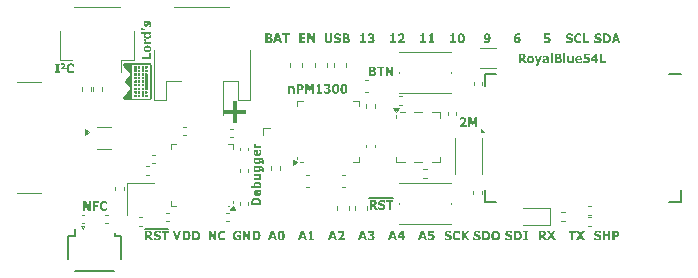
<source format=gbr>
%TF.GenerationSoftware,KiCad,Pcbnew,9.0.7*%
%TF.CreationDate,2026-01-28T15:54:31+01:00*%
%TF.ProjectId,RoyalBlue54L-Feather,526f7961-6c42-46c7-9565-35344c2d4665,rev?*%
%TF.SameCoordinates,Original*%
%TF.FileFunction,Legend,Top*%
%TF.FilePolarity,Positive*%
%FSLAX46Y46*%
G04 Gerber Fmt 4.6, Leading zero omitted, Abs format (unit mm)*
G04 Created by KiCad (PCBNEW 9.0.7) date 2026-01-28 15:54:31*
%MOMM*%
%LPD*%
G01*
G04 APERTURE LIST*
%ADD10C,0.160000*%
%ADD11C,0.120000*%
%ADD12C,0.150000*%
%ADD13C,0.100000*%
%ADD14C,0.000000*%
%ADD15C,0.130000*%
G04 APERTURE END LIST*
D10*
G36*
X141560680Y-110048635D02*
G01*
X141628048Y-110063853D01*
X141689766Y-110088845D01*
X141746038Y-110122537D01*
X141791588Y-110160713D01*
X141827568Y-110203609D01*
X141858037Y-110257954D01*
X141877833Y-110317902D01*
X141888176Y-110382923D01*
X141892000Y-110465150D01*
X141892000Y-110716177D01*
X141079159Y-110716177D01*
X141079159Y-110486180D01*
X141232348Y-110486180D01*
X141232348Y-110532555D01*
X141738810Y-110532555D01*
X141738810Y-110486180D01*
X141736785Y-110425028D01*
X141732020Y-110390052D01*
X141722536Y-110360028D01*
X141707303Y-110330298D01*
X141682655Y-110299329D01*
X141653698Y-110275022D01*
X141620060Y-110256652D01*
X141582708Y-110244122D01*
X141538159Y-110236098D01*
X141485042Y-110233229D01*
X141432447Y-110236306D01*
X141387295Y-110245017D01*
X141348413Y-110258832D01*
X141313746Y-110278860D01*
X141284229Y-110305560D01*
X141259508Y-110339872D01*
X141246217Y-110368558D01*
X141238064Y-110397489D01*
X141234031Y-110430645D01*
X141232348Y-110486180D01*
X141079159Y-110486180D01*
X141079159Y-110457970D01*
X141083656Y-110374001D01*
X141095817Y-110307858D01*
X141116695Y-110248068D01*
X141143004Y-110201685D01*
X141181233Y-110156041D01*
X141227144Y-110117561D01*
X141281441Y-110085725D01*
X141341231Y-110062705D01*
X141409033Y-110048404D01*
X141486410Y-110043410D01*
X141560680Y-110048635D01*
G37*
G36*
X141623137Y-109777765D02*
G01*
X141669155Y-109770376D01*
X141705614Y-109754374D01*
X141734609Y-109729723D01*
X141754782Y-109698370D01*
X141768189Y-109656004D01*
X141773200Y-109599401D01*
X141767496Y-109545789D01*
X141750339Y-109493741D01*
X141725402Y-109445919D01*
X141701295Y-109412915D01*
X141701295Y-109393810D01*
X141859759Y-109393810D01*
X141883374Y-109451746D01*
X141898692Y-109503786D01*
X141907604Y-109556895D01*
X141910757Y-109618079D01*
X141906837Y-109684688D01*
X141895821Y-109741478D01*
X141878608Y-109789824D01*
X141855780Y-109830925D01*
X141827568Y-109865772D01*
X141792308Y-109896149D01*
X141751871Y-109919829D01*
X141705518Y-109937151D01*
X141652189Y-109948000D01*
X141590555Y-109951813D01*
X141529560Y-109948234D01*
X141475961Y-109937993D01*
X141428642Y-109921573D01*
X141386690Y-109899093D01*
X141349438Y-109870303D01*
X141318437Y-109836600D01*
X141293935Y-109798175D01*
X141275850Y-109754344D01*
X141264479Y-109704222D01*
X141261448Y-109660608D01*
X141382411Y-109660608D01*
X141385960Y-109692863D01*
X141395997Y-109719771D01*
X141412160Y-109742417D01*
X141434536Y-109759833D01*
X141465428Y-109771978D01*
X141507464Y-109778236D01*
X141507464Y-109554949D01*
X141466956Y-109559032D01*
X141436504Y-109568222D01*
X141413821Y-109581748D01*
X141397181Y-109600443D01*
X141386411Y-109625984D01*
X141382411Y-109660608D01*
X141261448Y-109660608D01*
X141260485Y-109646760D01*
X141265973Y-109580954D01*
X141281152Y-109527648D01*
X141304715Y-109484520D01*
X141336249Y-109449759D01*
X141376171Y-109422032D01*
X141424558Y-109401525D01*
X141483152Y-109388450D01*
X141554212Y-109383765D01*
X141623137Y-109383765D01*
X141623137Y-109777765D01*
G37*
G36*
X141648468Y-108706564D02*
G01*
X141710885Y-108720130D01*
X141765335Y-108741896D01*
X141813060Y-108771863D01*
X141853563Y-108809628D01*
X141881736Y-108850761D01*
X141898692Y-108896038D01*
X141904505Y-108946638D01*
X141901531Y-108990087D01*
X141893318Y-109025583D01*
X141879779Y-109058654D01*
X141861371Y-109090124D01*
X141892000Y-109097305D01*
X141892000Y-109262248D01*
X141041644Y-109262248D01*
X141041644Y-109090124D01*
X141341330Y-109090124D01*
X141308325Y-109049492D01*
X141282907Y-109009084D01*
X141274941Y-108990662D01*
X141410548Y-108990662D01*
X141412633Y-109015092D01*
X141419096Y-109040885D01*
X141429442Y-109066058D01*
X141443570Y-109090124D01*
X141753758Y-109090124D01*
X141764212Y-109054733D01*
X141766947Y-109014555D01*
X141763671Y-108980613D01*
X141754564Y-108953110D01*
X141740257Y-108930777D01*
X141720736Y-108912700D01*
X141687704Y-108895187D01*
X141642719Y-108883576D01*
X141582153Y-108879233D01*
X141527554Y-108882410D01*
X141486134Y-108890922D01*
X141455098Y-108903639D01*
X141436387Y-108917433D01*
X141422656Y-108935737D01*
X141413797Y-108959614D01*
X141410548Y-108990662D01*
X141274941Y-108990662D01*
X141270709Y-108980875D01*
X141263126Y-108949255D01*
X141260485Y-108913640D01*
X141266108Y-108864095D01*
X141282088Y-108822424D01*
X141307985Y-108787009D01*
X141344554Y-108756818D01*
X141387592Y-108734000D01*
X141439419Y-108716818D01*
X141501715Y-108705771D01*
X141576487Y-108701808D01*
X141648468Y-108706564D01*
G37*
G36*
X141892000Y-108041907D02*
G01*
X141892000Y-108214074D01*
X141825956Y-108214074D01*
X141863840Y-108261676D01*
X141889166Y-108301610D01*
X141900813Y-108328683D01*
X141908164Y-108359979D01*
X141910757Y-108396242D01*
X141906671Y-108440396D01*
X141895205Y-108477092D01*
X141877056Y-108507710D01*
X141852237Y-108533275D01*
X141821639Y-108553195D01*
X141783723Y-108568157D01*
X141736920Y-108577822D01*
X141679264Y-108581317D01*
X141279243Y-108581317D01*
X141279243Y-108408210D01*
X141583912Y-108408210D01*
X141661337Y-108405603D01*
X141690579Y-108400980D01*
X141712481Y-108393379D01*
X141729956Y-108382000D01*
X141742034Y-108365895D01*
X141748681Y-108345502D01*
X141751316Y-108314476D01*
X141749138Y-108292071D01*
X141742034Y-108265750D01*
X141730613Y-108239587D01*
X141714679Y-108214074D01*
X141279243Y-108214074D01*
X141279243Y-108041907D01*
X141892000Y-108041907D01*
G37*
G36*
X141879172Y-107359914D02*
G01*
X141927114Y-107367320D01*
X141967177Y-107378800D01*
X142004517Y-107395526D01*
X142034980Y-107415586D01*
X142059452Y-107439024D01*
X142079514Y-107465971D01*
X142095844Y-107496958D01*
X142108301Y-107532545D01*
X142119386Y-107589214D01*
X142123346Y-107656156D01*
X142121406Y-107711838D01*
X142115628Y-107766389D01*
X142106727Y-107818752D01*
X142096870Y-107860337D01*
X141942020Y-107860337D01*
X141942020Y-107839308D01*
X141954993Y-107805854D01*
X141967812Y-107762328D01*
X141976804Y-107717886D01*
X141979536Y-107681032D01*
X141976726Y-107635498D01*
X141969473Y-107603326D01*
X141956709Y-107575993D01*
X141940946Y-107557635D01*
X141921522Y-107545048D01*
X141896347Y-107536135D01*
X141867750Y-107531236D01*
X141831183Y-107529425D01*
X141819752Y-107529425D01*
X141845682Y-107562126D01*
X141865670Y-107598283D01*
X141878242Y-107637522D01*
X141882621Y-107682443D01*
X141877247Y-107738250D01*
X141862125Y-107784777D01*
X141838082Y-107823768D01*
X141805000Y-107856490D01*
X141764704Y-107881559D01*
X141713620Y-107900654D01*
X141649320Y-107913141D01*
X141568817Y-107917697D01*
X141518424Y-107915439D01*
X141475004Y-107909067D01*
X141437610Y-107899062D01*
X141385678Y-107876418D01*
X141341378Y-107846446D01*
X141307657Y-107811624D01*
X141281832Y-107768740D01*
X141265782Y-107721869D01*
X141260485Y-107674279D01*
X141263549Y-107631944D01*
X141270042Y-107604523D01*
X141404295Y-107604523D01*
X141409820Y-107648060D01*
X141424976Y-107681179D01*
X141448992Y-107706378D01*
X141480906Y-107724507D01*
X141521642Y-107736100D01*
X141573653Y-107740316D01*
X141632230Y-107736316D01*
X141671746Y-107726083D01*
X141697484Y-107711379D01*
X141716241Y-107690154D01*
X141728187Y-107662234D01*
X141732558Y-107625552D01*
X141730245Y-107600012D01*
X141723277Y-107574860D01*
X141712337Y-107550889D01*
X141698559Y-107529425D01*
X141419634Y-107529425D01*
X141408399Y-107565798D01*
X141404295Y-107604523D01*
X141270042Y-107604523D01*
X141272258Y-107595162D01*
X141286404Y-107560839D01*
X141304791Y-107530365D01*
X141279243Y-107524167D01*
X141279243Y-107357258D01*
X141821951Y-107357258D01*
X141879172Y-107359914D01*
G37*
G36*
X141879172Y-106674667D02*
G01*
X141927114Y-106682072D01*
X141967177Y-106693552D01*
X142004517Y-106710278D01*
X142034980Y-106730338D01*
X142059452Y-106753776D01*
X142079514Y-106780724D01*
X142095844Y-106811711D01*
X142108301Y-106847297D01*
X142119386Y-106903966D01*
X142123346Y-106970908D01*
X142121406Y-107026590D01*
X142115628Y-107081141D01*
X142106727Y-107133505D01*
X142096870Y-107175089D01*
X141942020Y-107175089D01*
X141942020Y-107154060D01*
X141954993Y-107120606D01*
X141967812Y-107077081D01*
X141976804Y-107032638D01*
X141979536Y-106995784D01*
X141976726Y-106950251D01*
X141969473Y-106918079D01*
X141956709Y-106890745D01*
X141940946Y-106872387D01*
X141921522Y-106859800D01*
X141896347Y-106850887D01*
X141867750Y-106845989D01*
X141831183Y-106844177D01*
X141819752Y-106844177D01*
X141845682Y-106876878D01*
X141865670Y-106913035D01*
X141878242Y-106952274D01*
X141882621Y-106997195D01*
X141877247Y-107053002D01*
X141862125Y-107099529D01*
X141838082Y-107138520D01*
X141805000Y-107171242D01*
X141764704Y-107196311D01*
X141713620Y-107215407D01*
X141649320Y-107227893D01*
X141568817Y-107232450D01*
X141518424Y-107230192D01*
X141475004Y-107223819D01*
X141437610Y-107213814D01*
X141385678Y-107191170D01*
X141341378Y-107161198D01*
X141307657Y-107126376D01*
X141281832Y-107083492D01*
X141265782Y-107036621D01*
X141260485Y-106989031D01*
X141263549Y-106946697D01*
X141270042Y-106919275D01*
X141404295Y-106919275D01*
X141409820Y-106962812D01*
X141424976Y-106995931D01*
X141448992Y-107021131D01*
X141480906Y-107039259D01*
X141521642Y-107050852D01*
X141573653Y-107055068D01*
X141632230Y-107051069D01*
X141671746Y-107040835D01*
X141697484Y-107026132D01*
X141716241Y-107004906D01*
X141728187Y-106976986D01*
X141732558Y-106940305D01*
X141730245Y-106914765D01*
X141723277Y-106889612D01*
X141712337Y-106865641D01*
X141698559Y-106844177D01*
X141419634Y-106844177D01*
X141408399Y-106880551D01*
X141404295Y-106919275D01*
X141270042Y-106919275D01*
X141272258Y-106909915D01*
X141286404Y-106875591D01*
X141304791Y-106845117D01*
X141279243Y-106838919D01*
X141279243Y-106672010D01*
X141821951Y-106672010D01*
X141879172Y-106674667D01*
G37*
G36*
X141623137Y-106374095D02*
G01*
X141669155Y-106366706D01*
X141705614Y-106350703D01*
X141734609Y-106326052D01*
X141754782Y-106294700D01*
X141768189Y-106252333D01*
X141773200Y-106195730D01*
X141767496Y-106142118D01*
X141750339Y-106090071D01*
X141725402Y-106042249D01*
X141701295Y-106009245D01*
X141701295Y-105990139D01*
X141859759Y-105990139D01*
X141883374Y-106048075D01*
X141898692Y-106100115D01*
X141907604Y-106153224D01*
X141910757Y-106214409D01*
X141906837Y-106281017D01*
X141895821Y-106337807D01*
X141878608Y-106386153D01*
X141855780Y-106427254D01*
X141827568Y-106462102D01*
X141792308Y-106492479D01*
X141751871Y-106516158D01*
X141705518Y-106533480D01*
X141652189Y-106544329D01*
X141590555Y-106548142D01*
X141529560Y-106544563D01*
X141475961Y-106534322D01*
X141428642Y-106517902D01*
X141386690Y-106495423D01*
X141349438Y-106466632D01*
X141318437Y-106432929D01*
X141293935Y-106394504D01*
X141275850Y-106350673D01*
X141264479Y-106300551D01*
X141261448Y-106256938D01*
X141382411Y-106256938D01*
X141385960Y-106289192D01*
X141395997Y-106316100D01*
X141412160Y-106338747D01*
X141434536Y-106356162D01*
X141465428Y-106368308D01*
X141507464Y-106374565D01*
X141507464Y-106151278D01*
X141466956Y-106155361D01*
X141436504Y-106164551D01*
X141413821Y-106178078D01*
X141397181Y-106196772D01*
X141386411Y-106222314D01*
X141382411Y-106256938D01*
X141261448Y-106256938D01*
X141260485Y-106243089D01*
X141265973Y-106177284D01*
X141281152Y-106123978D01*
X141304715Y-106080849D01*
X141336249Y-106046089D01*
X141376171Y-106018362D01*
X141424558Y-105997854D01*
X141483152Y-105984780D01*
X141554212Y-105980094D01*
X141623137Y-105980094D01*
X141623137Y-106374095D01*
G37*
G36*
X141469948Y-105469322D02*
G01*
X141469948Y-105484623D01*
X141462914Y-105520014D01*
X141460569Y-105560662D01*
X141462017Y-105596435D01*
X141465991Y-105625716D01*
X141473082Y-105654263D01*
X141484407Y-105686453D01*
X141892000Y-105686453D01*
X141892000Y-105858578D01*
X141279243Y-105858578D01*
X141279243Y-105686453D01*
X141369418Y-105686453D01*
X141333924Y-105646947D01*
X141310461Y-105614340D01*
X141296487Y-105587462D01*
X141283299Y-105545876D01*
X141279243Y-105509970D01*
X141279829Y-105489411D01*
X141281441Y-105469322D01*
X141469948Y-105469322D01*
G37*
G36*
X168306306Y-96706863D02*
G01*
X168302687Y-96753520D01*
X168292139Y-96795630D01*
X168274736Y-96834099D01*
X168250033Y-96869587D01*
X168217103Y-96902453D01*
X168171464Y-96933749D01*
X168117032Y-96957226D01*
X168052170Y-96972259D01*
X167974924Y-96977631D01*
X167889396Y-96972838D01*
X167820709Y-96959752D01*
X167756424Y-96939248D01*
X167697568Y-96914421D01*
X167697568Y-96718147D01*
X167717657Y-96718147D01*
X167757064Y-96751512D01*
X167799438Y-96779274D01*
X167845072Y-96801581D01*
X167892638Y-96818075D01*
X167937700Y-96827604D01*
X167980651Y-96830695D01*
X168024633Y-96827275D01*
X168050532Y-96822410D01*
X168069128Y-96815845D01*
X168088692Y-96804019D01*
X168103792Y-96790199D01*
X168113721Y-96772065D01*
X168117427Y-96744575D01*
X168112598Y-96719941D01*
X168097552Y-96698364D01*
X168074664Y-96681991D01*
X168039465Y-96668517D01*
X167954621Y-96648050D01*
X167910766Y-96637019D01*
X167870675Y-96623674D01*
X167812858Y-96596783D01*
X167770809Y-96566457D01*
X167741336Y-96533158D01*
X167719801Y-96492942D01*
X167706535Y-96446174D01*
X167701885Y-96391204D01*
X167705447Y-96347376D01*
X167715867Y-96307631D01*
X167733155Y-96271095D01*
X167757862Y-96237150D01*
X167791045Y-96205482D01*
X167836710Y-96175134D01*
X167889322Y-96152685D01*
X167950066Y-96138522D01*
X168020359Y-96133528D01*
X168090251Y-96137404D01*
X168159229Y-96149013D01*
X168225269Y-96167122D01*
X168278096Y-96187847D01*
X168278096Y-96374254D01*
X168258477Y-96374254D01*
X168211825Y-96338339D01*
X168153032Y-96307380D01*
X168110916Y-96292364D01*
X168068541Y-96283437D01*
X168025616Y-96280464D01*
X167979925Y-96284177D01*
X167957637Y-96289479D01*
X167936199Y-96298050D01*
X167918886Y-96308745D01*
X167904142Y-96323891D01*
X167894072Y-96342498D01*
X167890764Y-96363311D01*
X167893258Y-96383562D01*
X167900359Y-96399739D01*
X167912263Y-96412844D01*
X167939024Y-96427566D01*
X167993559Y-96444254D01*
X168068872Y-96462327D01*
X168146578Y-96486410D01*
X168199207Y-96510932D01*
X168238634Y-96538874D01*
X168267325Y-96569843D01*
X168288468Y-96607278D01*
X168301633Y-96652292D01*
X168306306Y-96706863D01*
G37*
G36*
X168754333Y-96977631D02*
G01*
X168701820Y-96974548D01*
X168653115Y-96965554D01*
X168607769Y-96950911D01*
X168564600Y-96929884D01*
X168526273Y-96903357D01*
X168492279Y-96871239D01*
X168462907Y-96833648D01*
X168437967Y-96789888D01*
X168417437Y-96739201D01*
X168403079Y-96685619D01*
X168394055Y-96625032D01*
X168390894Y-96556410D01*
X168393851Y-96492533D01*
X168402413Y-96434390D01*
X168416240Y-96381288D01*
X168435943Y-96330827D01*
X168460462Y-96286081D01*
X168489885Y-96246466D01*
X168522739Y-96213633D01*
X168560851Y-96185812D01*
X168604863Y-96162983D01*
X168651270Y-96146825D01*
X168701084Y-96136920D01*
X168754803Y-96133528D01*
X168798673Y-96135050D01*
X168835843Y-96139292D01*
X168902564Y-96154337D01*
X168960651Y-96177638D01*
X169006343Y-96201476D01*
X169006343Y-96399264D01*
X168985314Y-96399264D01*
X168951547Y-96367757D01*
X168905428Y-96331853D01*
X168878271Y-96315659D01*
X168848538Y-96302006D01*
X168817153Y-96292940D01*
X168783013Y-96289843D01*
X168745035Y-96293362D01*
X168709368Y-96303765D01*
X168676172Y-96321981D01*
X168644827Y-96349927D01*
X168619899Y-96385034D01*
X168599135Y-96432432D01*
X168586383Y-96486943D01*
X168581696Y-96556947D01*
X168584039Y-96607681D01*
X168590546Y-96649852D01*
X168600588Y-96684784D01*
X168622638Y-96731851D01*
X168648161Y-96765579D01*
X168679197Y-96791438D01*
X168713215Y-96808468D01*
X168749157Y-96818161D01*
X168783996Y-96821316D01*
X168817185Y-96818414D01*
X168850205Y-96809641D01*
X168881859Y-96795804D01*
X168910685Y-96777987D01*
X168954197Y-96743549D01*
X168987194Y-96711895D01*
X169006343Y-96711895D01*
X169006343Y-96907338D01*
X168955137Y-96933179D01*
X168904017Y-96954037D01*
X168838493Y-96971574D01*
X168805021Y-96975901D01*
X168754333Y-96977631D01*
G37*
G36*
X169654576Y-96962000D02*
G01*
X169141025Y-96962000D01*
X169141025Y-96149159D01*
X169324646Y-96149159D01*
X169324646Y-96805684D01*
X169654576Y-96805684D01*
X169654576Y-96962000D01*
G37*
G36*
X158040995Y-113406863D02*
G01*
X158037376Y-113453520D01*
X158026828Y-113495630D01*
X158009425Y-113534099D01*
X157984722Y-113569587D01*
X157951792Y-113602453D01*
X157906153Y-113633749D01*
X157851721Y-113657226D01*
X157786859Y-113672259D01*
X157709613Y-113677631D01*
X157624085Y-113672838D01*
X157555398Y-113659752D01*
X157491113Y-113639248D01*
X157432257Y-113614421D01*
X157432257Y-113418147D01*
X157452346Y-113418147D01*
X157491753Y-113451512D01*
X157534127Y-113479274D01*
X157579761Y-113501581D01*
X157627327Y-113518075D01*
X157672389Y-113527604D01*
X157715340Y-113530695D01*
X157759322Y-113527275D01*
X157785221Y-113522410D01*
X157803817Y-113515845D01*
X157823381Y-113504019D01*
X157838481Y-113490199D01*
X157848410Y-113472065D01*
X157852116Y-113444575D01*
X157847287Y-113419941D01*
X157832241Y-113398364D01*
X157809353Y-113381991D01*
X157774154Y-113368517D01*
X157689310Y-113348050D01*
X157645455Y-113337019D01*
X157605364Y-113323674D01*
X157547547Y-113296783D01*
X157505498Y-113266457D01*
X157476025Y-113233158D01*
X157454490Y-113192942D01*
X157441224Y-113146174D01*
X157436574Y-113091204D01*
X157440136Y-113047376D01*
X157450556Y-113007631D01*
X157467844Y-112971095D01*
X157492551Y-112937150D01*
X157525734Y-112905482D01*
X157571399Y-112875134D01*
X157624011Y-112852685D01*
X157684755Y-112838522D01*
X157755048Y-112833528D01*
X157824940Y-112837404D01*
X157893918Y-112849013D01*
X157959958Y-112867122D01*
X158012785Y-112887847D01*
X158012785Y-113074254D01*
X157993166Y-113074254D01*
X157946514Y-113038339D01*
X157887721Y-113007380D01*
X157845605Y-112992364D01*
X157803230Y-112983437D01*
X157760305Y-112980464D01*
X157714614Y-112984177D01*
X157692326Y-112989479D01*
X157670888Y-112998050D01*
X157653575Y-113008745D01*
X157638831Y-113023891D01*
X157628761Y-113042498D01*
X157625453Y-113063311D01*
X157627947Y-113083562D01*
X157635048Y-113099739D01*
X157646952Y-113112844D01*
X157673713Y-113127566D01*
X157728248Y-113144254D01*
X157803561Y-113162327D01*
X157881267Y-113186410D01*
X157933896Y-113210932D01*
X157973323Y-113238874D01*
X158002014Y-113269843D01*
X158023157Y-113307278D01*
X158036322Y-113352292D01*
X158040995Y-113406863D01*
G37*
G36*
X158489022Y-113677631D02*
G01*
X158436509Y-113674548D01*
X158387804Y-113665554D01*
X158342458Y-113650911D01*
X158299289Y-113629884D01*
X158260962Y-113603357D01*
X158226968Y-113571239D01*
X158197596Y-113533648D01*
X158172656Y-113489888D01*
X158152126Y-113439201D01*
X158137768Y-113385619D01*
X158128744Y-113325032D01*
X158125583Y-113256410D01*
X158128540Y-113192533D01*
X158137102Y-113134390D01*
X158150929Y-113081288D01*
X158170632Y-113030827D01*
X158195151Y-112986081D01*
X158224574Y-112946466D01*
X158257428Y-112913633D01*
X158295540Y-112885812D01*
X158339552Y-112862983D01*
X158385959Y-112846825D01*
X158435773Y-112836920D01*
X158489492Y-112833528D01*
X158533362Y-112835050D01*
X158570532Y-112839292D01*
X158637253Y-112854337D01*
X158695340Y-112877638D01*
X158741032Y-112901476D01*
X158741032Y-113099264D01*
X158720003Y-113099264D01*
X158686236Y-113067757D01*
X158640117Y-113031853D01*
X158612960Y-113015659D01*
X158583227Y-113002006D01*
X158551842Y-112992940D01*
X158517702Y-112989843D01*
X158479724Y-112993362D01*
X158444057Y-113003765D01*
X158410861Y-113021981D01*
X158379516Y-113049927D01*
X158354588Y-113085034D01*
X158333824Y-113132432D01*
X158321072Y-113186943D01*
X158316385Y-113256947D01*
X158318728Y-113307681D01*
X158325235Y-113349852D01*
X158335277Y-113384784D01*
X158357327Y-113431851D01*
X158382850Y-113465579D01*
X158413886Y-113491438D01*
X158447904Y-113508468D01*
X158483846Y-113518161D01*
X158518685Y-113521316D01*
X158551874Y-113518414D01*
X158584894Y-113509641D01*
X158616548Y-113495804D01*
X158645374Y-113477987D01*
X158688886Y-113443549D01*
X158721883Y-113411895D01*
X158741032Y-113411895D01*
X158741032Y-113607338D01*
X158689826Y-113633179D01*
X158638706Y-113654037D01*
X158573182Y-113671574D01*
X158539710Y-113675901D01*
X158489022Y-113677631D01*
G37*
G36*
X159540359Y-113662000D02*
G01*
X159315149Y-113662000D01*
X159102377Y-113336717D01*
X159059335Y-113395872D01*
X159059335Y-113662000D01*
X158875714Y-113662000D01*
X158875714Y-112849159D01*
X159059335Y-112849159D01*
X159059335Y-113217478D01*
X159313696Y-112849159D01*
X159526511Y-112849159D01*
X159248214Y-113225293D01*
X159540359Y-113662000D01*
G37*
G36*
X145780516Y-113662000D02*
G01*
X145590654Y-113662000D01*
X145541415Y-113496305D01*
X145277437Y-113496305D01*
X145228198Y-113662000D01*
X145043165Y-113662000D01*
X145144317Y-113349369D01*
X145321932Y-113349369D01*
X145496920Y-113349369D01*
X145409426Y-113057450D01*
X145321932Y-113349369D01*
X145144317Y-113349369D01*
X145306160Y-112849159D01*
X145517521Y-112849159D01*
X145780516Y-113662000D01*
G37*
G36*
X146394640Y-113662000D02*
G01*
X145919344Y-113662000D01*
X145919344Y-113521316D01*
X146069498Y-113521316D01*
X146069498Y-113089885D01*
X145919344Y-113089885D01*
X145919344Y-112958580D01*
X145985338Y-112953988D01*
X146015340Y-112947395D01*
X146037954Y-112938113D01*
X146060150Y-112922179D01*
X146075226Y-112903088D01*
X146084827Y-112879582D01*
X146089587Y-112849159D01*
X146247863Y-112849159D01*
X146247863Y-113521316D01*
X146394640Y-113521316D01*
X146394640Y-113662000D01*
G37*
G36*
X140181964Y-113614568D02*
G01*
X140129998Y-113634490D01*
X140055233Y-113656724D01*
X139976144Y-113672444D01*
X139897897Y-113677631D01*
X139824242Y-113672552D01*
X139760233Y-113658119D01*
X139704485Y-113635211D01*
X139655829Y-113604240D01*
X139613361Y-113565133D01*
X139577271Y-113518119D01*
X139548954Y-113464614D01*
X139528164Y-113403681D01*
X139515136Y-113334058D01*
X139510565Y-113254212D01*
X139515053Y-113178720D01*
X139527962Y-113111635D01*
X139548778Y-113051688D01*
X139577432Y-112997843D01*
X139614301Y-112949348D01*
X139657229Y-112909093D01*
X139706548Y-112877219D01*
X139763201Y-112853635D01*
X139828409Y-112838765D01*
X139903625Y-112833528D01*
X139972920Y-112837215D01*
X140037494Y-112847987D01*
X140101986Y-112868525D01*
X140179058Y-112905579D01*
X140179058Y-113096138D01*
X140158498Y-113096138D01*
X140119261Y-113064093D01*
X140069551Y-113028775D01*
X140040331Y-113013131D01*
X140004754Y-112999124D01*
X139966918Y-112989875D01*
X139926107Y-112986717D01*
X139878810Y-112990956D01*
X139837630Y-113003081D01*
X139800100Y-113023737D01*
X139766379Y-113053297D01*
X139739835Y-113089771D01*
X139718806Y-113136487D01*
X139705946Y-113189398D01*
X139701367Y-113252990D01*
X139705817Y-113320344D01*
X139718227Y-113375809D01*
X139737684Y-113421550D01*
X139763985Y-113459229D01*
X139796976Y-113489043D01*
X139837650Y-113511266D01*
X139887643Y-113525545D01*
X139949060Y-113530695D01*
X139972227Y-113530157D01*
X139995436Y-113528496D01*
X139995436Y-113368127D01*
X139853445Y-113368127D01*
X139853445Y-113214937D01*
X140181964Y-113214937D01*
X140181964Y-113614568D01*
G37*
G36*
X140994328Y-113662000D02*
G01*
X140817374Y-113662000D01*
X140515185Y-113104100D01*
X140515185Y-113662000D01*
X140346865Y-113662000D01*
X140346865Y-112849159D01*
X140566347Y-112849159D01*
X140826008Y-113314833D01*
X140826008Y-112849159D01*
X140994328Y-112849159D01*
X140994328Y-113662000D01*
G37*
G36*
X141518587Y-112853656D02*
G01*
X141584730Y-112865817D01*
X141644520Y-112886695D01*
X141690902Y-112913004D01*
X141736547Y-112951233D01*
X141775027Y-112997144D01*
X141806863Y-113051441D01*
X141829883Y-113111231D01*
X141844184Y-113179033D01*
X141849178Y-113256410D01*
X141843953Y-113330680D01*
X141828735Y-113398048D01*
X141803743Y-113459766D01*
X141770051Y-113516038D01*
X141731875Y-113561588D01*
X141688979Y-113597568D01*
X141634633Y-113628037D01*
X141574686Y-113647833D01*
X141509665Y-113658176D01*
X141427438Y-113662000D01*
X141176411Y-113662000D01*
X141176411Y-113508810D01*
X141360033Y-113508810D01*
X141406408Y-113508810D01*
X141467560Y-113506785D01*
X141502536Y-113502020D01*
X141532560Y-113492536D01*
X141562290Y-113477303D01*
X141593259Y-113452655D01*
X141617566Y-113423698D01*
X141635936Y-113390060D01*
X141648466Y-113352708D01*
X141656490Y-113308159D01*
X141659358Y-113255042D01*
X141656282Y-113202447D01*
X141647571Y-113157295D01*
X141633756Y-113118413D01*
X141613727Y-113083746D01*
X141587028Y-113054229D01*
X141552716Y-113029508D01*
X141524029Y-113016217D01*
X141495099Y-113008064D01*
X141461943Y-113004031D01*
X141406408Y-113002348D01*
X141360033Y-113002348D01*
X141360033Y-113508810D01*
X141176411Y-113508810D01*
X141176411Y-112849159D01*
X141434618Y-112849159D01*
X141518587Y-112853656D01*
G37*
G36*
X168560118Y-113005475D02*
G01*
X168337772Y-113005475D01*
X168337772Y-113662000D01*
X168154150Y-113662000D01*
X168154150Y-113005475D01*
X167931803Y-113005475D01*
X167931803Y-112849159D01*
X168560118Y-112849159D01*
X168560118Y-113005475D01*
G37*
G36*
X169316062Y-113662000D02*
G01*
X169103760Y-113662000D01*
X168950272Y-113394505D01*
X168793877Y-113662000D01*
X168591149Y-113662000D01*
X168843629Y-113252600D01*
X168596406Y-112849159D01*
X168808238Y-112849159D01*
X168956469Y-113102439D01*
X169109017Y-112849159D01*
X169312215Y-112849159D01*
X169063582Y-113244393D01*
X169316062Y-113662000D01*
G37*
G36*
X166404067Y-96685712D02*
G01*
X166401698Y-96727407D01*
X166394731Y-96766475D01*
X166383251Y-96803339D01*
X166367287Y-96837815D01*
X166347206Y-96868709D01*
X166322771Y-96896347D01*
X166292186Y-96921460D01*
X166258592Y-96941907D01*
X166221642Y-96957750D01*
X166162178Y-96972399D01*
X166091320Y-96977631D01*
X166009076Y-96973116D01*
X165946680Y-96962097D01*
X165890603Y-96945376D01*
X165850338Y-96928587D01*
X165850338Y-96749411D01*
X165870427Y-96749411D01*
X165915335Y-96776282D01*
X165964119Y-96798552D01*
X166014616Y-96813357D01*
X166064093Y-96818189D01*
X166094747Y-96816322D01*
X166129361Y-96810374D01*
X166161808Y-96798826D01*
X166185054Y-96781895D01*
X166199697Y-96764483D01*
X166209674Y-96747799D01*
X166215605Y-96727854D01*
X166218052Y-96694163D01*
X166215128Y-96667509D01*
X166206810Y-96645754D01*
X166193934Y-96627375D01*
X166177874Y-96612976D01*
X166150183Y-96598443D01*
X166115683Y-96589431D01*
X166049732Y-96583716D01*
X166007235Y-96585865D01*
X165967239Y-96592167D01*
X165898124Y-96608727D01*
X165877095Y-96608727D01*
X165877095Y-96149159D01*
X166383508Y-96149159D01*
X166383508Y-96305475D01*
X166049732Y-96305475D01*
X166049732Y-96436389D01*
X166087260Y-96434484D01*
X166127181Y-96433653D01*
X166184288Y-96437046D01*
X166232157Y-96446501D01*
X166276143Y-96462277D01*
X166311786Y-96482209D01*
X166338823Y-96504513D01*
X166361323Y-96530863D01*
X166379661Y-96561588D01*
X166392731Y-96595616D01*
X166401079Y-96636513D01*
X166404067Y-96685712D01*
G37*
G36*
X163178783Y-113406863D02*
G01*
X163175164Y-113453520D01*
X163164616Y-113495630D01*
X163147213Y-113534099D01*
X163122510Y-113569587D01*
X163089580Y-113602453D01*
X163043941Y-113633749D01*
X162989509Y-113657226D01*
X162924647Y-113672259D01*
X162847401Y-113677631D01*
X162761873Y-113672838D01*
X162693186Y-113659752D01*
X162628901Y-113639248D01*
X162570045Y-113614421D01*
X162570045Y-113418147D01*
X162590134Y-113418147D01*
X162629541Y-113451512D01*
X162671915Y-113479274D01*
X162717549Y-113501581D01*
X162765115Y-113518075D01*
X162810177Y-113527604D01*
X162853128Y-113530695D01*
X162897110Y-113527275D01*
X162923009Y-113522410D01*
X162941605Y-113515845D01*
X162961169Y-113504019D01*
X162976269Y-113490199D01*
X162986198Y-113472065D01*
X162989904Y-113444575D01*
X162985075Y-113419941D01*
X162970029Y-113398364D01*
X162947141Y-113381991D01*
X162911942Y-113368517D01*
X162827098Y-113348050D01*
X162783243Y-113337019D01*
X162743152Y-113323674D01*
X162685335Y-113296783D01*
X162643286Y-113266457D01*
X162613813Y-113233158D01*
X162592278Y-113192942D01*
X162579012Y-113146174D01*
X162574362Y-113091204D01*
X162577924Y-113047376D01*
X162588344Y-113007631D01*
X162605632Y-112971095D01*
X162630339Y-112937150D01*
X162663522Y-112905482D01*
X162709187Y-112875134D01*
X162761799Y-112852685D01*
X162822543Y-112838522D01*
X162892836Y-112833528D01*
X162962728Y-112837404D01*
X163031706Y-112849013D01*
X163097746Y-112867122D01*
X163150573Y-112887847D01*
X163150573Y-113074254D01*
X163130954Y-113074254D01*
X163084302Y-113038339D01*
X163025509Y-113007380D01*
X162983393Y-112992364D01*
X162941018Y-112983437D01*
X162898093Y-112980464D01*
X162852402Y-112984177D01*
X162830114Y-112989479D01*
X162808676Y-112998050D01*
X162791363Y-113008745D01*
X162776619Y-113023891D01*
X162766549Y-113042498D01*
X162763241Y-113063311D01*
X162765735Y-113083562D01*
X162772836Y-113099739D01*
X162784740Y-113112844D01*
X162811501Y-113127566D01*
X162866036Y-113144254D01*
X162941349Y-113162327D01*
X163019055Y-113186410D01*
X163071684Y-113210932D01*
X163111111Y-113238874D01*
X163139802Y-113269843D01*
X163160945Y-113307278D01*
X163174110Y-113352292D01*
X163178783Y-113406863D01*
G37*
G36*
X163647178Y-112853656D02*
G01*
X163713321Y-112865817D01*
X163773111Y-112886695D01*
X163819493Y-112913004D01*
X163865138Y-112951233D01*
X163903618Y-112997144D01*
X163935454Y-113051441D01*
X163958474Y-113111231D01*
X163972775Y-113179033D01*
X163977769Y-113256410D01*
X163972544Y-113330680D01*
X163957326Y-113398048D01*
X163932334Y-113459766D01*
X163898642Y-113516038D01*
X163860465Y-113561588D01*
X163817570Y-113597568D01*
X163763224Y-113628037D01*
X163703276Y-113647833D01*
X163638255Y-113658176D01*
X163556029Y-113662000D01*
X163305002Y-113662000D01*
X163305002Y-113508810D01*
X163488624Y-113508810D01*
X163534999Y-113508810D01*
X163596151Y-113506785D01*
X163631127Y-113502020D01*
X163661150Y-113492536D01*
X163690881Y-113477303D01*
X163721850Y-113452655D01*
X163746157Y-113423698D01*
X163764526Y-113390060D01*
X163777057Y-113352708D01*
X163785081Y-113308159D01*
X163787949Y-113255042D01*
X163784873Y-113202447D01*
X163776162Y-113157295D01*
X163762347Y-113118413D01*
X163742318Y-113083746D01*
X163715619Y-113054229D01*
X163681307Y-113029508D01*
X163652620Y-113016217D01*
X163623690Y-113008064D01*
X163590534Y-113004031D01*
X163534999Y-113002348D01*
X163488624Y-113002348D01*
X163488624Y-113508810D01*
X163305002Y-113508810D01*
X163305002Y-112849159D01*
X163563209Y-112849159D01*
X163647178Y-112853656D01*
G37*
G36*
X164503074Y-113662000D02*
G01*
X164086078Y-113662000D01*
X164086078Y-113515063D01*
X164202765Y-113515063D01*
X164202765Y-112996096D01*
X164086078Y-112996096D01*
X164086078Y-112849159D01*
X164503074Y-112849159D01*
X164503074Y-112996096D01*
X164386387Y-112996096D01*
X164386387Y-113515063D01*
X164503074Y-113515063D01*
X164503074Y-113662000D01*
G37*
G36*
X150786309Y-96962000D02*
G01*
X150311012Y-96962000D01*
X150311012Y-96821316D01*
X150461167Y-96821316D01*
X150461167Y-96389885D01*
X150311012Y-96389885D01*
X150311012Y-96258580D01*
X150377007Y-96253988D01*
X150407008Y-96247395D01*
X150429623Y-96238113D01*
X150451818Y-96222179D01*
X150466894Y-96203088D01*
X150476495Y-96179582D01*
X150481256Y-96149159D01*
X150639531Y-96149159D01*
X150639531Y-96821316D01*
X150786309Y-96821316D01*
X150786309Y-96962000D01*
G37*
G36*
X151457665Y-96579613D02*
G01*
X151478746Y-96604515D01*
X151494937Y-96633102D01*
X151504992Y-96666676D01*
X151508828Y-96714484D01*
X151503801Y-96770190D01*
X151488953Y-96821462D01*
X151473549Y-96852702D01*
X151453381Y-96881011D01*
X151428002Y-96906654D01*
X151384996Y-96936635D01*
X151333541Y-96959362D01*
X151276216Y-96972676D01*
X151201809Y-96977631D01*
X151116503Y-96973316D01*
X151049987Y-96961706D01*
X150989851Y-96943873D01*
X150946935Y-96925998D01*
X150946935Y-96746284D01*
X150965571Y-96746284D01*
X151009313Y-96772815D01*
X151063836Y-96796842D01*
X151120143Y-96813176D01*
X151168341Y-96818189D01*
X151228565Y-96812963D01*
X151259217Y-96804305D01*
X151283575Y-96789955D01*
X151299582Y-96774551D01*
X151311785Y-96756494D01*
X151319330Y-96734229D01*
X151322300Y-96699732D01*
X151318381Y-96666586D01*
X151307938Y-96644093D01*
X151291556Y-96627411D01*
X151270197Y-96616103D01*
X151245455Y-96609452D01*
X151213776Y-96606431D01*
X151152569Y-96605600D01*
X151113374Y-96605600D01*
X151113374Y-96464916D01*
X151154022Y-96464916D01*
X151219974Y-96462230D01*
X151247420Y-96457507D01*
X151268786Y-96449725D01*
X151287638Y-96437338D01*
X151300330Y-96422369D01*
X151307886Y-96402784D01*
X151310845Y-96372153D01*
X151307927Y-96349585D01*
X151299817Y-96332879D01*
X151287523Y-96319599D01*
X151272120Y-96309236D01*
X151252383Y-96301284D01*
X151228095Y-96296242D01*
X151184583Y-96292969D01*
X151138984Y-96297179D01*
X151087045Y-96310702D01*
X151035532Y-96332200D01*
X150985190Y-96361748D01*
X150967494Y-96361748D01*
X150967494Y-96184965D01*
X151010444Y-96168330D01*
X151074094Y-96150234D01*
X151141975Y-96137709D01*
X151210870Y-96133528D01*
X151276150Y-96137081D01*
X151329010Y-96146815D01*
X151376951Y-96163065D01*
X151412700Y-96182376D01*
X151447501Y-96212508D01*
X151471001Y-96246954D01*
X151485179Y-96287327D01*
X151490149Y-96335907D01*
X151486029Y-96379291D01*
X151473856Y-96419018D01*
X151453305Y-96456075D01*
X151426241Y-96487029D01*
X151394217Y-96509408D01*
X151356280Y-96523632D01*
X151356280Y-96531009D01*
X151380848Y-96536576D01*
X151407913Y-96546298D01*
X151433940Y-96560336D01*
X151457665Y-96579613D01*
G37*
G36*
X164064932Y-97851385D02*
G01*
X164112511Y-97857366D01*
X164156474Y-97870343D01*
X164197654Y-97892928D01*
X164233839Y-97924495D01*
X164261469Y-97963758D01*
X164274206Y-97993878D01*
X164282274Y-98029830D01*
X164285148Y-98072886D01*
X164280702Y-98131767D01*
X164268261Y-98180143D01*
X164248560Y-98220066D01*
X164221674Y-98254785D01*
X164187228Y-98286328D01*
X164144055Y-98314686D01*
X164381746Y-98662000D01*
X164157476Y-98662000D01*
X163963297Y-98365000D01*
X163878667Y-98365000D01*
X163878667Y-98662000D01*
X163696028Y-98662000D01*
X163696028Y-98218064D01*
X163878667Y-98218064D01*
X163935087Y-98218064D01*
X163977293Y-98216692D01*
X164008732Y-98213081D01*
X164036520Y-98204673D01*
X164058484Y-98190367D01*
X164075348Y-98171878D01*
X164086438Y-98152460D01*
X164092827Y-98129673D01*
X164095286Y-98096822D01*
X164092391Y-98067408D01*
X164084258Y-98043723D01*
X164069964Y-98024507D01*
X164046517Y-98008845D01*
X164026905Y-98001848D01*
X164003005Y-97998050D01*
X163945131Y-97996096D01*
X163878667Y-97996096D01*
X163878667Y-98218064D01*
X163696028Y-98218064D01*
X163696028Y-97849159D01*
X164003988Y-97849159D01*
X164064932Y-97851385D01*
G37*
G36*
X164764361Y-98034458D02*
G01*
X164813574Y-98045707D01*
X164856069Y-98063501D01*
X164892820Y-98087491D01*
X164924576Y-98117729D01*
X164951508Y-98154021D01*
X164972665Y-98195176D01*
X164988200Y-98241893D01*
X164997931Y-98295099D01*
X165001341Y-98355914D01*
X164997912Y-98416687D01*
X164988126Y-98469836D01*
X164972502Y-98516490D01*
X164951217Y-98557581D01*
X164924106Y-98593807D01*
X164892164Y-98623988D01*
X164855340Y-98647908D01*
X164812909Y-98665626D01*
X164763926Y-98676813D01*
X164707273Y-98680757D01*
X164650621Y-98676813D01*
X164601634Y-98665628D01*
X164559193Y-98647910D01*
X164522355Y-98623990D01*
X164490397Y-98593807D01*
X164463303Y-98557584D01*
X164442030Y-98516494D01*
X164426413Y-98469840D01*
X164416632Y-98416689D01*
X164413265Y-98356989D01*
X164591526Y-98356989D01*
X164593707Y-98405181D01*
X164599647Y-98443598D01*
X164610121Y-98477676D01*
X164623583Y-98502460D01*
X164640480Y-98520896D01*
X164660128Y-98533430D01*
X164682384Y-98540650D01*
X164708683Y-98543200D01*
X164731659Y-98540947D01*
X164753392Y-98534260D01*
X164772966Y-98522314D01*
X164789509Y-98504121D01*
X164803943Y-98478836D01*
X164814599Y-98447945D01*
X164820582Y-98411894D01*
X164822977Y-98356989D01*
X164820610Y-98305448D01*
X164814343Y-98266863D01*
X164803603Y-98233014D01*
X164790450Y-98208782D01*
X164773418Y-98189623D01*
X164753606Y-98177275D01*
X164731493Y-98170395D01*
X164707273Y-98168043D01*
X164683225Y-98170042D01*
X164662992Y-98175663D01*
X164644683Y-98186536D01*
X164625977Y-98206047D01*
X164612317Y-98229929D01*
X164600844Y-98264128D01*
X164594093Y-98303511D01*
X164591526Y-98356989D01*
X164413265Y-98356989D01*
X164413204Y-98355914D01*
X164416665Y-98294628D01*
X164426527Y-98241166D01*
X164442257Y-98194365D01*
X164463664Y-98153263D01*
X164490910Y-98117143D01*
X164523055Y-98087015D01*
X164559962Y-98063165D01*
X164602332Y-98045522D01*
X164651075Y-98034401D01*
X164707273Y-98030485D01*
X164764361Y-98034458D01*
G37*
G36*
X165367089Y-98446187D02*
G01*
X165489503Y-98049243D01*
X165666414Y-98049243D01*
X165368029Y-98887094D01*
X165181544Y-98887094D01*
X165266687Y-98658873D01*
X165057719Y-98049243D01*
X165238477Y-98049243D01*
X165367089Y-98446187D01*
G37*
G36*
X166056937Y-98034603D02*
G01*
X166115559Y-98045620D01*
X166159814Y-98061860D01*
X166192617Y-98082167D01*
X166220574Y-98110854D01*
X166240688Y-98146356D01*
X166253348Y-98190093D01*
X166257885Y-98244247D01*
X166257885Y-98662000D01*
X166087172Y-98662000D01*
X166087172Y-98596982D01*
X166052721Y-98625949D01*
X166013996Y-98652718D01*
X165988164Y-98664774D01*
X165961380Y-98673577D01*
X165933406Y-98678892D01*
X165901626Y-98680757D01*
X165864048Y-98677184D01*
X165830635Y-98666853D01*
X165800634Y-98649991D01*
X165773484Y-98626340D01*
X165750884Y-98597227D01*
X165734937Y-98564851D01*
X165725215Y-98528540D01*
X165721851Y-98487317D01*
X165723052Y-98470757D01*
X165896882Y-98470757D01*
X165899746Y-98501972D01*
X165904480Y-98513289D01*
X165914107Y-98524979D01*
X165926024Y-98534401D01*
X165940394Y-98541148D01*
X165957851Y-98544784D01*
X165988223Y-98546326D01*
X166013892Y-98543395D01*
X166040540Y-98534309D01*
X166065683Y-98520180D01*
X166087172Y-98502509D01*
X166087172Y-98374379D01*
X166011603Y-98383416D01*
X165973529Y-98390181D01*
X165949968Y-98396849D01*
X165926525Y-98408734D01*
X165910517Y-98423960D01*
X165900473Y-98443934D01*
X165896882Y-98470757D01*
X165723052Y-98470757D01*
X165725055Y-98443131D01*
X165734009Y-98406818D01*
X165748138Y-98376870D01*
X165767657Y-98350819D01*
X165792284Y-98328308D01*
X165822767Y-98309264D01*
X165873907Y-98288831D01*
X165941334Y-98274093D01*
X166012811Y-98265084D01*
X166088155Y-98258706D01*
X166088155Y-98255384D01*
X166083844Y-98223810D01*
X166071878Y-98200925D01*
X166051824Y-98184505D01*
X166026875Y-98174500D01*
X165992076Y-98167561D01*
X165944711Y-98164916D01*
X165901699Y-98169041D01*
X165853840Y-98182160D01*
X165784512Y-98208685D01*
X165768740Y-98208685D01*
X165768740Y-98061016D01*
X165857431Y-98041672D01*
X165919014Y-98033276D01*
X165980572Y-98030485D01*
X166056937Y-98034603D01*
G37*
G36*
X166588627Y-98662000D02*
G01*
X166416503Y-98662000D01*
X166416503Y-97811644D01*
X166588627Y-97811644D01*
X166588627Y-98662000D01*
G37*
G36*
X167117145Y-97851127D02*
G01*
X167162872Y-97855754D01*
X167202215Y-97866132D01*
X167242031Y-97884770D01*
X167267347Y-97902741D01*
X167287268Y-97923772D01*
X167302469Y-97948029D01*
X167317241Y-97989905D01*
X167322344Y-98038643D01*
X167319218Y-98077101D01*
X167310114Y-98111611D01*
X167295075Y-98142983D01*
X167274841Y-98170392D01*
X167249428Y-98193801D01*
X167218095Y-98213325D01*
X167218095Y-98217722D01*
X167262781Y-98232606D01*
X167299224Y-98254460D01*
X167328798Y-98283081D01*
X167351071Y-98318627D01*
X167364830Y-98361505D01*
X167369703Y-98413751D01*
X167367287Y-98452346D01*
X167360285Y-98487170D01*
X167348887Y-98518824D01*
X167324184Y-98561180D01*
X167291741Y-98595565D01*
X167247544Y-98626358D01*
X167199203Y-98646759D01*
X167145340Y-98657780D01*
X167071318Y-98662000D01*
X166760494Y-98662000D01*
X166760494Y-98515063D01*
X166943133Y-98515063D01*
X166956511Y-98515063D01*
X167067471Y-98514526D01*
X167099954Y-98510614D01*
X167129148Y-98500262D01*
X167154189Y-98483561D01*
X167168600Y-98463870D01*
X167176588Y-98439840D01*
X167179371Y-98411553D01*
X167175719Y-98375526D01*
X167166206Y-98351567D01*
X167149550Y-98333916D01*
X167121497Y-98320060D01*
X167097941Y-98314847D01*
X167062214Y-98312390D01*
X166983311Y-98311853D01*
X166943133Y-98311853D01*
X166943133Y-98515063D01*
X166760494Y-98515063D01*
X166760494Y-98171169D01*
X166943133Y-98171169D01*
X166971813Y-98171169D01*
X167045929Y-98169508D01*
X167074734Y-98165554D01*
X167094228Y-98158371D01*
X167115526Y-98142988D01*
X167126755Y-98125349D01*
X167132402Y-98103992D01*
X167134406Y-98078357D01*
X167132252Y-98058066D01*
X167125558Y-98037226D01*
X167113674Y-98019666D01*
X167094228Y-98006647D01*
X167072761Y-97999984D01*
X167044262Y-97996926D01*
X166960358Y-97996096D01*
X166943133Y-97996096D01*
X166943133Y-98171169D01*
X166760494Y-98171169D01*
X166760494Y-97849159D01*
X167036867Y-97849159D01*
X167117145Y-97851127D01*
G37*
G36*
X167669157Y-98662000D02*
G01*
X167497033Y-98662000D01*
X167497033Y-97811644D01*
X167669157Y-97811644D01*
X167669157Y-98662000D01*
G37*
G36*
X168366544Y-98662000D02*
G01*
X168194377Y-98662000D01*
X168194377Y-98595956D01*
X168146775Y-98633840D01*
X168106840Y-98659166D01*
X168079767Y-98670813D01*
X168048472Y-98678164D01*
X168012208Y-98680757D01*
X167968055Y-98676671D01*
X167931359Y-98665205D01*
X167900741Y-98647056D01*
X167875176Y-98622237D01*
X167855256Y-98591639D01*
X167840293Y-98553723D01*
X167830629Y-98506920D01*
X167827133Y-98449264D01*
X167827133Y-98049243D01*
X168000240Y-98049243D01*
X168000240Y-98353912D01*
X168002848Y-98431337D01*
X168007470Y-98460579D01*
X168015072Y-98482481D01*
X168026450Y-98499956D01*
X168042555Y-98512034D01*
X168062949Y-98518681D01*
X168093975Y-98521316D01*
X168116380Y-98519138D01*
X168142701Y-98512034D01*
X168168864Y-98500613D01*
X168194377Y-98484679D01*
X168194377Y-98049243D01*
X168366544Y-98049243D01*
X168366544Y-98662000D01*
G37*
G36*
X168860672Y-98035973D02*
G01*
X168913977Y-98051152D01*
X168957106Y-98074715D01*
X168991866Y-98106249D01*
X169019594Y-98146171D01*
X169040101Y-98194558D01*
X169053176Y-98253152D01*
X169057861Y-98324212D01*
X169057861Y-98393137D01*
X168663860Y-98393137D01*
X168671250Y-98439155D01*
X168687252Y-98475614D01*
X168711903Y-98504609D01*
X168743255Y-98524782D01*
X168785622Y-98538189D01*
X168842225Y-98543200D01*
X168895837Y-98537496D01*
X168947884Y-98520339D01*
X168995707Y-98495402D01*
X169028710Y-98471295D01*
X169047816Y-98471295D01*
X169047816Y-98629759D01*
X168989880Y-98653374D01*
X168937840Y-98668692D01*
X168884731Y-98677604D01*
X168823546Y-98680757D01*
X168756938Y-98676837D01*
X168700148Y-98665821D01*
X168651802Y-98648608D01*
X168610701Y-98625780D01*
X168575854Y-98597568D01*
X168545477Y-98562308D01*
X168521797Y-98521871D01*
X168504475Y-98475518D01*
X168493626Y-98422189D01*
X168489813Y-98360555D01*
X168493392Y-98299560D01*
X168497614Y-98277464D01*
X168663390Y-98277464D01*
X168886677Y-98277464D01*
X168882594Y-98236956D01*
X168873404Y-98206504D01*
X168859877Y-98183821D01*
X168841183Y-98167181D01*
X168815641Y-98156411D01*
X168781018Y-98152411D01*
X168748763Y-98155960D01*
X168721855Y-98165997D01*
X168699208Y-98182160D01*
X168681793Y-98204536D01*
X168669647Y-98235428D01*
X168663390Y-98277464D01*
X168497614Y-98277464D01*
X168503633Y-98245961D01*
X168520053Y-98198642D01*
X168542532Y-98156690D01*
X168571323Y-98119438D01*
X168605026Y-98088437D01*
X168643451Y-98063935D01*
X168687282Y-98045850D01*
X168737404Y-98034479D01*
X168794866Y-98030485D01*
X168860672Y-98035973D01*
G37*
G36*
X169730243Y-98385712D02*
G01*
X169727874Y-98427407D01*
X169720907Y-98466475D01*
X169709427Y-98503339D01*
X169693463Y-98537815D01*
X169673381Y-98568709D01*
X169648947Y-98596347D01*
X169618362Y-98621460D01*
X169584768Y-98641907D01*
X169547818Y-98657750D01*
X169488354Y-98672399D01*
X169417496Y-98677631D01*
X169335252Y-98673116D01*
X169272856Y-98662097D01*
X169216779Y-98645376D01*
X169176514Y-98628587D01*
X169176514Y-98449411D01*
X169196603Y-98449411D01*
X169241511Y-98476282D01*
X169290294Y-98498552D01*
X169340792Y-98513357D01*
X169390269Y-98518189D01*
X169420923Y-98516322D01*
X169455537Y-98510374D01*
X169487984Y-98498826D01*
X169511230Y-98481895D01*
X169525873Y-98464483D01*
X169535850Y-98447799D01*
X169541781Y-98427854D01*
X169544228Y-98394163D01*
X169541304Y-98367509D01*
X169532986Y-98345754D01*
X169520110Y-98327375D01*
X169504050Y-98312976D01*
X169476359Y-98298443D01*
X169441859Y-98289431D01*
X169375908Y-98283716D01*
X169333411Y-98285865D01*
X169293415Y-98292167D01*
X169224300Y-98308727D01*
X169203271Y-98308727D01*
X169203271Y-97849159D01*
X169709684Y-97849159D01*
X169709684Y-98005475D01*
X169375908Y-98005475D01*
X169375908Y-98136389D01*
X169413436Y-98134484D01*
X169453357Y-98133653D01*
X169510464Y-98137046D01*
X169558333Y-98146501D01*
X169602319Y-98162277D01*
X169637962Y-98182209D01*
X169664999Y-98204513D01*
X169687499Y-98230863D01*
X169705837Y-98261588D01*
X169718907Y-98295616D01*
X169727255Y-98336513D01*
X169730243Y-98385712D01*
G37*
G36*
X170354711Y-98324358D02*
G01*
X170451779Y-98324358D01*
X170451779Y-98474421D01*
X170354711Y-98474421D01*
X170354711Y-98665126D01*
X170179210Y-98665126D01*
X170179210Y-98474421D01*
X169834449Y-98474421D01*
X169834449Y-98324358D01*
X169972166Y-98324358D01*
X170179210Y-98324358D01*
X170179210Y-98030339D01*
X169972166Y-98324358D01*
X169834449Y-98324358D01*
X169834449Y-98318887D01*
X170167712Y-97849159D01*
X170354711Y-97849159D01*
X170354711Y-98324358D01*
G37*
G36*
X171094883Y-98662000D02*
G01*
X170581332Y-98662000D01*
X170581332Y-97849159D01*
X170764953Y-97849159D01*
X170764953Y-98505684D01*
X171094883Y-98505684D01*
X171094883Y-98662000D01*
G37*
G36*
X150860516Y-113662000D02*
G01*
X150670654Y-113662000D01*
X150621415Y-113496305D01*
X150357437Y-113496305D01*
X150308198Y-113662000D01*
X150123165Y-113662000D01*
X150224317Y-113349369D01*
X150401932Y-113349369D01*
X150576920Y-113349369D01*
X150489426Y-113057450D01*
X150401932Y-113349369D01*
X150224317Y-113349369D01*
X150386160Y-112849159D01*
X150597521Y-112849159D01*
X150860516Y-113662000D01*
G37*
G36*
X151449807Y-113279613D02*
G01*
X151470888Y-113304515D01*
X151487078Y-113333102D01*
X151497134Y-113366676D01*
X151500970Y-113414484D01*
X151495943Y-113470190D01*
X151481094Y-113521462D01*
X151465691Y-113552702D01*
X151445523Y-113581011D01*
X151420144Y-113606654D01*
X151377138Y-113636635D01*
X151325683Y-113659362D01*
X151268358Y-113672676D01*
X151193950Y-113677631D01*
X151108645Y-113673316D01*
X151042129Y-113661706D01*
X150981993Y-113643873D01*
X150939077Y-113625998D01*
X150939077Y-113446284D01*
X150957713Y-113446284D01*
X151001455Y-113472815D01*
X151055978Y-113496842D01*
X151112285Y-113513176D01*
X151160483Y-113518189D01*
X151220707Y-113512963D01*
X151251359Y-113504305D01*
X151275717Y-113489955D01*
X151291724Y-113474551D01*
X151303927Y-113456494D01*
X151311471Y-113434229D01*
X151314441Y-113399732D01*
X151310523Y-113366586D01*
X151300080Y-113344093D01*
X151283698Y-113327411D01*
X151262338Y-113316103D01*
X151237597Y-113309452D01*
X151205918Y-113306431D01*
X151144711Y-113305600D01*
X151105516Y-113305600D01*
X151105516Y-113164916D01*
X151146164Y-113164916D01*
X151212116Y-113162230D01*
X151239562Y-113157507D01*
X151260928Y-113149725D01*
X151279780Y-113137338D01*
X151292472Y-113122369D01*
X151300027Y-113102784D01*
X151302986Y-113072153D01*
X151300069Y-113049585D01*
X151291959Y-113032879D01*
X151279665Y-113019599D01*
X151264262Y-113009236D01*
X151244525Y-113001284D01*
X151220237Y-112996242D01*
X151176725Y-112992969D01*
X151131126Y-112997179D01*
X151079187Y-113010702D01*
X151027673Y-113032200D01*
X150977331Y-113061748D01*
X150959636Y-113061748D01*
X150959636Y-112884965D01*
X151002585Y-112868330D01*
X151066236Y-112850234D01*
X151134116Y-112837709D01*
X151203012Y-112833528D01*
X151268292Y-112837081D01*
X151321152Y-112846815D01*
X151369093Y-112863065D01*
X151404842Y-112882376D01*
X151439643Y-112912508D01*
X151463143Y-112946954D01*
X151477320Y-112987327D01*
X151482291Y-113035907D01*
X151478171Y-113079291D01*
X151465998Y-113119018D01*
X151445447Y-113156075D01*
X151418383Y-113187029D01*
X151386359Y-113209408D01*
X151348422Y-113223632D01*
X151348422Y-113231009D01*
X151372990Y-113236576D01*
X151400055Y-113246298D01*
X151426082Y-113260336D01*
X151449807Y-113279613D01*
G37*
G36*
X163764092Y-96139048D02*
G01*
X163818162Y-96147303D01*
X163818162Y-96308601D01*
X163799996Y-96308601D01*
X163756228Y-96292579D01*
X163724258Y-96285962D01*
X163686173Y-96283591D01*
X163640088Y-96287229D01*
X163601733Y-96297400D01*
X163569790Y-96313329D01*
X163543199Y-96334735D01*
X163520663Y-96362049D01*
X163502881Y-96394333D01*
X163489748Y-96432357D01*
X163481522Y-96477177D01*
X163519319Y-96454564D01*
X163559228Y-96436682D01*
X163601232Y-96425121D01*
X163647448Y-96421148D01*
X163688157Y-96423955D01*
X163724684Y-96432041D01*
X163759049Y-96446148D01*
X163790935Y-96466822D01*
X163815368Y-96489990D01*
X163836509Y-96518102D01*
X163854493Y-96551720D01*
X163867281Y-96588258D01*
X163875487Y-96632188D01*
X163878429Y-96684979D01*
X163873346Y-96746002D01*
X163858340Y-96802509D01*
X163842942Y-96837566D01*
X163824165Y-96868227D01*
X163801919Y-96894930D01*
X163760331Y-96930299D01*
X163712246Y-96956431D01*
X163677821Y-96967842D01*
X163638307Y-96975078D01*
X163592951Y-96977631D01*
X163530657Y-96972485D01*
X163476008Y-96957750D01*
X163442057Y-96941907D01*
X163411994Y-96921655D01*
X163385394Y-96896933D01*
X163359188Y-96863430D01*
X163337020Y-96823390D01*
X163318929Y-96775886D01*
X163306648Y-96725778D01*
X163298777Y-96667142D01*
X163297249Y-96629780D01*
X163479598Y-96629780D01*
X163482837Y-96693103D01*
X163491310Y-96739055D01*
X163505704Y-96778334D01*
X163522640Y-96804561D01*
X163537258Y-96819114D01*
X163554184Y-96829131D01*
X163572880Y-96834954D01*
X163593422Y-96836947D01*
X163609453Y-96835063D01*
X163628299Y-96828887D01*
X163646097Y-96818683D01*
X163660826Y-96804561D01*
X163674047Y-96784767D01*
X163684506Y-96761183D01*
X163690859Y-96733656D01*
X163693354Y-96692893D01*
X163690602Y-96655602D01*
X163683309Y-96628461D01*
X163671198Y-96605634D01*
X163655569Y-96588259D01*
X163637039Y-96575647D01*
X163614921Y-96567498D01*
X163566622Y-96561832D01*
X163522640Y-96567254D01*
X163480539Y-96580736D01*
X163480068Y-96598517D01*
X163479598Y-96629780D01*
X163297249Y-96629780D01*
X163295977Y-96598664D01*
X163298546Y-96527627D01*
X163305874Y-96464668D01*
X163317476Y-96408887D01*
X163334964Y-96355491D01*
X163358344Y-96306769D01*
X163387787Y-96262195D01*
X163421438Y-96225157D01*
X163461705Y-96193543D01*
X163509475Y-96167331D01*
X163560215Y-96149179D01*
X163619162Y-96137623D01*
X163687626Y-96133528D01*
X163764092Y-96139048D01*
G37*
G36*
X147935571Y-96666954D02*
G01*
X147931966Y-96727530D01*
X147921741Y-96779681D01*
X147905489Y-96824730D01*
X147883393Y-96863754D01*
X147855215Y-96897519D01*
X147822681Y-96924568D01*
X147783885Y-96946522D01*
X147737797Y-96963138D01*
X147683163Y-96973817D01*
X147618550Y-96977631D01*
X147553924Y-96973814D01*
X147499314Y-96963131D01*
X147453275Y-96946512D01*
X147414548Y-96924560D01*
X147382098Y-96897519D01*
X147354002Y-96863762D01*
X147331973Y-96824787D01*
X147315776Y-96779835D01*
X147305589Y-96727840D01*
X147301999Y-96667491D01*
X147301999Y-96149159D01*
X147486561Y-96149159D01*
X147486561Y-96656696D01*
X147490605Y-96712194D01*
X147501390Y-96753118D01*
X147517634Y-96782921D01*
X147540902Y-96804857D01*
X147573477Y-96819111D01*
X147618550Y-96824442D01*
X147663097Y-96819335D01*
X147695652Y-96805641D01*
X147719208Y-96784581D01*
X147735700Y-96755638D01*
X147746793Y-96714388D01*
X147751009Y-96656696D01*
X147751009Y-96149159D01*
X147935571Y-96149159D01*
X147935571Y-96666954D01*
G37*
G36*
X148677367Y-96706863D02*
G01*
X148673748Y-96753520D01*
X148663199Y-96795630D01*
X148645796Y-96834099D01*
X148621094Y-96869587D01*
X148588163Y-96902453D01*
X148542524Y-96933749D01*
X148488092Y-96957226D01*
X148423230Y-96972259D01*
X148345984Y-96977631D01*
X148260456Y-96972838D01*
X148191769Y-96959752D01*
X148127484Y-96939248D01*
X148068628Y-96914421D01*
X148068628Y-96718147D01*
X148088717Y-96718147D01*
X148128124Y-96751512D01*
X148170498Y-96779274D01*
X148216132Y-96801581D01*
X148263699Y-96818075D01*
X148308760Y-96827604D01*
X148351712Y-96830695D01*
X148395694Y-96827275D01*
X148421592Y-96822410D01*
X148440189Y-96815845D01*
X148459753Y-96804019D01*
X148474853Y-96790199D01*
X148484782Y-96772065D01*
X148488488Y-96744575D01*
X148483659Y-96719941D01*
X148468612Y-96698364D01*
X148445725Y-96681991D01*
X148410525Y-96668517D01*
X148325681Y-96648050D01*
X148281826Y-96637019D01*
X148241735Y-96623674D01*
X148183918Y-96596783D01*
X148141869Y-96566457D01*
X148112396Y-96533158D01*
X148090861Y-96492942D01*
X148077595Y-96446174D01*
X148072945Y-96391204D01*
X148076508Y-96347376D01*
X148086928Y-96307631D01*
X148104215Y-96271095D01*
X148128923Y-96237150D01*
X148162106Y-96205482D01*
X148207771Y-96175134D01*
X148260382Y-96152685D01*
X148321126Y-96138522D01*
X148391419Y-96133528D01*
X148461312Y-96137404D01*
X148530290Y-96149013D01*
X148596330Y-96167122D01*
X148649157Y-96187847D01*
X148649157Y-96374254D01*
X148629538Y-96374254D01*
X148582885Y-96338339D01*
X148524092Y-96307380D01*
X148481977Y-96292364D01*
X148439601Y-96283437D01*
X148396677Y-96280464D01*
X148350985Y-96284177D01*
X148328697Y-96289479D01*
X148307259Y-96298050D01*
X148289946Y-96308745D01*
X148275203Y-96323891D01*
X148265133Y-96342498D01*
X148261824Y-96363311D01*
X148264318Y-96383562D01*
X148271420Y-96399739D01*
X148283324Y-96412844D01*
X148310084Y-96427566D01*
X148364620Y-96444254D01*
X148439932Y-96462327D01*
X148517638Y-96486410D01*
X148570268Y-96510932D01*
X148609694Y-96538874D01*
X148638386Y-96569843D01*
X148659528Y-96607278D01*
X148672694Y-96652292D01*
X148677367Y-96706863D01*
G37*
G36*
X149160236Y-96151127D02*
G01*
X149205963Y-96155754D01*
X149245306Y-96166132D01*
X149285122Y-96184770D01*
X149310438Y-96202741D01*
X149330359Y-96223772D01*
X149345560Y-96248029D01*
X149360332Y-96289905D01*
X149365435Y-96338643D01*
X149362309Y-96377101D01*
X149353205Y-96411611D01*
X149338166Y-96442983D01*
X149317932Y-96470392D01*
X149292519Y-96493801D01*
X149261186Y-96513325D01*
X149261186Y-96517722D01*
X149305872Y-96532606D01*
X149342316Y-96554460D01*
X149371890Y-96583081D01*
X149394162Y-96618627D01*
X149407921Y-96661505D01*
X149412794Y-96713751D01*
X149410378Y-96752346D01*
X149403376Y-96787170D01*
X149391979Y-96818824D01*
X149367275Y-96861180D01*
X149334832Y-96895565D01*
X149290635Y-96926358D01*
X149242294Y-96946759D01*
X149188431Y-96957780D01*
X149114409Y-96962000D01*
X148803585Y-96962000D01*
X148803585Y-96815063D01*
X148986224Y-96815063D01*
X148999602Y-96815063D01*
X149110562Y-96814526D01*
X149143046Y-96810614D01*
X149172239Y-96800262D01*
X149197280Y-96783561D01*
X149211691Y-96763870D01*
X149219679Y-96739840D01*
X149222462Y-96711553D01*
X149218810Y-96675526D01*
X149209297Y-96651567D01*
X149192641Y-96633916D01*
X149164588Y-96620060D01*
X149141032Y-96614847D01*
X149105305Y-96612390D01*
X149026402Y-96611853D01*
X148986224Y-96611853D01*
X148986224Y-96815063D01*
X148803585Y-96815063D01*
X148803585Y-96471169D01*
X148986224Y-96471169D01*
X149014904Y-96471169D01*
X149089020Y-96469508D01*
X149117825Y-96465554D01*
X149137319Y-96458371D01*
X149158618Y-96442988D01*
X149169846Y-96425349D01*
X149175493Y-96403992D01*
X149177497Y-96378357D01*
X149175343Y-96358066D01*
X149168649Y-96337226D01*
X149156765Y-96319666D01*
X149137319Y-96306647D01*
X149115852Y-96299984D01*
X149087353Y-96296926D01*
X149003449Y-96296096D01*
X148986224Y-96296096D01*
X148986224Y-96471169D01*
X148803585Y-96471169D01*
X148803585Y-96149159D01*
X149079958Y-96149159D01*
X149160236Y-96151127D01*
G37*
G36*
X159295014Y-104062000D02*
G01*
X158736027Y-104062000D01*
X158736027Y-103926982D01*
X158864383Y-103815070D01*
X158925004Y-103757256D01*
X158967435Y-103712928D01*
X159019670Y-103649732D01*
X159049672Y-103602139D01*
X159063571Y-103569750D01*
X159071507Y-103538774D01*
X159074078Y-103508692D01*
X159070334Y-103473386D01*
X159059838Y-103445436D01*
X159042748Y-103423109D01*
X159020375Y-103407160D01*
X158990997Y-103396790D01*
X158952604Y-103392969D01*
X158908413Y-103397835D01*
X158860066Y-103413242D01*
X158813094Y-103436371D01*
X158769965Y-103464875D01*
X158754663Y-103464875D01*
X158754663Y-103284281D01*
X158792887Y-103268672D01*
X158854809Y-103250478D01*
X158921282Y-103237744D01*
X158987524Y-103233528D01*
X159055540Y-103238251D01*
X159110844Y-103251277D01*
X159155624Y-103271300D01*
X159191705Y-103297617D01*
X159222123Y-103332457D01*
X159243820Y-103373367D01*
X159257274Y-103421559D01*
X159262017Y-103478845D01*
X159258290Y-103529093D01*
X159247139Y-103577577D01*
X159228293Y-103624951D01*
X159203469Y-103669066D01*
X159169619Y-103716527D01*
X159125241Y-103767785D01*
X159081237Y-103812073D01*
X159037704Y-103852000D01*
X158975086Y-103905684D01*
X159295014Y-103905684D01*
X159295014Y-104062000D01*
G37*
G36*
X160181023Y-104062000D02*
G01*
X159998384Y-104062000D01*
X159998384Y-103517875D01*
X159866396Y-103871295D01*
X159739707Y-103871295D01*
X159607718Y-103517875D01*
X159607718Y-104062000D01*
X159434611Y-104062000D01*
X159434611Y-103249159D01*
X159647853Y-103249159D01*
X159808052Y-103657191D01*
X159967781Y-103249159D01*
X160181023Y-103249159D01*
X160181023Y-104062000D01*
G37*
G36*
X135149195Y-112849159D02*
G01*
X134889534Y-113662000D01*
X134683943Y-113662000D01*
X134424282Y-112849159D01*
X134616965Y-112849159D01*
X134789132Y-113420150D01*
X134961256Y-112849159D01*
X135149195Y-112849159D01*
G37*
G36*
X135593996Y-112853656D02*
G01*
X135660139Y-112865817D01*
X135719929Y-112886695D01*
X135766311Y-112913004D01*
X135811956Y-112951233D01*
X135850436Y-112997144D01*
X135882272Y-113051441D01*
X135905291Y-113111231D01*
X135919593Y-113179033D01*
X135924587Y-113256410D01*
X135919362Y-113330680D01*
X135904144Y-113398048D01*
X135879151Y-113459766D01*
X135845460Y-113516038D01*
X135807283Y-113561588D01*
X135764388Y-113597568D01*
X135710042Y-113628037D01*
X135650094Y-113647833D01*
X135585073Y-113658176D01*
X135502846Y-113662000D01*
X135251820Y-113662000D01*
X135251820Y-113508810D01*
X135435442Y-113508810D01*
X135481817Y-113508810D01*
X135542969Y-113506785D01*
X135577945Y-113502020D01*
X135607968Y-113492536D01*
X135637699Y-113477303D01*
X135668668Y-113452655D01*
X135692975Y-113423698D01*
X135711344Y-113390060D01*
X135723875Y-113352708D01*
X135731899Y-113308159D01*
X135734767Y-113255042D01*
X135731691Y-113202447D01*
X135722980Y-113157295D01*
X135709164Y-113118413D01*
X135689136Y-113083746D01*
X135662436Y-113054229D01*
X135628125Y-113029508D01*
X135599438Y-113016217D01*
X135570508Y-113008064D01*
X135537351Y-113004031D01*
X135481817Y-113002348D01*
X135435442Y-113002348D01*
X135435442Y-113508810D01*
X135251820Y-113508810D01*
X135251820Y-112849159D01*
X135510027Y-112849159D01*
X135593996Y-112853656D01*
G37*
G36*
X136407129Y-112853656D02*
G01*
X136473272Y-112865817D01*
X136533062Y-112886695D01*
X136579444Y-112913004D01*
X136625089Y-112951233D01*
X136663569Y-112997144D01*
X136695405Y-113051441D01*
X136718425Y-113111231D01*
X136732726Y-113179033D01*
X136737720Y-113256410D01*
X136732495Y-113330680D01*
X136717277Y-113398048D01*
X136692285Y-113459766D01*
X136658593Y-113516038D01*
X136620417Y-113561588D01*
X136577521Y-113597568D01*
X136523176Y-113628037D01*
X136463228Y-113647833D01*
X136398207Y-113658176D01*
X136315980Y-113662000D01*
X136064953Y-113662000D01*
X136064953Y-113508810D01*
X136248575Y-113508810D01*
X136294950Y-113508810D01*
X136356102Y-113506785D01*
X136391078Y-113502020D01*
X136421102Y-113492536D01*
X136450832Y-113477303D01*
X136481801Y-113452655D01*
X136506108Y-113423698D01*
X136524478Y-113390060D01*
X136537008Y-113352708D01*
X136545032Y-113308159D01*
X136547901Y-113255042D01*
X136544824Y-113202447D01*
X136536113Y-113157295D01*
X136522298Y-113118413D01*
X136502270Y-113083746D01*
X136475570Y-113054229D01*
X136441258Y-113029508D01*
X136412572Y-113016217D01*
X136383641Y-113008064D01*
X136350485Y-113004031D01*
X136294950Y-113002348D01*
X136248575Y-113002348D01*
X136248575Y-113508810D01*
X136064953Y-113508810D01*
X136064953Y-112849159D01*
X136323160Y-112849159D01*
X136407129Y-112853656D01*
G37*
G36*
X144741114Y-101237000D02*
G01*
X144568050Y-101237000D01*
X144568050Y-100932331D01*
X144564673Y-100858179D01*
X144559658Y-100823883D01*
X144553218Y-100803762D01*
X144541433Y-100786275D01*
X144525222Y-100774257D01*
X144504863Y-100767576D01*
X144473845Y-100764927D01*
X144450431Y-100767072D01*
X144426230Y-100773671D01*
X144401957Y-100784543D01*
X144373871Y-100801563D01*
X144373871Y-101237000D01*
X144201747Y-101237000D01*
X144201747Y-100624243D01*
X144373871Y-100624243D01*
X144373871Y-100690286D01*
X144420186Y-100653112D01*
X144462091Y-100627369D01*
X144506124Y-100611100D01*
X144556039Y-100605485D01*
X144599176Y-100609494D01*
X144635450Y-100620803D01*
X144666112Y-100638799D01*
X144692089Y-100663517D01*
X144712402Y-100693904D01*
X144727665Y-100731784D01*
X144737537Y-100778788D01*
X144741114Y-100836979D01*
X144741114Y-101237000D01*
G37*
G36*
X145276269Y-100427820D02*
G01*
X145325575Y-100437544D01*
X145370106Y-100454501D01*
X145408068Y-100477551D01*
X145434717Y-100501208D01*
X145456495Y-100528539D01*
X145473806Y-100559861D01*
X145486084Y-100594199D01*
X145493817Y-100633995D01*
X145496545Y-100680272D01*
X145492373Y-100734057D01*
X145479790Y-100786811D01*
X145459194Y-100835219D01*
X145432004Y-100874250D01*
X145402222Y-100903899D01*
X145370645Y-100927951D01*
X145337073Y-100946741D01*
X145301513Y-100959767D01*
X145258535Y-100968218D01*
X145206794Y-100971263D01*
X145092500Y-100971263D01*
X145092500Y-101237000D01*
X144908879Y-101237000D01*
X144908879Y-100818074D01*
X145092500Y-100818074D01*
X145145116Y-100818074D01*
X145189916Y-100816283D01*
X145222309Y-100811626D01*
X145250709Y-100801654D01*
X145273258Y-100785688D01*
X145288556Y-100766625D01*
X145298818Y-100744411D01*
X145304593Y-100718878D01*
X145306726Y-100685841D01*
X145302553Y-100653838D01*
X145290441Y-100627272D01*
X145272522Y-100606086D01*
X145252699Y-100592980D01*
X145223950Y-100582835D01*
X145196749Y-100578716D01*
X145124044Y-100577348D01*
X145092500Y-100577348D01*
X145092500Y-100818074D01*
X144908879Y-100818074D01*
X144908879Y-100424159D01*
X145211068Y-100424159D01*
X145276269Y-100427820D01*
G37*
G36*
X146373365Y-101237000D02*
G01*
X146190726Y-101237000D01*
X146190726Y-100692875D01*
X146058737Y-101046295D01*
X145932049Y-101046295D01*
X145800060Y-100692875D01*
X145800060Y-101237000D01*
X145626953Y-101237000D01*
X145626953Y-100424159D01*
X145840195Y-100424159D01*
X146000394Y-100832191D01*
X146160123Y-100424159D01*
X146373365Y-100424159D01*
X146373365Y-101237000D01*
G37*
G36*
X147067289Y-101237000D02*
G01*
X146591993Y-101237000D01*
X146591993Y-101096316D01*
X146742147Y-101096316D01*
X146742147Y-100664885D01*
X146591993Y-100664885D01*
X146591993Y-100533580D01*
X146657987Y-100528988D01*
X146687989Y-100522395D01*
X146710603Y-100513113D01*
X146732799Y-100497179D01*
X146747875Y-100478088D01*
X146757476Y-100454582D01*
X146762236Y-100424159D01*
X146920512Y-100424159D01*
X146920512Y-101096316D01*
X147067289Y-101096316D01*
X147067289Y-101237000D01*
G37*
G36*
X147738646Y-100854613D02*
G01*
X147759727Y-100879515D01*
X147775917Y-100908102D01*
X147785973Y-100941676D01*
X147789808Y-100989484D01*
X147784782Y-101045190D01*
X147769933Y-101096462D01*
X147754529Y-101127702D01*
X147734361Y-101156011D01*
X147708982Y-101181654D01*
X147665977Y-101211635D01*
X147614522Y-101234362D01*
X147557197Y-101247676D01*
X147482789Y-101252631D01*
X147397484Y-101248316D01*
X147330968Y-101236706D01*
X147270832Y-101218873D01*
X147227916Y-101200998D01*
X147227916Y-101021284D01*
X147246551Y-101021284D01*
X147290294Y-101047815D01*
X147344816Y-101071842D01*
X147401123Y-101088176D01*
X147449322Y-101093189D01*
X147509546Y-101087963D01*
X147540198Y-101079305D01*
X147564556Y-101064955D01*
X147580562Y-101049551D01*
X147592766Y-101031494D01*
X147600310Y-101009229D01*
X147603280Y-100974732D01*
X147599362Y-100941586D01*
X147588919Y-100919093D01*
X147572537Y-100902411D01*
X147551177Y-100891103D01*
X147526435Y-100884452D01*
X147494757Y-100881431D01*
X147433550Y-100880600D01*
X147394355Y-100880600D01*
X147394355Y-100739916D01*
X147435003Y-100739916D01*
X147500955Y-100737230D01*
X147528401Y-100732507D01*
X147549767Y-100724725D01*
X147568619Y-100712338D01*
X147581311Y-100697369D01*
X147588866Y-100677784D01*
X147591825Y-100647153D01*
X147588908Y-100624585D01*
X147580798Y-100607879D01*
X147568504Y-100594599D01*
X147553101Y-100584236D01*
X147533364Y-100576284D01*
X147509076Y-100571242D01*
X147465564Y-100567969D01*
X147419965Y-100572179D01*
X147368026Y-100585702D01*
X147316512Y-100607200D01*
X147266170Y-100636748D01*
X147248475Y-100636748D01*
X147248475Y-100459965D01*
X147291424Y-100443330D01*
X147355075Y-100425234D01*
X147422955Y-100412709D01*
X147491851Y-100408528D01*
X147557131Y-100412081D01*
X147609991Y-100421815D01*
X147657931Y-100438065D01*
X147693681Y-100457376D01*
X147728482Y-100487508D01*
X147751981Y-100521954D01*
X147766159Y-100562327D01*
X147771130Y-100610907D01*
X147767009Y-100654291D01*
X147754837Y-100694018D01*
X147734286Y-100731075D01*
X147707222Y-100762029D01*
X147675198Y-100784408D01*
X147637261Y-100798632D01*
X147637261Y-100806009D01*
X147661829Y-100811576D01*
X147688893Y-100821298D01*
X147714921Y-100835336D01*
X147738646Y-100854613D01*
G37*
G36*
X148259510Y-100411922D02*
G01*
X148304785Y-100421377D01*
X148342512Y-100436030D01*
X148377445Y-100457494D01*
X148407573Y-100484700D01*
X148433382Y-100517997D01*
X148453973Y-100555110D01*
X148470947Y-100598629D01*
X148484075Y-100649498D01*
X148495646Y-100730819D01*
X148499847Y-100830042D01*
X148495550Y-100929560D01*
X148483562Y-101013322D01*
X148470068Y-101066030D01*
X148453077Y-101109798D01*
X148432912Y-101145897D01*
X148407181Y-101178130D01*
X148377061Y-101204625D01*
X148342042Y-101225667D01*
X148304317Y-101240041D01*
X148259182Y-101249308D01*
X148205308Y-101252631D01*
X148152399Y-101249316D01*
X148107344Y-101240001D01*
X148069002Y-101225422D01*
X148033428Y-101204096D01*
X148003173Y-101177318D01*
X147977662Y-101144822D01*
X147956840Y-101107622D01*
X147939703Y-101063751D01*
X147926499Y-101012198D01*
X147914913Y-100929928D01*
X147910750Y-100831117D01*
X148095802Y-100831117D01*
X148099454Y-100928168D01*
X148108753Y-100994932D01*
X148121619Y-101038919D01*
X148137105Y-101067569D01*
X148155798Y-101086920D01*
X148178144Y-101098516D01*
X148205308Y-101102568D01*
X148232450Y-101098517D01*
X148254782Y-101086923D01*
X148273469Y-101067572D01*
X148288955Y-101038919D01*
X148301806Y-100994912D01*
X148311112Y-100927843D01*
X148314772Y-100830042D01*
X148311144Y-100731009D01*
X148301977Y-100664027D01*
X148289426Y-100620872D01*
X148274221Y-100593016D01*
X148255590Y-100574063D01*
X148233028Y-100562615D01*
X148205308Y-100558591D01*
X148177566Y-100562616D01*
X148154990Y-100574066D01*
X148136353Y-100593019D01*
X148121148Y-100620872D01*
X148108611Y-100664047D01*
X148099437Y-100731333D01*
X148095802Y-100831117D01*
X147910750Y-100831117D01*
X147910727Y-100830579D01*
X147915091Y-100728512D01*
X147926969Y-100647055D01*
X147940407Y-100596398D01*
X147957699Y-100552758D01*
X147978645Y-100515262D01*
X148004454Y-100482790D01*
X148034871Y-100456214D01*
X148070456Y-100435248D01*
X148108768Y-100420898D01*
X148153373Y-100411765D01*
X148205308Y-100408528D01*
X148259510Y-100411922D01*
G37*
G36*
X148955699Y-100411922D02*
G01*
X149000975Y-100421377D01*
X149038702Y-100436030D01*
X149073635Y-100457494D01*
X149103762Y-100484700D01*
X149129572Y-100517997D01*
X149150163Y-100555110D01*
X149167137Y-100598629D01*
X149180265Y-100649498D01*
X149191836Y-100730819D01*
X149196037Y-100830042D01*
X149191740Y-100929560D01*
X149179752Y-101013322D01*
X149166258Y-101066030D01*
X149149267Y-101109798D01*
X149129102Y-101145897D01*
X149103371Y-101178130D01*
X149073251Y-101204625D01*
X149038231Y-101225667D01*
X149000507Y-101240041D01*
X148955372Y-101249308D01*
X148901498Y-101252631D01*
X148848588Y-101249316D01*
X148803534Y-101240001D01*
X148765192Y-101225422D01*
X148729618Y-101204096D01*
X148699363Y-101177318D01*
X148673852Y-101144822D01*
X148653030Y-101107622D01*
X148635893Y-101063751D01*
X148622689Y-101012198D01*
X148611103Y-100929928D01*
X148606940Y-100831117D01*
X148791992Y-100831117D01*
X148795644Y-100928168D01*
X148804943Y-100994932D01*
X148817808Y-101038919D01*
X148833295Y-101067569D01*
X148851988Y-101086920D01*
X148874334Y-101098516D01*
X148901498Y-101102568D01*
X148928639Y-101098517D01*
X148950972Y-101086923D01*
X148969659Y-101067572D01*
X148985145Y-101038919D01*
X148997996Y-100994912D01*
X149007301Y-100927843D01*
X149010962Y-100830042D01*
X149007334Y-100731009D01*
X148998167Y-100664027D01*
X148985615Y-100620872D01*
X148970411Y-100593016D01*
X148951780Y-100574063D01*
X148929218Y-100562615D01*
X148901498Y-100558591D01*
X148873755Y-100562616D01*
X148851180Y-100574066D01*
X148832543Y-100593019D01*
X148817338Y-100620872D01*
X148804801Y-100664047D01*
X148795627Y-100731333D01*
X148791992Y-100831117D01*
X148606940Y-100831117D01*
X148606917Y-100830579D01*
X148611281Y-100728512D01*
X148623159Y-100647055D01*
X148636597Y-100596398D01*
X148653889Y-100552758D01*
X148674835Y-100515262D01*
X148700644Y-100482790D01*
X148731061Y-100456214D01*
X148766646Y-100435248D01*
X148804958Y-100420898D01*
X148849563Y-100411765D01*
X148901498Y-100408528D01*
X148955699Y-100411922D01*
G37*
G36*
X160489697Y-113406863D02*
G01*
X160486078Y-113453520D01*
X160475530Y-113495630D01*
X160458127Y-113534099D01*
X160433424Y-113569587D01*
X160400494Y-113602453D01*
X160354855Y-113633749D01*
X160300423Y-113657226D01*
X160235561Y-113672259D01*
X160158315Y-113677631D01*
X160072787Y-113672838D01*
X160004100Y-113659752D01*
X159939815Y-113639248D01*
X159880959Y-113614421D01*
X159880959Y-113418147D01*
X159901048Y-113418147D01*
X159940455Y-113451512D01*
X159982829Y-113479274D01*
X160028463Y-113501581D01*
X160076029Y-113518075D01*
X160121091Y-113527604D01*
X160164042Y-113530695D01*
X160208024Y-113527275D01*
X160233923Y-113522410D01*
X160252519Y-113515845D01*
X160272083Y-113504019D01*
X160287183Y-113490199D01*
X160297112Y-113472065D01*
X160300818Y-113444575D01*
X160295989Y-113419941D01*
X160280943Y-113398364D01*
X160258055Y-113381991D01*
X160222856Y-113368517D01*
X160138012Y-113348050D01*
X160094157Y-113337019D01*
X160054066Y-113323674D01*
X159996249Y-113296783D01*
X159954200Y-113266457D01*
X159924727Y-113233158D01*
X159903192Y-113192942D01*
X159889926Y-113146174D01*
X159885276Y-113091204D01*
X159888838Y-113047376D01*
X159899258Y-113007631D01*
X159916546Y-112971095D01*
X159941253Y-112937150D01*
X159974436Y-112905482D01*
X160020101Y-112875134D01*
X160072713Y-112852685D01*
X160133457Y-112838522D01*
X160203750Y-112833528D01*
X160273642Y-112837404D01*
X160342620Y-112849013D01*
X160408660Y-112867122D01*
X160461487Y-112887847D01*
X160461487Y-113074254D01*
X160441868Y-113074254D01*
X160395216Y-113038339D01*
X160336423Y-113007380D01*
X160294307Y-112992364D01*
X160251932Y-112983437D01*
X160209007Y-112980464D01*
X160163316Y-112984177D01*
X160141028Y-112989479D01*
X160119590Y-112998050D01*
X160102277Y-113008745D01*
X160087533Y-113023891D01*
X160077463Y-113042498D01*
X160074155Y-113063311D01*
X160076649Y-113083562D01*
X160083750Y-113099739D01*
X160095654Y-113112844D01*
X160122415Y-113127566D01*
X160176950Y-113144254D01*
X160252263Y-113162327D01*
X160329969Y-113186410D01*
X160382598Y-113210932D01*
X160422025Y-113238874D01*
X160450716Y-113269843D01*
X160471859Y-113307278D01*
X160485024Y-113352292D01*
X160489697Y-113406863D01*
G37*
G36*
X160958092Y-112853656D02*
G01*
X161024235Y-112865817D01*
X161084025Y-112886695D01*
X161130407Y-112913004D01*
X161176052Y-112951233D01*
X161214532Y-112997144D01*
X161246368Y-113051441D01*
X161269388Y-113111231D01*
X161283689Y-113179033D01*
X161288683Y-113256410D01*
X161283458Y-113330680D01*
X161268240Y-113398048D01*
X161243248Y-113459766D01*
X161209556Y-113516038D01*
X161171379Y-113561588D01*
X161128484Y-113597568D01*
X161074138Y-113628037D01*
X161014190Y-113647833D01*
X160949169Y-113658176D01*
X160866943Y-113662000D01*
X160615916Y-113662000D01*
X160615916Y-113508810D01*
X160799538Y-113508810D01*
X160845913Y-113508810D01*
X160907065Y-113506785D01*
X160942041Y-113502020D01*
X160972064Y-113492536D01*
X161001795Y-113477303D01*
X161032764Y-113452655D01*
X161057071Y-113423698D01*
X161075440Y-113390060D01*
X161087971Y-113352708D01*
X161095995Y-113308159D01*
X161098863Y-113255042D01*
X161095787Y-113202447D01*
X161087076Y-113157295D01*
X161073261Y-113118413D01*
X161053232Y-113083746D01*
X161026533Y-113054229D01*
X160992221Y-113029508D01*
X160963534Y-113016217D01*
X160934604Y-113008064D01*
X160901448Y-113004031D01*
X160845913Y-113002348D01*
X160799538Y-113002348D01*
X160799538Y-113508810D01*
X160615916Y-113508810D01*
X160615916Y-112849159D01*
X160874123Y-112849159D01*
X160958092Y-112853656D01*
G37*
G36*
X161823179Y-112838581D02*
G01*
X161883415Y-112852985D01*
X161936191Y-112875962D01*
X161982579Y-112907227D01*
X162023384Y-112947003D01*
X162057752Y-112994139D01*
X162084778Y-113047555D01*
X162104635Y-113108151D01*
X162117075Y-113177114D01*
X162121435Y-113255872D01*
X162117113Y-113333886D01*
X162104762Y-113402412D01*
X162085018Y-113462824D01*
X162058110Y-113516271D01*
X162023854Y-113563618D01*
X161983224Y-113603546D01*
X161936900Y-113634948D01*
X161884058Y-113658046D01*
X161823597Y-113672541D01*
X161754191Y-113677631D01*
X161685001Y-113672547D01*
X161624680Y-113658064D01*
X161571914Y-113634974D01*
X161525611Y-113603569D01*
X161484956Y-113563618D01*
X161450717Y-113516273D01*
X161423821Y-113462828D01*
X161404084Y-113402416D01*
X161391738Y-113333889D01*
X161387418Y-113255872D01*
X161578220Y-113255872D01*
X161582158Y-113325229D01*
X161592796Y-113379020D01*
X161610297Y-113426398D01*
X161631307Y-113461916D01*
X161657440Y-113489974D01*
X161687214Y-113509250D01*
X161720024Y-113520626D01*
X161754662Y-113524442D01*
X161789281Y-113520554D01*
X161822066Y-113508957D01*
X161851851Y-113489384D01*
X161878016Y-113460841D01*
X161901131Y-113421006D01*
X161917724Y-113373598D01*
X161927182Y-113320866D01*
X161930632Y-113255286D01*
X161926625Y-113185440D01*
X161915801Y-113131357D01*
X161898064Y-113083767D01*
X161877076Y-113048706D01*
X161850505Y-113020304D01*
X161820870Y-113001420D01*
X161788460Y-112990398D01*
X161754662Y-112986717D01*
X161720561Y-112990301D01*
X161688881Y-113000883D01*
X161659835Y-113019200D01*
X161632247Y-113047631D01*
X161611370Y-113082114D01*
X161593266Y-113131651D01*
X161582207Y-113187649D01*
X161578220Y-113255872D01*
X161387418Y-113255872D01*
X161391758Y-113177083D01*
X161404142Y-113108102D01*
X161423903Y-113047507D01*
X161450787Y-112994108D01*
X161484956Y-112947003D01*
X161525585Y-112907262D01*
X161571874Y-112876005D01*
X161624640Y-112853016D01*
X161684975Y-112838592D01*
X161754191Y-112833528D01*
X161823179Y-112838581D01*
G37*
G36*
X138109310Y-113662000D02*
G01*
X137932356Y-113662000D01*
X137630167Y-113104100D01*
X137630167Y-113662000D01*
X137461847Y-113662000D01*
X137461847Y-112849159D01*
X137681330Y-112849159D01*
X137940990Y-113314833D01*
X137940990Y-112849159D01*
X138109310Y-112849159D01*
X138109310Y-113662000D01*
G37*
G36*
X138613202Y-113677631D02*
G01*
X138560688Y-113674548D01*
X138511983Y-113665554D01*
X138466638Y-113650911D01*
X138423468Y-113629884D01*
X138385141Y-113603357D01*
X138351147Y-113571239D01*
X138321775Y-113533648D01*
X138296835Y-113489888D01*
X138276305Y-113439201D01*
X138261948Y-113385619D01*
X138252923Y-113325032D01*
X138249762Y-113256410D01*
X138252720Y-113192533D01*
X138261282Y-113134390D01*
X138275109Y-113081288D01*
X138294811Y-113030827D01*
X138319331Y-112986081D01*
X138348754Y-112946466D01*
X138381608Y-112913633D01*
X138419719Y-112885812D01*
X138463731Y-112862983D01*
X138510138Y-112846825D01*
X138559953Y-112836920D01*
X138613672Y-112833528D01*
X138657542Y-112835050D01*
X138694712Y-112839292D01*
X138761433Y-112854337D01*
X138819520Y-112877638D01*
X138865211Y-112901476D01*
X138865211Y-113099264D01*
X138844182Y-113099264D01*
X138810416Y-113067757D01*
X138764296Y-113031853D01*
X138737139Y-113015659D01*
X138707406Y-113002006D01*
X138676022Y-112992940D01*
X138641882Y-112989843D01*
X138603904Y-112993362D01*
X138568237Y-113003765D01*
X138535041Y-113021981D01*
X138503695Y-113049927D01*
X138478768Y-113085034D01*
X138458004Y-113132432D01*
X138445252Y-113186943D01*
X138440565Y-113256947D01*
X138442907Y-113307681D01*
X138449414Y-113349852D01*
X138459457Y-113384784D01*
X138481507Y-113431851D01*
X138507029Y-113465579D01*
X138538065Y-113491438D01*
X138572083Y-113508468D01*
X138608025Y-113518161D01*
X138642865Y-113521316D01*
X138676053Y-113518414D01*
X138709073Y-113509641D01*
X138740727Y-113495804D01*
X138769554Y-113477987D01*
X138813066Y-113443549D01*
X138846063Y-113411895D01*
X138865211Y-113411895D01*
X138865211Y-113607338D01*
X138814006Y-113633179D01*
X138762886Y-113654037D01*
X138697362Y-113671574D01*
X138663889Y-113675901D01*
X138613202Y-113677631D01*
G37*
G36*
X124866560Y-99512000D02*
G01*
X124449564Y-99512000D01*
X124449564Y-99365063D01*
X124566251Y-99365063D01*
X124566251Y-98846096D01*
X124449564Y-98846096D01*
X124449564Y-98699159D01*
X124866560Y-98699159D01*
X124866560Y-98846096D01*
X124749873Y-98846096D01*
X124749873Y-99365063D01*
X124866560Y-99365063D01*
X124866560Y-99512000D01*
G37*
G36*
X125339719Y-99189482D02*
G01*
X124982136Y-99189482D01*
X124982136Y-99103117D01*
X125064244Y-99031457D01*
X125130153Y-98966048D01*
X125163565Y-98925590D01*
X125182769Y-98895120D01*
X125194638Y-98864366D01*
X125198370Y-98835281D01*
X125195974Y-98812665D01*
X125189257Y-98794765D01*
X125178324Y-98780473D01*
X125164034Y-98770265D01*
X125145246Y-98763625D01*
X125120664Y-98761177D01*
X125092386Y-98764137D01*
X125061508Y-98773487D01*
X125031428Y-98787588D01*
X125003849Y-98804946D01*
X124994061Y-98804946D01*
X124994061Y-98690249D01*
X125018514Y-98680325D01*
X125058132Y-98668756D01*
X125100634Y-98660683D01*
X125143018Y-98658009D01*
X125199136Y-98663281D01*
X125241662Y-98677499D01*
X125273639Y-98699140D01*
X125293083Y-98721479D01*
X125306960Y-98747726D01*
X125315569Y-98778661D01*
X125318605Y-98815448D01*
X125313248Y-98863391D01*
X125297020Y-98909237D01*
X125271105Y-98952518D01*
X125231111Y-99000926D01*
X125175118Y-99054953D01*
X125135068Y-99089440D01*
X125339719Y-99089440D01*
X125339719Y-99189482D01*
G37*
G36*
X125783428Y-99527631D02*
G01*
X125730915Y-99524548D01*
X125682210Y-99515554D01*
X125636864Y-99500911D01*
X125593695Y-99479884D01*
X125555368Y-99453357D01*
X125521374Y-99421239D01*
X125492002Y-99383648D01*
X125467062Y-99339888D01*
X125446532Y-99289201D01*
X125432174Y-99235619D01*
X125423150Y-99175032D01*
X125419989Y-99106410D01*
X125422947Y-99042533D01*
X125431508Y-98984390D01*
X125445335Y-98931288D01*
X125465038Y-98880827D01*
X125489558Y-98836081D01*
X125518980Y-98796466D01*
X125551835Y-98763633D01*
X125589946Y-98735812D01*
X125633958Y-98712983D01*
X125680365Y-98696825D01*
X125730179Y-98686920D01*
X125783898Y-98683528D01*
X125827769Y-98685050D01*
X125864938Y-98689292D01*
X125931659Y-98704337D01*
X125989746Y-98727638D01*
X126035438Y-98751476D01*
X126035438Y-98949264D01*
X126014409Y-98949264D01*
X125980642Y-98917757D01*
X125934523Y-98881853D01*
X125907366Y-98865659D01*
X125877633Y-98852006D01*
X125846248Y-98842940D01*
X125812109Y-98839843D01*
X125774130Y-98843362D01*
X125738463Y-98853765D01*
X125705267Y-98871981D01*
X125673922Y-98899927D01*
X125648995Y-98935034D01*
X125628230Y-98982432D01*
X125615478Y-99036943D01*
X125610791Y-99106947D01*
X125613134Y-99157681D01*
X125619641Y-99199852D01*
X125629684Y-99234784D01*
X125651734Y-99281851D01*
X125677256Y-99315579D01*
X125708292Y-99341438D01*
X125742310Y-99358468D01*
X125778252Y-99368161D01*
X125813092Y-99371316D01*
X125846280Y-99368414D01*
X125879300Y-99359641D01*
X125910954Y-99345804D01*
X125939780Y-99327987D01*
X125983292Y-99293549D01*
X126016289Y-99261895D01*
X126035438Y-99261895D01*
X126035438Y-99457338D01*
X125984233Y-99483179D01*
X125933113Y-99504037D01*
X125867588Y-99521574D01*
X125834116Y-99525901D01*
X125783428Y-99527631D01*
G37*
G36*
X155940516Y-113662000D02*
G01*
X155750654Y-113662000D01*
X155701415Y-113496305D01*
X155437437Y-113496305D01*
X155388198Y-113662000D01*
X155203165Y-113662000D01*
X155304317Y-113349369D01*
X155481932Y-113349369D01*
X155656920Y-113349369D01*
X155569426Y-113057450D01*
X155481932Y-113349369D01*
X155304317Y-113349369D01*
X155466160Y-112849159D01*
X155677521Y-112849159D01*
X155940516Y-113662000D01*
G37*
G36*
X156584304Y-113385712D02*
G01*
X156581934Y-113427407D01*
X156574968Y-113466475D01*
X156563488Y-113503339D01*
X156547524Y-113537815D01*
X156527442Y-113568709D01*
X156503007Y-113596347D01*
X156472422Y-113621460D01*
X156438828Y-113641907D01*
X156401879Y-113657750D01*
X156342415Y-113672399D01*
X156271557Y-113677631D01*
X156189313Y-113673116D01*
X156126916Y-113662097D01*
X156070839Y-113645376D01*
X156030575Y-113628587D01*
X156030575Y-113449411D01*
X156050663Y-113449411D01*
X156095572Y-113476282D01*
X156144355Y-113498552D01*
X156194853Y-113513357D01*
X156244330Y-113518189D01*
X156274984Y-113516322D01*
X156309598Y-113510374D01*
X156342045Y-113498826D01*
X156365291Y-113481895D01*
X156379934Y-113464483D01*
X156389911Y-113447799D01*
X156395842Y-113427854D01*
X156398288Y-113394163D01*
X156395364Y-113367509D01*
X156387047Y-113345754D01*
X156374171Y-113327375D01*
X156358110Y-113312976D01*
X156330420Y-113298443D01*
X156295920Y-113289431D01*
X156229968Y-113283716D01*
X156187472Y-113285865D01*
X156147475Y-113292167D01*
X156078361Y-113308727D01*
X156057331Y-113308727D01*
X156057331Y-112849159D01*
X156563744Y-112849159D01*
X156563744Y-113005475D01*
X156229968Y-113005475D01*
X156229968Y-113136389D01*
X156267496Y-113134484D01*
X156307418Y-113133653D01*
X156364524Y-113137046D01*
X156412393Y-113146501D01*
X156456380Y-113162277D01*
X156492023Y-113182209D01*
X156519059Y-113204513D01*
X156541560Y-113230863D01*
X156559898Y-113261588D01*
X156572968Y-113295616D01*
X156581315Y-113336513D01*
X156584304Y-113385712D01*
G37*
G36*
X140625178Y-102965949D02*
G01*
X139896968Y-102965949D01*
X139896968Y-103692815D01*
X139522666Y-103692815D01*
X139522666Y-102965949D01*
X138794456Y-102965949D01*
X138794456Y-102598607D01*
X139522666Y-102598607D01*
X139522666Y-101871741D01*
X139896968Y-101871741D01*
X139896968Y-102598607D01*
X140625178Y-102598607D01*
X140625178Y-102965949D01*
G37*
G36*
X132592000Y-97813051D02*
G01*
X132592000Y-98326602D01*
X131779159Y-98326602D01*
X131779159Y-98142980D01*
X132435684Y-98142980D01*
X132435684Y-97813051D01*
X132592000Y-97813051D01*
G37*
G36*
X132346687Y-97166282D02*
G01*
X132399836Y-97176067D01*
X132446490Y-97191691D01*
X132487581Y-97212976D01*
X132523807Y-97240088D01*
X132553988Y-97272029D01*
X132577908Y-97308853D01*
X132595626Y-97351285D01*
X132606813Y-97400267D01*
X132610757Y-97456920D01*
X132606813Y-97513572D01*
X132595628Y-97562559D01*
X132577910Y-97605000D01*
X132553990Y-97641838D01*
X132523807Y-97673796D01*
X132487584Y-97700890D01*
X132446494Y-97722163D01*
X132399840Y-97737780D01*
X132346689Y-97747561D01*
X132285914Y-97750989D01*
X132224628Y-97747528D01*
X132171166Y-97737666D01*
X132124365Y-97721936D01*
X132083263Y-97700529D01*
X132047143Y-97673283D01*
X132017015Y-97641138D01*
X131993165Y-97604231D01*
X131975522Y-97561861D01*
X131964401Y-97513118D01*
X131960485Y-97456920D01*
X132098043Y-97456920D01*
X132100042Y-97480968D01*
X132105663Y-97501202D01*
X132116536Y-97519511D01*
X132136047Y-97538217D01*
X132159929Y-97551876D01*
X132194128Y-97563349D01*
X132233511Y-97570100D01*
X132286989Y-97572667D01*
X132335181Y-97570486D01*
X132373598Y-97564546D01*
X132407676Y-97554072D01*
X132432460Y-97540610D01*
X132450896Y-97523713D01*
X132463430Y-97504065D01*
X132470650Y-97481809D01*
X132473200Y-97455510D01*
X132470947Y-97432534D01*
X132464260Y-97410801D01*
X132452314Y-97391228D01*
X132434121Y-97374684D01*
X132408836Y-97360250D01*
X132377945Y-97349594D01*
X132341894Y-97343612D01*
X132286989Y-97341216D01*
X132235448Y-97343584D01*
X132196863Y-97349850D01*
X132163014Y-97360590D01*
X132138782Y-97373743D01*
X132119623Y-97390775D01*
X132107275Y-97410587D01*
X132100395Y-97432700D01*
X132098043Y-97456920D01*
X131960485Y-97456920D01*
X131964458Y-97399832D01*
X131975707Y-97350619D01*
X131993501Y-97308124D01*
X132017491Y-97271373D01*
X132047729Y-97239617D01*
X132084021Y-97212685D01*
X132125176Y-97191528D01*
X132171893Y-97175993D01*
X132225099Y-97166262D01*
X132285914Y-97162852D01*
X132346687Y-97166282D01*
G37*
G36*
X132169948Y-96650284D02*
G01*
X132169948Y-96665586D01*
X132162914Y-96700977D01*
X132160569Y-96741625D01*
X132162017Y-96777397D01*
X132165991Y-96806679D01*
X132173082Y-96835225D01*
X132184407Y-96867416D01*
X132592000Y-96867416D01*
X132592000Y-97039540D01*
X131979243Y-97039540D01*
X131979243Y-96867416D01*
X132069418Y-96867416D01*
X132033924Y-96827910D01*
X132010461Y-96795302D01*
X131996487Y-96768424D01*
X131983299Y-96726838D01*
X131979243Y-96690932D01*
X131979829Y-96670373D01*
X131981441Y-96650284D01*
X132169948Y-96650284D01*
G37*
G36*
X132592000Y-96202599D02*
G01*
X132528057Y-96202599D01*
X132565553Y-96247248D01*
X132590192Y-96285819D01*
X132605393Y-96326577D01*
X132610757Y-96375236D01*
X132605148Y-96422556D01*
X132588961Y-96463662D01*
X132562283Y-96499886D01*
X132524051Y-96532058D01*
X132479443Y-96556685D01*
X132426672Y-96575029D01*
X132364224Y-96586712D01*
X132290262Y-96590872D01*
X132238319Y-96588517D01*
X132192205Y-96581781D01*
X132151190Y-96571039D01*
X132094207Y-96547191D01*
X132047191Y-96516756D01*
X132010768Y-96480954D01*
X131983249Y-96437854D01*
X131966059Y-96390998D01*
X131960485Y-96345102D01*
X131963746Y-96299108D01*
X131969248Y-96277698D01*
X132104295Y-96277698D01*
X132107693Y-96311189D01*
X132117194Y-96338583D01*
X132132250Y-96361090D01*
X132152997Y-96379553D01*
X132187491Y-96397605D01*
X132231629Y-96409243D01*
X132288015Y-96413490D01*
X132348102Y-96409795D01*
X132390524Y-96400190D01*
X132419711Y-96386263D01*
X132441672Y-96365529D01*
X132455575Y-96337206D01*
X132460695Y-96298727D01*
X132458262Y-96275117D01*
X132450534Y-96249017D01*
X132438567Y-96223911D01*
X132423863Y-96202599D01*
X132120806Y-96202599D01*
X132108154Y-96240854D01*
X132104295Y-96277698D01*
X131969248Y-96277698D01*
X131972258Y-96265986D01*
X132002006Y-96202599D01*
X131741644Y-96202599D01*
X131741644Y-96030432D01*
X132592000Y-96030432D01*
X132592000Y-96202599D01*
G37*
G36*
X131741644Y-95703367D02*
G01*
X132063653Y-95732047D01*
X132063653Y-95840143D01*
X131741644Y-95868823D01*
X131741644Y-95703367D01*
G37*
G36*
X132398413Y-95075821D02*
G01*
X132443794Y-95080476D01*
X132483790Y-95094069D01*
X132519731Y-95116909D01*
X132552334Y-95150407D01*
X132576473Y-95188317D01*
X132594746Y-95233977D01*
X132606528Y-95288835D01*
X132610757Y-95354588D01*
X132606780Y-95424485D01*
X132595565Y-95484653D01*
X132578607Y-95539873D01*
X132561909Y-95578388D01*
X132401295Y-95578388D01*
X132401295Y-95562616D01*
X132422642Y-95532739D01*
X132447554Y-95484653D01*
X132467875Y-95423959D01*
X132474156Y-95389279D01*
X132476326Y-95351254D01*
X132472730Y-95303988D01*
X132464114Y-95276198D01*
X132454034Y-95262006D01*
X132442209Y-95254331D01*
X132428015Y-95251792D01*
X132408252Y-95255537D01*
X132395384Y-95266154D01*
X132386541Y-95283924D01*
X132375893Y-95320650D01*
X132365196Y-95372540D01*
X132351176Y-95432080D01*
X132332580Y-95479141D01*
X132309659Y-95514573D01*
X132282886Y-95540603D01*
X132249961Y-95560029D01*
X132211918Y-95571867D01*
X132167359Y-95575994D01*
X132125334Y-95571531D01*
X132087363Y-95558345D01*
X132052290Y-95535897D01*
X132019494Y-95502605D01*
X131995058Y-95465215D01*
X131976611Y-95420299D01*
X131964741Y-95366452D01*
X131960485Y-95302015D01*
X131964044Y-95242565D01*
X131974505Y-95186524D01*
X131989981Y-95134545D01*
X132004449Y-95100227D01*
X132160569Y-95100227D01*
X132160569Y-95115059D01*
X132134504Y-95155385D01*
X132113186Y-95202339D01*
X132099456Y-95251785D01*
X132094916Y-95301544D01*
X132098288Y-95341268D01*
X132107373Y-95371599D01*
X132117856Y-95388566D01*
X132129464Y-95397268D01*
X132142690Y-95400023D01*
X132162374Y-95396659D01*
X132176152Y-95387115D01*
X132186071Y-95369544D01*
X132199208Y-95326378D01*
X132211030Y-95269744D01*
X132225538Y-95208750D01*
X132242845Y-95165105D01*
X132264304Y-95132337D01*
X132289480Y-95108348D01*
X132320377Y-95090533D01*
X132356245Y-95079632D01*
X132398413Y-95075821D01*
G37*
G36*
X151385958Y-98951127D02*
G01*
X151431685Y-98955754D01*
X151471027Y-98966132D01*
X151510844Y-98984770D01*
X151536160Y-99002741D01*
X151556080Y-99023772D01*
X151571282Y-99048029D01*
X151586054Y-99089905D01*
X151591157Y-99138643D01*
X151588031Y-99177101D01*
X151578927Y-99211611D01*
X151563887Y-99242983D01*
X151543654Y-99270392D01*
X151518241Y-99293801D01*
X151486908Y-99313325D01*
X151486908Y-99317722D01*
X151531594Y-99332606D01*
X151568037Y-99354460D01*
X151597611Y-99383081D01*
X151619884Y-99418627D01*
X151633643Y-99461505D01*
X151638516Y-99513751D01*
X151636100Y-99552346D01*
X151629098Y-99587170D01*
X151617700Y-99618824D01*
X151592997Y-99661180D01*
X151560554Y-99695565D01*
X151516357Y-99726358D01*
X151468016Y-99746759D01*
X151414153Y-99757780D01*
X151340130Y-99762000D01*
X151029307Y-99762000D01*
X151029307Y-99615063D01*
X151211946Y-99615063D01*
X151225324Y-99615063D01*
X151336284Y-99614526D01*
X151368767Y-99610614D01*
X151397961Y-99600262D01*
X151423002Y-99583561D01*
X151437412Y-99563870D01*
X151445401Y-99539840D01*
X151448184Y-99511553D01*
X151444532Y-99475526D01*
X151435019Y-99451567D01*
X151418363Y-99433916D01*
X151390310Y-99420060D01*
X151366754Y-99414847D01*
X151331026Y-99412390D01*
X151252124Y-99411853D01*
X151211946Y-99411853D01*
X151211946Y-99615063D01*
X151029307Y-99615063D01*
X151029307Y-99271169D01*
X151211946Y-99271169D01*
X151240626Y-99271169D01*
X151314741Y-99269508D01*
X151343547Y-99265554D01*
X151363040Y-99258371D01*
X151384339Y-99242988D01*
X151395568Y-99225349D01*
X151401215Y-99203992D01*
X151403218Y-99178357D01*
X151401065Y-99158066D01*
X151394371Y-99137226D01*
X151382487Y-99119666D01*
X151363040Y-99106647D01*
X151341574Y-99099984D01*
X151313074Y-99096926D01*
X151229171Y-99096096D01*
X151211946Y-99096096D01*
X151211946Y-99271169D01*
X151029307Y-99271169D01*
X151029307Y-98949159D01*
X151305680Y-98949159D01*
X151385958Y-98951127D01*
G37*
G36*
X152332483Y-99105475D02*
G01*
X152110137Y-99105475D01*
X152110137Y-99762000D01*
X151926515Y-99762000D01*
X151926515Y-99105475D01*
X151704168Y-99105475D01*
X151704168Y-98949159D01*
X152332483Y-98949159D01*
X152332483Y-99105475D01*
G37*
G36*
X153090350Y-99762000D02*
G01*
X152913396Y-99762000D01*
X152611207Y-99204100D01*
X152611207Y-99762000D01*
X152442887Y-99762000D01*
X152442887Y-98949159D01*
X152662370Y-98949159D01*
X152922030Y-99414833D01*
X152922030Y-98949159D01*
X153090350Y-98949159D01*
X153090350Y-99762000D01*
G37*
G36*
X132454973Y-112851385D02*
G01*
X132502552Y-112857366D01*
X132546515Y-112870343D01*
X132587695Y-112892928D01*
X132623880Y-112924495D01*
X132651510Y-112963758D01*
X132664247Y-112993878D01*
X132672315Y-113029830D01*
X132675189Y-113072886D01*
X132670743Y-113131767D01*
X132658302Y-113180143D01*
X132638601Y-113220066D01*
X132611715Y-113254785D01*
X132577269Y-113286328D01*
X132534096Y-113314686D01*
X132771787Y-113662000D01*
X132547517Y-113662000D01*
X132353338Y-113365000D01*
X132268708Y-113365000D01*
X132268708Y-113662000D01*
X132086069Y-113662000D01*
X132086069Y-113218064D01*
X132268708Y-113218064D01*
X132325128Y-113218064D01*
X132367334Y-113216692D01*
X132398773Y-113213081D01*
X132426561Y-113204673D01*
X132448525Y-113190367D01*
X132465389Y-113171878D01*
X132476479Y-113152460D01*
X132482868Y-113129673D01*
X132485327Y-113096822D01*
X132482432Y-113067408D01*
X132474299Y-113043723D01*
X132460005Y-113024507D01*
X132436558Y-113008845D01*
X132416946Y-113001848D01*
X132393046Y-112998050D01*
X132335172Y-112996096D01*
X132268708Y-112996096D01*
X132268708Y-113218064D01*
X132086069Y-113218064D01*
X132086069Y-112849159D01*
X132394029Y-112849159D01*
X132454973Y-112851385D01*
G37*
G36*
X133421986Y-113406863D02*
G01*
X133418367Y-113453520D01*
X133407818Y-113495630D01*
X133390415Y-113534099D01*
X133365713Y-113569587D01*
X133332782Y-113602453D01*
X133287143Y-113633749D01*
X133232712Y-113657226D01*
X133167850Y-113672259D01*
X133090603Y-113677631D01*
X133005075Y-113672838D01*
X132936388Y-113659752D01*
X132872103Y-113639248D01*
X132813247Y-113614421D01*
X132813247Y-113418147D01*
X132833336Y-113418147D01*
X132872743Y-113451512D01*
X132915118Y-113479274D01*
X132960752Y-113501581D01*
X133008318Y-113518075D01*
X133053379Y-113527604D01*
X133096331Y-113530695D01*
X133140313Y-113527275D01*
X133166211Y-113522410D01*
X133184808Y-113515845D01*
X133204372Y-113504019D01*
X133219472Y-113490199D01*
X133229401Y-113472065D01*
X133233107Y-113444575D01*
X133228278Y-113419941D01*
X133213231Y-113398364D01*
X133190344Y-113381991D01*
X133155144Y-113368517D01*
X133070301Y-113348050D01*
X133026445Y-113337019D01*
X132986354Y-113323674D01*
X132928537Y-113296783D01*
X132886489Y-113266457D01*
X132857015Y-113233158D01*
X132835480Y-113192942D01*
X132822215Y-113146174D01*
X132817564Y-113091204D01*
X132821127Y-113047376D01*
X132831547Y-113007631D01*
X132848834Y-112971095D01*
X132873542Y-112937150D01*
X132906725Y-112905482D01*
X132952390Y-112875134D01*
X133005002Y-112852685D01*
X133065746Y-112838522D01*
X133136039Y-112833528D01*
X133205931Y-112837404D01*
X133274909Y-112849013D01*
X133340949Y-112867122D01*
X133393776Y-112887847D01*
X133393776Y-113074254D01*
X133374157Y-113074254D01*
X133327504Y-113038339D01*
X133268711Y-113007380D01*
X133226596Y-112992364D01*
X133184220Y-112983437D01*
X133141296Y-112980464D01*
X133095604Y-112984177D01*
X133073316Y-112989479D01*
X133051879Y-112998050D01*
X133034565Y-113008745D01*
X133019822Y-113023891D01*
X133009752Y-113042498D01*
X133006443Y-113063311D01*
X133008938Y-113083562D01*
X133016039Y-113099739D01*
X133027943Y-113112844D01*
X133054704Y-113127566D01*
X133109239Y-113144254D01*
X133184551Y-113162327D01*
X133262257Y-113186410D01*
X133314887Y-113210932D01*
X133354313Y-113238874D01*
X133383005Y-113269843D01*
X133404148Y-113307278D01*
X133417313Y-113352292D01*
X133421986Y-113406863D01*
G37*
G36*
X134105267Y-113005475D02*
G01*
X133882921Y-113005475D01*
X133882921Y-113662000D01*
X133699299Y-113662000D01*
X133699299Y-113005475D01*
X133476953Y-113005475D01*
X133476953Y-112849159D01*
X134105267Y-112849159D01*
X134105267Y-113005475D01*
G37*
X132065199Y-112678000D02*
X134054801Y-112678000D01*
G36*
X143240516Y-113662000D02*
G01*
X143050654Y-113662000D01*
X143001415Y-113496305D01*
X142737437Y-113496305D01*
X142688198Y-113662000D01*
X142503165Y-113662000D01*
X142604317Y-113349369D01*
X142781932Y-113349369D01*
X142956920Y-113349369D01*
X142869426Y-113057450D01*
X142781932Y-113349369D01*
X142604317Y-113349369D01*
X142766160Y-112849159D01*
X142977521Y-112849159D01*
X143240516Y-113662000D01*
G37*
G36*
X143654481Y-112836922D02*
G01*
X143699756Y-112846377D01*
X143737483Y-112861030D01*
X143772417Y-112882494D01*
X143802544Y-112909700D01*
X143828354Y-112942997D01*
X143848945Y-112980110D01*
X143865919Y-113023629D01*
X143879046Y-113074498D01*
X143890618Y-113155819D01*
X143894818Y-113255042D01*
X143890521Y-113354560D01*
X143878533Y-113438322D01*
X143865040Y-113491030D01*
X143848049Y-113534798D01*
X143827883Y-113570897D01*
X143802152Y-113603130D01*
X143772033Y-113629625D01*
X143737013Y-113650667D01*
X143699289Y-113665041D01*
X143654154Y-113674308D01*
X143600280Y-113677631D01*
X143547370Y-113674316D01*
X143502316Y-113665001D01*
X143463974Y-113650422D01*
X143428399Y-113629096D01*
X143398145Y-113602318D01*
X143372633Y-113569822D01*
X143351811Y-113532622D01*
X143334675Y-113488751D01*
X143321470Y-113437198D01*
X143309884Y-113354928D01*
X143305721Y-113256117D01*
X143490773Y-113256117D01*
X143494426Y-113353168D01*
X143503724Y-113419932D01*
X143516590Y-113463919D01*
X143532076Y-113492569D01*
X143550769Y-113511920D01*
X143573116Y-113523516D01*
X143600280Y-113527568D01*
X143627421Y-113523517D01*
X143649754Y-113511923D01*
X143668440Y-113492572D01*
X143683927Y-113463919D01*
X143696777Y-113419912D01*
X143706083Y-113352843D01*
X143709743Y-113255042D01*
X143706115Y-113156009D01*
X143696949Y-113089027D01*
X143684397Y-113045872D01*
X143669192Y-113018016D01*
X143650561Y-112999063D01*
X143628000Y-112987615D01*
X143600280Y-112983591D01*
X143572537Y-112987616D01*
X143549962Y-112999066D01*
X143531324Y-113018019D01*
X143516120Y-113045872D01*
X143503582Y-113089047D01*
X143494409Y-113156333D01*
X143490773Y-113256117D01*
X143305721Y-113256117D01*
X143305698Y-113255579D01*
X143310062Y-113153512D01*
X143321941Y-113072055D01*
X143335379Y-113021398D01*
X143352671Y-112977758D01*
X143373616Y-112940262D01*
X143399426Y-112907790D01*
X143429842Y-112881214D01*
X143465427Y-112860248D01*
X143503739Y-112845898D01*
X143548344Y-112836765D01*
X143600280Y-112833528D01*
X143654481Y-112836922D01*
G37*
G36*
X170703382Y-113406863D02*
G01*
X170699763Y-113453520D01*
X170689215Y-113495630D01*
X170671812Y-113534099D01*
X170647109Y-113569587D01*
X170614179Y-113602453D01*
X170568540Y-113633749D01*
X170514108Y-113657226D01*
X170449246Y-113672259D01*
X170372000Y-113677631D01*
X170286472Y-113672838D01*
X170217785Y-113659752D01*
X170153500Y-113639248D01*
X170094644Y-113614421D01*
X170094644Y-113418147D01*
X170114733Y-113418147D01*
X170154140Y-113451512D01*
X170196514Y-113479274D01*
X170242148Y-113501581D01*
X170289714Y-113518075D01*
X170334776Y-113527604D01*
X170377727Y-113530695D01*
X170421709Y-113527275D01*
X170447608Y-113522410D01*
X170466204Y-113515845D01*
X170485768Y-113504019D01*
X170500868Y-113490199D01*
X170510797Y-113472065D01*
X170514503Y-113444575D01*
X170509674Y-113419941D01*
X170494628Y-113398364D01*
X170471740Y-113381991D01*
X170436541Y-113368517D01*
X170351697Y-113348050D01*
X170307842Y-113337019D01*
X170267751Y-113323674D01*
X170209934Y-113296783D01*
X170167885Y-113266457D01*
X170138412Y-113233158D01*
X170116877Y-113192942D01*
X170103611Y-113146174D01*
X170098961Y-113091204D01*
X170102523Y-113047376D01*
X170112943Y-113007631D01*
X170130231Y-112971095D01*
X170154938Y-112937150D01*
X170188121Y-112905482D01*
X170233786Y-112875134D01*
X170286398Y-112852685D01*
X170347142Y-112838522D01*
X170417435Y-112833528D01*
X170487327Y-112837404D01*
X170556305Y-112849013D01*
X170622345Y-112867122D01*
X170675172Y-112887847D01*
X170675172Y-113074254D01*
X170655553Y-113074254D01*
X170608901Y-113038339D01*
X170550108Y-113007380D01*
X170507992Y-112992364D01*
X170465617Y-112983437D01*
X170422692Y-112980464D01*
X170377001Y-112984177D01*
X170354713Y-112989479D01*
X170333275Y-112998050D01*
X170315962Y-113008745D01*
X170301218Y-113023891D01*
X170291148Y-113042498D01*
X170287840Y-113063311D01*
X170290334Y-113083562D01*
X170297435Y-113099739D01*
X170309339Y-113112844D01*
X170336100Y-113127566D01*
X170390635Y-113144254D01*
X170465948Y-113162327D01*
X170543654Y-113186410D01*
X170596283Y-113210932D01*
X170635710Y-113238874D01*
X170664401Y-113269843D01*
X170685544Y-113307278D01*
X170698709Y-113352292D01*
X170703382Y-113406863D01*
G37*
G36*
X171467960Y-113662000D02*
G01*
X171284338Y-113662000D01*
X171284338Y-113302474D01*
X171013223Y-113302474D01*
X171013223Y-113662000D01*
X170829601Y-113662000D01*
X170829601Y-112849159D01*
X171013223Y-112849159D01*
X171013223Y-113146159D01*
X171284338Y-113146159D01*
X171284338Y-112849159D01*
X171467960Y-112849159D01*
X171467960Y-113662000D01*
G37*
G36*
X172017648Y-112852820D02*
G01*
X172066953Y-112862544D01*
X172111484Y-112879501D01*
X172149446Y-112902551D01*
X172176095Y-112926208D01*
X172197874Y-112953539D01*
X172215184Y-112984861D01*
X172227463Y-113019199D01*
X172235195Y-113058995D01*
X172237923Y-113105272D01*
X172233752Y-113159057D01*
X172221168Y-113211811D01*
X172200572Y-113260219D01*
X172173382Y-113299250D01*
X172143600Y-113328899D01*
X172112023Y-113352951D01*
X172078451Y-113371741D01*
X172042891Y-113384767D01*
X171999914Y-113393218D01*
X171948172Y-113396263D01*
X171833879Y-113396263D01*
X171833879Y-113662000D01*
X171650257Y-113662000D01*
X171650257Y-113243074D01*
X171833879Y-113243074D01*
X171886495Y-113243074D01*
X171931294Y-113241283D01*
X171963688Y-113236626D01*
X171992087Y-113226654D01*
X172014637Y-113210688D01*
X172029934Y-113191625D01*
X172040197Y-113169411D01*
X172045972Y-113143878D01*
X172048104Y-113110841D01*
X172043931Y-113078838D01*
X172031819Y-113052272D01*
X172013900Y-113031086D01*
X171994077Y-113017980D01*
X171965329Y-113007835D01*
X171938128Y-113003716D01*
X171865423Y-113002348D01*
X171833879Y-113002348D01*
X171833879Y-113243074D01*
X171650257Y-113243074D01*
X171650257Y-112849159D01*
X171952446Y-112849159D01*
X172017648Y-112852820D01*
G37*
G36*
X153400516Y-113662000D02*
G01*
X153210654Y-113662000D01*
X153161415Y-113496305D01*
X152897437Y-113496305D01*
X152848198Y-113662000D01*
X152663165Y-113662000D01*
X152764317Y-113349369D01*
X152941932Y-113349369D01*
X153116920Y-113349369D01*
X153029426Y-113057450D01*
X152941932Y-113349369D01*
X152764317Y-113349369D01*
X152926160Y-112849159D01*
X153137521Y-112849159D01*
X153400516Y-113662000D01*
G37*
G36*
X153972582Y-113324358D02*
G01*
X154069650Y-113324358D01*
X154069650Y-113474421D01*
X153972582Y-113474421D01*
X153972582Y-113665126D01*
X153797081Y-113665126D01*
X153797081Y-113474421D01*
X153452320Y-113474421D01*
X153452320Y-113324358D01*
X153590036Y-113324358D01*
X153797081Y-113324358D01*
X153797081Y-113030339D01*
X153590036Y-113324358D01*
X153452320Y-113324358D01*
X153452320Y-113318887D01*
X153785583Y-112849159D01*
X153972582Y-112849159D01*
X153972582Y-113324358D01*
G37*
G36*
X148320516Y-113662000D02*
G01*
X148130654Y-113662000D01*
X148081415Y-113496305D01*
X147817437Y-113496305D01*
X147768198Y-113662000D01*
X147583165Y-113662000D01*
X147684317Y-113349369D01*
X147861932Y-113349369D01*
X148036920Y-113349369D01*
X147949426Y-113057450D01*
X147861932Y-113349369D01*
X147684317Y-113349369D01*
X147846160Y-112849159D01*
X148057521Y-112849159D01*
X148320516Y-113662000D01*
G37*
G36*
X148979605Y-113662000D02*
G01*
X148420619Y-113662000D01*
X148420619Y-113526982D01*
X148548975Y-113415070D01*
X148609596Y-113357256D01*
X148652027Y-113312928D01*
X148704261Y-113249732D01*
X148734263Y-113202139D01*
X148748163Y-113169750D01*
X148756099Y-113138774D01*
X148758669Y-113108692D01*
X148754926Y-113073386D01*
X148744429Y-113045436D01*
X148727339Y-113023109D01*
X148704967Y-113007160D01*
X148675589Y-112996790D01*
X148637195Y-112992969D01*
X148593004Y-112997835D01*
X148544658Y-113013242D01*
X148497685Y-113036371D01*
X148454557Y-113064875D01*
X148439255Y-113064875D01*
X148439255Y-112884281D01*
X148477478Y-112868672D01*
X148539400Y-112850478D01*
X148605873Y-112837744D01*
X148672116Y-112833528D01*
X148740132Y-112838251D01*
X148795435Y-112851277D01*
X148840216Y-112871300D01*
X148876297Y-112897617D01*
X148906714Y-112932457D01*
X148928412Y-112973367D01*
X148941866Y-113021559D01*
X148946608Y-113078845D01*
X148942882Y-113129093D01*
X148931731Y-113177577D01*
X148912884Y-113224951D01*
X148888060Y-113269066D01*
X148854210Y-113316527D01*
X148809832Y-113367785D01*
X148765829Y-113412073D01*
X148722296Y-113452000D01*
X148659678Y-113505684D01*
X148979605Y-113505684D01*
X148979605Y-113662000D01*
G37*
G36*
X161094211Y-96138771D02*
G01*
X161147840Y-96153458D01*
X161180853Y-96169220D01*
X161210304Y-96189443D01*
X161236573Y-96214226D01*
X161262775Y-96247710D01*
X161284600Y-96287244D01*
X161302055Y-96333660D01*
X161313767Y-96382627D01*
X161321348Y-96440997D01*
X161324067Y-96510297D01*
X161321422Y-96577906D01*
X161313694Y-96641010D01*
X161301114Y-96700073D01*
X161282676Y-96756724D01*
X161259378Y-96805672D01*
X161231316Y-96847840D01*
X161195067Y-96887273D01*
X161153358Y-96919652D01*
X161105525Y-96945196D01*
X161054719Y-96962691D01*
X160996732Y-96973743D01*
X160930494Y-96977631D01*
X160853985Y-96972648D01*
X160799959Y-96963856D01*
X160799959Y-96802558D01*
X160819107Y-96802558D01*
X160859969Y-96818873D01*
X160888953Y-96825094D01*
X160932418Y-96827568D01*
X160969401Y-96824914D01*
X161005593Y-96816968D01*
X161039422Y-96803042D01*
X161067270Y-96783507D01*
X161092855Y-96756131D01*
X161113646Y-96722348D01*
X161128520Y-96683103D01*
X161138052Y-96633981D01*
X161096739Y-96658640D01*
X161060816Y-96675600D01*
X161022820Y-96686078D01*
X160972125Y-96690011D01*
X160932569Y-96687186D01*
X160895360Y-96678873D01*
X160860263Y-96664566D01*
X160828681Y-96644337D01*
X160804198Y-96620880D01*
X160783135Y-96592841D01*
X160765337Y-96559732D01*
X160752713Y-96523715D01*
X160744582Y-96480070D01*
X160741658Y-96427254D01*
X160742210Y-96418803D01*
X160926690Y-96418803D01*
X160929397Y-96454743D01*
X160936735Y-96482209D01*
X160948874Y-96505446D01*
X160964474Y-96522900D01*
X160982434Y-96535177D01*
X161003883Y-96543416D01*
X161027202Y-96547797D01*
X161053422Y-96549327D01*
X161100267Y-96543123D01*
X161139462Y-96530422D01*
X161140189Y-96513472D01*
X161140915Y-96480255D01*
X161137802Y-96417491D01*
X161129674Y-96372104D01*
X161115710Y-96333209D01*
X161098857Y-96306598D01*
X161083776Y-96291655D01*
X161066800Y-96281783D01*
X161048242Y-96276122D01*
X161028545Y-96274212D01*
X161010261Y-96276043D01*
X160992898Y-96281490D01*
X160976646Y-96291088D01*
X160960157Y-96306598D01*
X160947035Y-96325924D01*
X160936008Y-96351881D01*
X160929178Y-96381514D01*
X160926690Y-96418803D01*
X160742210Y-96418803D01*
X160745013Y-96375903D01*
X160754725Y-96329813D01*
X160770534Y-96288118D01*
X160792549Y-96250134D01*
X160821244Y-96215398D01*
X160862893Y-96180426D01*
X160910738Y-96154994D01*
X160965940Y-96139110D01*
X161029999Y-96133528D01*
X161094211Y-96138771D01*
G37*
G36*
X127460622Y-111162000D02*
G01*
X127283668Y-111162000D01*
X126981479Y-110604100D01*
X126981479Y-111162000D01*
X126813159Y-111162000D01*
X126813159Y-110349159D01*
X127032642Y-110349159D01*
X127292302Y-110814833D01*
X127292302Y-110349159D01*
X127460622Y-110349159D01*
X127460622Y-111162000D01*
G37*
G36*
X128152923Y-110505475D02*
G01*
X127825344Y-110505475D01*
X127825344Y-110658664D01*
X128128987Y-110658664D01*
X128128987Y-110814979D01*
X127825344Y-110814979D01*
X127825344Y-111162000D01*
X127642705Y-111162000D01*
X127642705Y-110349159D01*
X128152923Y-110349159D01*
X128152923Y-110505475D01*
G37*
G36*
X128601890Y-111177631D02*
G01*
X128549376Y-111174548D01*
X128500671Y-111165554D01*
X128455326Y-111150911D01*
X128412156Y-111129884D01*
X128373829Y-111103357D01*
X128339836Y-111071239D01*
X128310463Y-111033648D01*
X128285524Y-110989888D01*
X128264993Y-110939201D01*
X128250636Y-110885619D01*
X128241611Y-110825032D01*
X128238450Y-110756410D01*
X128241408Y-110692533D01*
X128249970Y-110634390D01*
X128263797Y-110581288D01*
X128283499Y-110530827D01*
X128308019Y-110486081D01*
X128337442Y-110446466D01*
X128370296Y-110413633D01*
X128408407Y-110385812D01*
X128452419Y-110362983D01*
X128498826Y-110346825D01*
X128548641Y-110336920D01*
X128602360Y-110333528D01*
X128646230Y-110335050D01*
X128683400Y-110339292D01*
X128750121Y-110354337D01*
X128808208Y-110377638D01*
X128853900Y-110401476D01*
X128853900Y-110599264D01*
X128832870Y-110599264D01*
X128799104Y-110567757D01*
X128752985Y-110531853D01*
X128725827Y-110515659D01*
X128696094Y-110502006D01*
X128664710Y-110492940D01*
X128630570Y-110489843D01*
X128592592Y-110493362D01*
X128556925Y-110503765D01*
X128523729Y-110521981D01*
X128492384Y-110549927D01*
X128467456Y-110585034D01*
X128446692Y-110632432D01*
X128433940Y-110686943D01*
X128429253Y-110756947D01*
X128431596Y-110807681D01*
X128438102Y-110849852D01*
X128448145Y-110884784D01*
X128470195Y-110931851D01*
X128495717Y-110965579D01*
X128526753Y-110991438D01*
X128560772Y-111008468D01*
X128596713Y-111018161D01*
X128631553Y-111021316D01*
X128664741Y-111018414D01*
X128697761Y-111009641D01*
X128729416Y-110995804D01*
X128758242Y-110977987D01*
X128801754Y-110943549D01*
X128834751Y-110911895D01*
X128853900Y-110911895D01*
X128853900Y-111107338D01*
X128802694Y-111133179D01*
X128751574Y-111154037D01*
X128686050Y-111171574D01*
X128652577Y-111175901D01*
X128601890Y-111177631D01*
G37*
G36*
X155866309Y-96962000D02*
G01*
X155391012Y-96962000D01*
X155391012Y-96821316D01*
X155541167Y-96821316D01*
X155541167Y-96389885D01*
X155391012Y-96389885D01*
X155391012Y-96258580D01*
X155457007Y-96253988D01*
X155487008Y-96247395D01*
X155509623Y-96238113D01*
X155531818Y-96222179D01*
X155546894Y-96203088D01*
X155556495Y-96179582D01*
X155561256Y-96149159D01*
X155719531Y-96149159D01*
X155719531Y-96821316D01*
X155866309Y-96821316D01*
X155866309Y-96962000D01*
G37*
G36*
X156562499Y-96962000D02*
G01*
X156087202Y-96962000D01*
X156087202Y-96821316D01*
X156237356Y-96821316D01*
X156237356Y-96389885D01*
X156087202Y-96389885D01*
X156087202Y-96258580D01*
X156153196Y-96253988D01*
X156183198Y-96247395D01*
X156205812Y-96238113D01*
X156228008Y-96222179D01*
X156243084Y-96203088D01*
X156252685Y-96179582D01*
X156257445Y-96149159D01*
X156415721Y-96149159D01*
X156415721Y-96821316D01*
X156562499Y-96821316D01*
X156562499Y-96962000D01*
G37*
G36*
X153326309Y-96962000D02*
G01*
X152851012Y-96962000D01*
X152851012Y-96821316D01*
X153001167Y-96821316D01*
X153001167Y-96389885D01*
X152851012Y-96389885D01*
X152851012Y-96258580D01*
X152917007Y-96253988D01*
X152947008Y-96247395D01*
X152969623Y-96238113D01*
X152991818Y-96222179D01*
X153006894Y-96203088D01*
X153016495Y-96179582D01*
X153021256Y-96149159D01*
X153179531Y-96149159D01*
X153179531Y-96821316D01*
X153326309Y-96821316D01*
X153326309Y-96962000D01*
G37*
G36*
X154067464Y-96962000D02*
G01*
X153508477Y-96962000D01*
X153508477Y-96826982D01*
X153636833Y-96715070D01*
X153697454Y-96657256D01*
X153739885Y-96612928D01*
X153792120Y-96549732D01*
X153822122Y-96502139D01*
X153836021Y-96469750D01*
X153843957Y-96438774D01*
X153846528Y-96408692D01*
X153842784Y-96373386D01*
X153832288Y-96345436D01*
X153815197Y-96323109D01*
X153792825Y-96307160D01*
X153763447Y-96296790D01*
X153725054Y-96292969D01*
X153680863Y-96297835D01*
X153632516Y-96313242D01*
X153585544Y-96336371D01*
X153542415Y-96364875D01*
X153527113Y-96364875D01*
X153527113Y-96184281D01*
X153565337Y-96168672D01*
X153627259Y-96150478D01*
X153693731Y-96137744D01*
X153759974Y-96133528D01*
X153827990Y-96138251D01*
X153883293Y-96151277D01*
X153928074Y-96171300D01*
X153964155Y-96197617D01*
X153994573Y-96232457D01*
X154016270Y-96273367D01*
X154029724Y-96321559D01*
X154034466Y-96378845D01*
X154030740Y-96429093D01*
X154019589Y-96477577D01*
X154000743Y-96524951D01*
X153975919Y-96569066D01*
X153942068Y-96616527D01*
X153897690Y-96667785D01*
X153853687Y-96712073D01*
X153810154Y-96752000D01*
X153747536Y-96805684D01*
X154067464Y-96805684D01*
X154067464Y-96962000D01*
G37*
G36*
X142620494Y-96151127D02*
G01*
X142666221Y-96155754D01*
X142705563Y-96166132D01*
X142745380Y-96184770D01*
X142770696Y-96202741D01*
X142790616Y-96223772D01*
X142805818Y-96248029D01*
X142820590Y-96289905D01*
X142825693Y-96338643D01*
X142822567Y-96377101D01*
X142813463Y-96411611D01*
X142798423Y-96442983D01*
X142778190Y-96470392D01*
X142752777Y-96493801D01*
X142721444Y-96513325D01*
X142721444Y-96517722D01*
X142766130Y-96532606D01*
X142802573Y-96554460D01*
X142832147Y-96583081D01*
X142854420Y-96618627D01*
X142868179Y-96661505D01*
X142873052Y-96713751D01*
X142870636Y-96752346D01*
X142863634Y-96787170D01*
X142852236Y-96818824D01*
X142827533Y-96861180D01*
X142795090Y-96895565D01*
X142750893Y-96926358D01*
X142702552Y-96946759D01*
X142648689Y-96957780D01*
X142574666Y-96962000D01*
X142263843Y-96962000D01*
X142263843Y-96815063D01*
X142446482Y-96815063D01*
X142459860Y-96815063D01*
X142570820Y-96814526D01*
X142603303Y-96810614D01*
X142632497Y-96800262D01*
X142657538Y-96783561D01*
X142671948Y-96763870D01*
X142679937Y-96739840D01*
X142682720Y-96711553D01*
X142679068Y-96675526D01*
X142669555Y-96651567D01*
X142652899Y-96633916D01*
X142624846Y-96620060D01*
X142601290Y-96614847D01*
X142565562Y-96612390D01*
X142486660Y-96611853D01*
X142446482Y-96611853D01*
X142446482Y-96815063D01*
X142263843Y-96815063D01*
X142263843Y-96471169D01*
X142446482Y-96471169D01*
X142475162Y-96471169D01*
X142549277Y-96469508D01*
X142578083Y-96465554D01*
X142597576Y-96458371D01*
X142618875Y-96442988D01*
X142630104Y-96425349D01*
X142635751Y-96403992D01*
X142637754Y-96378357D01*
X142635601Y-96358066D01*
X142628907Y-96337226D01*
X142617023Y-96319666D01*
X142597576Y-96306647D01*
X142576110Y-96299984D01*
X142547610Y-96296926D01*
X142463707Y-96296096D01*
X142446482Y-96296096D01*
X142446482Y-96471169D01*
X142263843Y-96471169D01*
X142263843Y-96149159D01*
X142540216Y-96149159D01*
X142620494Y-96151127D01*
G37*
G36*
X143667934Y-96962000D02*
G01*
X143478072Y-96962000D01*
X143428833Y-96796305D01*
X143164855Y-96796305D01*
X143115616Y-96962000D01*
X142930583Y-96962000D01*
X143031735Y-96649369D01*
X143209350Y-96649369D01*
X143384338Y-96649369D01*
X143296844Y-96357450D01*
X143209350Y-96649369D01*
X143031735Y-96649369D01*
X143193578Y-96149159D01*
X143404940Y-96149159D01*
X143667934Y-96962000D01*
G37*
G36*
X144327494Y-96305475D02*
G01*
X144105147Y-96305475D01*
X144105147Y-96962000D01*
X143921525Y-96962000D01*
X143921525Y-96305475D01*
X143699179Y-96305475D01*
X143699179Y-96149159D01*
X144327494Y-96149159D01*
X144327494Y-96305475D01*
G37*
G36*
X145656684Y-96962000D02*
G01*
X145141680Y-96962000D01*
X145141680Y-96149159D01*
X145656684Y-96149159D01*
X145656684Y-96305475D01*
X145324319Y-96305475D01*
X145324319Y-96446159D01*
X145632749Y-96446159D01*
X145632749Y-96602474D01*
X145324319Y-96602474D01*
X145324319Y-96805684D01*
X145656684Y-96805684D01*
X145656684Y-96962000D01*
G37*
G36*
X146457978Y-96962000D02*
G01*
X146281024Y-96962000D01*
X145978835Y-96404100D01*
X145978835Y-96962000D01*
X145810515Y-96962000D01*
X145810515Y-96149159D01*
X146029997Y-96149159D01*
X146289658Y-96614833D01*
X146289658Y-96149159D01*
X146457978Y-96149159D01*
X146457978Y-96962000D01*
G37*
G36*
X151454973Y-110251385D02*
G01*
X151502552Y-110257366D01*
X151546515Y-110270343D01*
X151587695Y-110292928D01*
X151623880Y-110324495D01*
X151651510Y-110363758D01*
X151664247Y-110393878D01*
X151672315Y-110429830D01*
X151675189Y-110472886D01*
X151670743Y-110531767D01*
X151658302Y-110580143D01*
X151638601Y-110620066D01*
X151611715Y-110654785D01*
X151577269Y-110686328D01*
X151534096Y-110714686D01*
X151771787Y-111062000D01*
X151547517Y-111062000D01*
X151353338Y-110765000D01*
X151268708Y-110765000D01*
X151268708Y-111062000D01*
X151086069Y-111062000D01*
X151086069Y-110618064D01*
X151268708Y-110618064D01*
X151325128Y-110618064D01*
X151367334Y-110616692D01*
X151398773Y-110613081D01*
X151426561Y-110604673D01*
X151448525Y-110590367D01*
X151465389Y-110571878D01*
X151476479Y-110552460D01*
X151482868Y-110529673D01*
X151485327Y-110496822D01*
X151482432Y-110467408D01*
X151474299Y-110443723D01*
X151460005Y-110424507D01*
X151436558Y-110408845D01*
X151416946Y-110401848D01*
X151393046Y-110398050D01*
X151335172Y-110396096D01*
X151268708Y-110396096D01*
X151268708Y-110618064D01*
X151086069Y-110618064D01*
X151086069Y-110249159D01*
X151394029Y-110249159D01*
X151454973Y-110251385D01*
G37*
G36*
X152421986Y-110806863D02*
G01*
X152418367Y-110853520D01*
X152407818Y-110895630D01*
X152390415Y-110934099D01*
X152365713Y-110969587D01*
X152332782Y-111002453D01*
X152287143Y-111033749D01*
X152232712Y-111057226D01*
X152167850Y-111072259D01*
X152090603Y-111077631D01*
X152005075Y-111072838D01*
X151936388Y-111059752D01*
X151872103Y-111039248D01*
X151813247Y-111014421D01*
X151813247Y-110818147D01*
X151833336Y-110818147D01*
X151872743Y-110851512D01*
X151915118Y-110879274D01*
X151960752Y-110901581D01*
X152008318Y-110918075D01*
X152053379Y-110927604D01*
X152096331Y-110930695D01*
X152140313Y-110927275D01*
X152166211Y-110922410D01*
X152184808Y-110915845D01*
X152204372Y-110904019D01*
X152219472Y-110890199D01*
X152229401Y-110872065D01*
X152233107Y-110844575D01*
X152228278Y-110819941D01*
X152213231Y-110798364D01*
X152190344Y-110781991D01*
X152155144Y-110768517D01*
X152070301Y-110748050D01*
X152026445Y-110737019D01*
X151986354Y-110723674D01*
X151928537Y-110696783D01*
X151886489Y-110666457D01*
X151857015Y-110633158D01*
X151835480Y-110592942D01*
X151822215Y-110546174D01*
X151817564Y-110491204D01*
X151821127Y-110447376D01*
X151831547Y-110407631D01*
X151848834Y-110371095D01*
X151873542Y-110337150D01*
X151906725Y-110305482D01*
X151952390Y-110275134D01*
X152005002Y-110252685D01*
X152065746Y-110238522D01*
X152136039Y-110233528D01*
X152205931Y-110237404D01*
X152274909Y-110249013D01*
X152340949Y-110267122D01*
X152393776Y-110287847D01*
X152393776Y-110474254D01*
X152374157Y-110474254D01*
X152327504Y-110438339D01*
X152268711Y-110407380D01*
X152226596Y-110392364D01*
X152184220Y-110383437D01*
X152141296Y-110380464D01*
X152095604Y-110384177D01*
X152073316Y-110389479D01*
X152051879Y-110398050D01*
X152034565Y-110408745D01*
X152019822Y-110423891D01*
X152009752Y-110442498D01*
X152006443Y-110463311D01*
X152008938Y-110483562D01*
X152016039Y-110499739D01*
X152027943Y-110512844D01*
X152054704Y-110527566D01*
X152109239Y-110544254D01*
X152184551Y-110562327D01*
X152262257Y-110586410D01*
X152314887Y-110610932D01*
X152354313Y-110638874D01*
X152383005Y-110669843D01*
X152404148Y-110707278D01*
X152417313Y-110752292D01*
X152421986Y-110806863D01*
G37*
G36*
X153105267Y-110405475D02*
G01*
X152882921Y-110405475D01*
X152882921Y-111062000D01*
X152699299Y-111062000D01*
X152699299Y-110405475D01*
X152476953Y-110405475D01*
X152476953Y-110249159D01*
X153105267Y-110249159D01*
X153105267Y-110405475D01*
G37*
X151065199Y-110078000D02*
X153054801Y-110078000D01*
G36*
X158406309Y-96962000D02*
G01*
X157931012Y-96962000D01*
X157931012Y-96821316D01*
X158081167Y-96821316D01*
X158081167Y-96389885D01*
X157931012Y-96389885D01*
X157931012Y-96258580D01*
X157997007Y-96253988D01*
X158027008Y-96247395D01*
X158049623Y-96238113D01*
X158071818Y-96222179D01*
X158086894Y-96203088D01*
X158096495Y-96179582D01*
X158101256Y-96149159D01*
X158259531Y-96149159D01*
X158259531Y-96821316D01*
X158406309Y-96821316D01*
X158406309Y-96962000D01*
G37*
G36*
X158902339Y-96136922D02*
G01*
X158947615Y-96146377D01*
X158985341Y-96161030D01*
X159020275Y-96182494D01*
X159050402Y-96209700D01*
X159076212Y-96242997D01*
X159096803Y-96280110D01*
X159113777Y-96323629D01*
X159126905Y-96374498D01*
X159138476Y-96455819D01*
X159142677Y-96555042D01*
X159138379Y-96654560D01*
X159126392Y-96738322D01*
X159112898Y-96791030D01*
X159095907Y-96834798D01*
X159075742Y-96870897D01*
X159050011Y-96903130D01*
X159019891Y-96929625D01*
X158984871Y-96950667D01*
X158947147Y-96965041D01*
X158902012Y-96974308D01*
X158848138Y-96977631D01*
X158795228Y-96974316D01*
X158750174Y-96965001D01*
X158711832Y-96950422D01*
X158676257Y-96929096D01*
X158646003Y-96902318D01*
X158620491Y-96869822D01*
X158599669Y-96832622D01*
X158582533Y-96788751D01*
X158569329Y-96737198D01*
X158557743Y-96654928D01*
X158553580Y-96556117D01*
X158738632Y-96556117D01*
X158742284Y-96653168D01*
X158751583Y-96719932D01*
X158764448Y-96763919D01*
X158779935Y-96792569D01*
X158798628Y-96811920D01*
X158820974Y-96823516D01*
X158848138Y-96827568D01*
X158875279Y-96823517D01*
X158897612Y-96811923D01*
X158916299Y-96792572D01*
X158931785Y-96763919D01*
X158944635Y-96719912D01*
X158953941Y-96652843D01*
X158957601Y-96555042D01*
X158953974Y-96456009D01*
X158944807Y-96389027D01*
X158932255Y-96345872D01*
X158917051Y-96318016D01*
X158898420Y-96299063D01*
X158875858Y-96287615D01*
X158848138Y-96283591D01*
X158820395Y-96287616D01*
X158797820Y-96299066D01*
X158779183Y-96318019D01*
X158763978Y-96345872D01*
X158751441Y-96389047D01*
X158742267Y-96456333D01*
X158738632Y-96556117D01*
X158553580Y-96556117D01*
X158553557Y-96555579D01*
X158557921Y-96453512D01*
X158569799Y-96372055D01*
X158583237Y-96321398D01*
X158600529Y-96277758D01*
X158621474Y-96240262D01*
X158647284Y-96207790D01*
X158677701Y-96181214D01*
X158713285Y-96160248D01*
X158751597Y-96145898D01*
X158796202Y-96136765D01*
X158848138Y-96133528D01*
X158902339Y-96136922D01*
G37*
G36*
X165782719Y-112851385D02*
G01*
X165830298Y-112857366D01*
X165874261Y-112870343D01*
X165915441Y-112892928D01*
X165951626Y-112924495D01*
X165979256Y-112963758D01*
X165991993Y-112993878D01*
X166000061Y-113029830D01*
X166002935Y-113072886D01*
X165998489Y-113131767D01*
X165986048Y-113180143D01*
X165966347Y-113220066D01*
X165939461Y-113254785D01*
X165905015Y-113286328D01*
X165861842Y-113314686D01*
X166099533Y-113662000D01*
X165875263Y-113662000D01*
X165681084Y-113365000D01*
X165596454Y-113365000D01*
X165596454Y-113662000D01*
X165413815Y-113662000D01*
X165413815Y-113218064D01*
X165596454Y-113218064D01*
X165652874Y-113218064D01*
X165695080Y-113216692D01*
X165726519Y-113213081D01*
X165754307Y-113204673D01*
X165776271Y-113190367D01*
X165793135Y-113171878D01*
X165804225Y-113152460D01*
X165810614Y-113129673D01*
X165813073Y-113096822D01*
X165810178Y-113067408D01*
X165802045Y-113043723D01*
X165787751Y-113024507D01*
X165764304Y-113008845D01*
X165744692Y-113001848D01*
X165720792Y-112998050D01*
X165662918Y-112996096D01*
X165596454Y-112996096D01*
X165596454Y-113218064D01*
X165413815Y-113218064D01*
X165413815Y-112849159D01*
X165721775Y-112849159D01*
X165782719Y-112851385D01*
G37*
G36*
X166825301Y-113662000D02*
G01*
X166612999Y-113662000D01*
X166459510Y-113394505D01*
X166303115Y-113662000D01*
X166100388Y-113662000D01*
X166352868Y-113252600D01*
X166105645Y-112849159D01*
X166317477Y-112849159D01*
X166465708Y-113102439D01*
X166618256Y-112849159D01*
X166821454Y-112849159D01*
X166572821Y-113244393D01*
X166825301Y-113662000D01*
G37*
G36*
X170725943Y-96706863D02*
G01*
X170722324Y-96753520D01*
X170711776Y-96795630D01*
X170694373Y-96834099D01*
X170669670Y-96869587D01*
X170636740Y-96902453D01*
X170591101Y-96933749D01*
X170536669Y-96957226D01*
X170471807Y-96972259D01*
X170394561Y-96977631D01*
X170309033Y-96972838D01*
X170240346Y-96959752D01*
X170176061Y-96939248D01*
X170117205Y-96914421D01*
X170117205Y-96718147D01*
X170137294Y-96718147D01*
X170176701Y-96751512D01*
X170219075Y-96779274D01*
X170264709Y-96801581D01*
X170312275Y-96818075D01*
X170357337Y-96827604D01*
X170400288Y-96830695D01*
X170444270Y-96827275D01*
X170470169Y-96822410D01*
X170488765Y-96815845D01*
X170508329Y-96804019D01*
X170523429Y-96790199D01*
X170533358Y-96772065D01*
X170537064Y-96744575D01*
X170532235Y-96719941D01*
X170517189Y-96698364D01*
X170494301Y-96681991D01*
X170459102Y-96668517D01*
X170374258Y-96648050D01*
X170330403Y-96637019D01*
X170290312Y-96623674D01*
X170232495Y-96596783D01*
X170190446Y-96566457D01*
X170160973Y-96533158D01*
X170139438Y-96492942D01*
X170126172Y-96446174D01*
X170121522Y-96391204D01*
X170125084Y-96347376D01*
X170135504Y-96307631D01*
X170152792Y-96271095D01*
X170177499Y-96237150D01*
X170210682Y-96205482D01*
X170256347Y-96175134D01*
X170308959Y-96152685D01*
X170369703Y-96138522D01*
X170439996Y-96133528D01*
X170509888Y-96137404D01*
X170578866Y-96149013D01*
X170644906Y-96167122D01*
X170697733Y-96187847D01*
X170697733Y-96374254D01*
X170678114Y-96374254D01*
X170631462Y-96338339D01*
X170572669Y-96307380D01*
X170530553Y-96292364D01*
X170488178Y-96283437D01*
X170445253Y-96280464D01*
X170399562Y-96284177D01*
X170377274Y-96289479D01*
X170355836Y-96298050D01*
X170338523Y-96308745D01*
X170323779Y-96323891D01*
X170313709Y-96342498D01*
X170310401Y-96363311D01*
X170312895Y-96383562D01*
X170319996Y-96399739D01*
X170331900Y-96412844D01*
X170358661Y-96427566D01*
X170413196Y-96444254D01*
X170488509Y-96462327D01*
X170566215Y-96486410D01*
X170618844Y-96510932D01*
X170658271Y-96538874D01*
X170686962Y-96569843D01*
X170708105Y-96607278D01*
X170721270Y-96652292D01*
X170725943Y-96706863D01*
G37*
G36*
X171194338Y-96153656D02*
G01*
X171260481Y-96165817D01*
X171320271Y-96186695D01*
X171366653Y-96213004D01*
X171412298Y-96251233D01*
X171450778Y-96297144D01*
X171482614Y-96351441D01*
X171505634Y-96411231D01*
X171519935Y-96479033D01*
X171524929Y-96556410D01*
X171519704Y-96630680D01*
X171504486Y-96698048D01*
X171479494Y-96759766D01*
X171445802Y-96816038D01*
X171407625Y-96861588D01*
X171364730Y-96897568D01*
X171310384Y-96928037D01*
X171250436Y-96947833D01*
X171185415Y-96958176D01*
X171103189Y-96962000D01*
X170852162Y-96962000D01*
X170852162Y-96808810D01*
X171035784Y-96808810D01*
X171082159Y-96808810D01*
X171143311Y-96806785D01*
X171178287Y-96802020D01*
X171208310Y-96792536D01*
X171238041Y-96777303D01*
X171269010Y-96752655D01*
X171293317Y-96723698D01*
X171311686Y-96690060D01*
X171324217Y-96652708D01*
X171332241Y-96608159D01*
X171335109Y-96555042D01*
X171332033Y-96502447D01*
X171323322Y-96457295D01*
X171309507Y-96418413D01*
X171289478Y-96383746D01*
X171262779Y-96354229D01*
X171228467Y-96329508D01*
X171199780Y-96316217D01*
X171170850Y-96308064D01*
X171137694Y-96304031D01*
X171082159Y-96302348D01*
X171035784Y-96302348D01*
X171035784Y-96808810D01*
X170852162Y-96808810D01*
X170852162Y-96149159D01*
X171110369Y-96149159D01*
X171194338Y-96153656D01*
G37*
G36*
X172323273Y-96962000D02*
G01*
X172133411Y-96962000D01*
X172084172Y-96796305D01*
X171820194Y-96796305D01*
X171770955Y-96962000D01*
X171585922Y-96962000D01*
X171687074Y-96649369D01*
X171864689Y-96649369D01*
X172039677Y-96649369D01*
X171952183Y-96357450D01*
X171864689Y-96649369D01*
X171687074Y-96649369D01*
X171848917Y-96149159D01*
X172060279Y-96149159D01*
X172323273Y-96962000D01*
G37*
D11*
%TO.C,C25*%
X153602164Y-101450000D02*
X153817836Y-101450000D01*
X153602164Y-102170000D02*
X153817836Y-102170000D01*
%TO.C,R5*%
X169853641Y-111690000D02*
X169546359Y-111690000D01*
X169853641Y-112450000D02*
X169546359Y-112450000D01*
%TO.C,J4*%
X132820000Y-97518000D02*
X132820000Y-101768000D01*
X132820000Y-101768000D02*
X133840000Y-101768000D01*
X133840000Y-100168000D02*
X135120000Y-100168000D01*
X133840000Y-101768000D02*
X133840000Y-100168000D01*
X138640000Y-100168000D02*
X138640000Y-103058000D01*
X139220000Y-93948000D02*
X134540000Y-93948000D01*
X139920000Y-100168000D02*
X138640000Y-100168000D01*
X139920000Y-101768000D02*
X139920000Y-100168000D01*
X140940000Y-97518000D02*
X140940000Y-101768000D01*
X140940000Y-101768000D02*
X139920000Y-101768000D01*
D12*
%TO.C,U1*%
X160820000Y-99580000D02*
X160820000Y-100580000D01*
X160820000Y-110380000D02*
X160820000Y-109380000D01*
X161820000Y-99580000D02*
X160820000Y-99580000D01*
X161820000Y-110380000D02*
X160820000Y-110380000D01*
X176420000Y-99580000D02*
X177420000Y-99580000D01*
X177420000Y-109380000D02*
X177420000Y-110380000D01*
X177420000Y-110380000D02*
X176420000Y-110380000D01*
D11*
%TO.C,R6*%
X167296359Y-111270000D02*
X167603641Y-111270000D01*
X167296359Y-112030000D02*
X167603641Y-112030000D01*
%TO.C,C10*%
X140080000Y-107652164D02*
X140080000Y-107867836D01*
X140800000Y-107652164D02*
X140800000Y-107867836D01*
%TO.C,R7*%
X169853641Y-110750000D02*
X169546359Y-110750000D01*
X169853641Y-111510000D02*
X169546359Y-111510000D01*
D13*
%TO.C,D3*%
X142030000Y-104130000D02*
X142030000Y-104730000D01*
X142630000Y-104130000D02*
X142030000Y-104130000D01*
D11*
%TO.C,U2*%
X144970000Y-101850000D02*
X145445000Y-101850000D01*
X144970000Y-102325000D02*
X144970000Y-101850000D01*
X144970000Y-106595000D02*
X144970000Y-106770000D01*
X145445000Y-107070000D02*
X145210000Y-107070000D01*
X150190000Y-101850000D02*
X149715000Y-101850000D01*
X150190000Y-102325000D02*
X150190000Y-101850000D01*
X150190000Y-106595000D02*
X150190000Y-107070000D01*
X150190000Y-107070000D02*
X149715000Y-107070000D01*
X144970000Y-107070000D02*
X144640000Y-107310000D01*
X144640000Y-106830000D01*
X144970000Y-107070000D01*
G36*
X144970000Y-107070000D02*
G01*
X144640000Y-107310000D01*
X144640000Y-106830000D01*
X144970000Y-107070000D01*
G37*
D14*
%TO.C,LOGO1*%
G36*
X131337377Y-99522466D02*
G01*
X131339222Y-99522606D01*
X131341041Y-99522838D01*
X131342831Y-99523158D01*
X131344589Y-99523564D01*
X131346314Y-99524054D01*
X131348003Y-99524626D01*
X131349654Y-99525277D01*
X131351264Y-99526005D01*
X131352831Y-99526809D01*
X131354354Y-99527684D01*
X131355829Y-99528630D01*
X131357254Y-99529644D01*
X131358628Y-99530724D01*
X131359947Y-99531867D01*
X131361210Y-99533071D01*
X131362414Y-99534333D01*
X131363557Y-99535653D01*
X131364636Y-99537026D01*
X131365650Y-99538452D01*
X131366596Y-99539927D01*
X131367472Y-99541449D01*
X131368275Y-99543017D01*
X131369004Y-99544627D01*
X131369655Y-99546278D01*
X131370227Y-99547967D01*
X131370717Y-99549691D01*
X131371123Y-99551450D01*
X131371443Y-99553240D01*
X131371674Y-99555058D01*
X131371815Y-99556904D01*
X131371862Y-99558774D01*
X131371862Y-99692075D01*
X131371815Y-99693945D01*
X131371674Y-99695791D01*
X131371443Y-99697609D01*
X131371123Y-99699399D01*
X131370717Y-99701157D01*
X131370227Y-99702882D01*
X131369655Y-99704571D01*
X131369004Y-99706222D01*
X131368275Y-99707832D01*
X131367472Y-99709399D01*
X131366596Y-99710922D01*
X131365650Y-99712397D01*
X131364636Y-99713822D01*
X131363557Y-99715196D01*
X131362414Y-99716515D01*
X131361210Y-99717778D01*
X131359947Y-99718982D01*
X131358628Y-99720125D01*
X131357254Y-99721205D01*
X131355829Y-99722219D01*
X131354354Y-99723165D01*
X131352831Y-99724040D01*
X131351264Y-99724843D01*
X131349654Y-99725572D01*
X131348003Y-99726223D01*
X131346314Y-99726795D01*
X131344589Y-99727285D01*
X131342831Y-99727691D01*
X131341041Y-99728011D01*
X131339222Y-99728242D01*
X131337377Y-99728383D01*
X131335507Y-99728430D01*
X131202205Y-99728430D01*
X131200336Y-99728383D01*
X131198490Y-99728242D01*
X131196671Y-99728011D01*
X131194882Y-99727691D01*
X131193123Y-99727285D01*
X131191399Y-99726795D01*
X131189710Y-99726223D01*
X131188059Y-99725572D01*
X131186449Y-99724843D01*
X131184881Y-99724040D01*
X131183359Y-99723165D01*
X131181884Y-99722219D01*
X131180458Y-99721205D01*
X131179085Y-99720125D01*
X131177765Y-99718982D01*
X131176503Y-99717778D01*
X131175299Y-99716515D01*
X131174156Y-99715196D01*
X131173076Y-99713822D01*
X131172062Y-99712397D01*
X131171116Y-99710922D01*
X131170240Y-99709399D01*
X131169437Y-99707832D01*
X131168709Y-99706222D01*
X131168058Y-99704571D01*
X131167486Y-99702882D01*
X131166996Y-99701157D01*
X131166590Y-99699399D01*
X131166270Y-99697609D01*
X131166038Y-99695791D01*
X131165898Y-99693945D01*
X131165851Y-99692075D01*
X131165851Y-99558774D01*
X131165898Y-99556904D01*
X131166038Y-99555058D01*
X131166270Y-99553240D01*
X131166590Y-99551450D01*
X131166996Y-99549691D01*
X131167486Y-99547967D01*
X131168058Y-99546278D01*
X131168709Y-99544627D01*
X131169437Y-99543017D01*
X131170240Y-99541449D01*
X131171116Y-99539927D01*
X131172062Y-99538452D01*
X131173076Y-99537026D01*
X131174156Y-99535653D01*
X131175299Y-99534333D01*
X131176503Y-99533071D01*
X131177765Y-99531867D01*
X131179085Y-99530724D01*
X131180458Y-99529644D01*
X131181884Y-99528630D01*
X131183359Y-99527684D01*
X131184881Y-99526809D01*
X131186449Y-99526005D01*
X131188059Y-99525277D01*
X131189710Y-99524626D01*
X131191399Y-99524054D01*
X131193123Y-99523564D01*
X131194882Y-99523158D01*
X131196671Y-99522838D01*
X131198490Y-99522606D01*
X131200336Y-99522466D01*
X131202205Y-99522419D01*
X131335507Y-99522419D01*
X131337377Y-99522466D01*
G37*
G36*
X131341701Y-99824091D02*
G01*
X131343546Y-99824231D01*
X131345365Y-99824463D01*
X131347155Y-99824783D01*
X131348913Y-99825189D01*
X131350638Y-99825679D01*
X131352327Y-99826251D01*
X131353977Y-99826902D01*
X131355588Y-99827630D01*
X131357155Y-99828434D01*
X131358678Y-99829309D01*
X131360153Y-99830255D01*
X131361578Y-99831269D01*
X131362952Y-99832349D01*
X131364271Y-99833492D01*
X131365534Y-99834696D01*
X131366738Y-99835958D01*
X131367881Y-99837278D01*
X131368960Y-99838651D01*
X131369974Y-99840077D01*
X131370920Y-99841552D01*
X131371796Y-99843074D01*
X131372599Y-99844642D01*
X131373327Y-99846252D01*
X131373979Y-99847903D01*
X131374550Y-99849592D01*
X131375041Y-99851316D01*
X131375447Y-99853075D01*
X131375767Y-99854864D01*
X131375998Y-99856683D01*
X131376138Y-99858529D01*
X131376186Y-99860399D01*
X131376186Y-99993700D01*
X131376138Y-99995570D01*
X131375998Y-99997416D01*
X131375767Y-99999234D01*
X131375447Y-100001024D01*
X131375041Y-100002782D01*
X131374550Y-100004507D01*
X131373979Y-100006196D01*
X131373327Y-100007847D01*
X131372599Y-100009457D01*
X131371796Y-100011024D01*
X131370920Y-100012547D01*
X131369974Y-100014022D01*
X131368960Y-100015447D01*
X131367881Y-100016821D01*
X131366738Y-100018140D01*
X131365534Y-100019403D01*
X131364271Y-100020607D01*
X131362952Y-100021750D01*
X131361578Y-100022830D01*
X131360153Y-100023843D01*
X131358678Y-100024789D01*
X131357155Y-100025665D01*
X131355588Y-100026468D01*
X131353977Y-100027197D01*
X131352327Y-100027848D01*
X131350638Y-100028420D01*
X131348913Y-100028910D01*
X131347155Y-100029316D01*
X131345365Y-100029636D01*
X131343546Y-100029867D01*
X131341701Y-100030008D01*
X131339831Y-100030055D01*
X131206529Y-100030055D01*
X131204659Y-100030008D01*
X131202814Y-100029867D01*
X131200995Y-100029636D01*
X131199205Y-100029316D01*
X131197447Y-100028910D01*
X131195722Y-100028420D01*
X131194033Y-100027848D01*
X131192383Y-100027197D01*
X131190772Y-100026468D01*
X131189205Y-100025665D01*
X131187683Y-100024789D01*
X131186207Y-100023843D01*
X131184782Y-100022830D01*
X131183408Y-100021750D01*
X131182089Y-100020607D01*
X131180826Y-100019403D01*
X131179622Y-100018140D01*
X131178479Y-100016821D01*
X131177400Y-100015447D01*
X131176386Y-100014022D01*
X131175440Y-100012547D01*
X131174564Y-100011024D01*
X131173761Y-100009457D01*
X131173033Y-100007847D01*
X131172381Y-100006196D01*
X131171810Y-100004507D01*
X131171320Y-100002782D01*
X131170913Y-100001024D01*
X131170593Y-99999234D01*
X131170362Y-99997416D01*
X131170222Y-99995570D01*
X131170174Y-99993700D01*
X131170174Y-99860399D01*
X131170222Y-99858529D01*
X131170362Y-99856683D01*
X131170593Y-99854864D01*
X131170913Y-99853075D01*
X131171320Y-99851316D01*
X131171810Y-99849592D01*
X131172381Y-99847903D01*
X131173033Y-99846252D01*
X131173761Y-99844642D01*
X131174564Y-99843074D01*
X131175440Y-99841552D01*
X131176386Y-99840077D01*
X131177400Y-99838651D01*
X131178479Y-99837278D01*
X131179622Y-99835958D01*
X131180826Y-99834696D01*
X131182089Y-99833492D01*
X131183408Y-99832349D01*
X131184782Y-99831269D01*
X131186207Y-99830255D01*
X131187683Y-99829309D01*
X131189205Y-99828434D01*
X131190772Y-99827630D01*
X131192383Y-99826902D01*
X131194033Y-99826251D01*
X131195722Y-99825679D01*
X131197447Y-99825189D01*
X131199205Y-99824783D01*
X131200995Y-99824463D01*
X131202814Y-99824231D01*
X131204659Y-99824091D01*
X131206529Y-99824044D01*
X131339831Y-99824044D01*
X131341701Y-99824091D01*
G37*
G36*
X131341701Y-100128382D02*
G01*
X131343546Y-100128523D01*
X131345365Y-100128754D01*
X131347155Y-100129074D01*
X131348913Y-100129480D01*
X131350638Y-100129970D01*
X131352327Y-100130542D01*
X131353977Y-100131193D01*
X131355588Y-100131922D01*
X131357155Y-100132725D01*
X131358678Y-100133600D01*
X131360153Y-100134546D01*
X131361578Y-100135560D01*
X131362952Y-100136640D01*
X131364271Y-100137783D01*
X131365534Y-100138987D01*
X131366738Y-100140250D01*
X131367881Y-100141569D01*
X131368960Y-100142942D01*
X131369974Y-100144368D01*
X131370920Y-100145843D01*
X131371796Y-100147365D01*
X131372599Y-100148933D01*
X131373327Y-100150543D01*
X131373979Y-100152194D01*
X131374550Y-100153883D01*
X131375041Y-100155607D01*
X131375447Y-100157366D01*
X131375767Y-100159156D01*
X131375998Y-100160974D01*
X131376138Y-100162820D01*
X131376186Y-100164690D01*
X131376186Y-100297991D01*
X131376138Y-100299861D01*
X131375998Y-100301707D01*
X131375767Y-100303525D01*
X131375447Y-100305315D01*
X131375041Y-100307073D01*
X131374550Y-100308798D01*
X131373979Y-100310487D01*
X131373327Y-100312138D01*
X131372599Y-100313748D01*
X131371796Y-100315316D01*
X131370920Y-100316838D01*
X131369974Y-100318313D01*
X131368960Y-100319738D01*
X131367881Y-100321112D01*
X131366738Y-100322431D01*
X131365534Y-100323694D01*
X131364271Y-100324898D01*
X131362952Y-100326041D01*
X131361578Y-100327121D01*
X131360153Y-100328135D01*
X131358678Y-100329081D01*
X131357155Y-100329956D01*
X131355588Y-100330759D01*
X131353977Y-100331488D01*
X131352327Y-100332139D01*
X131350638Y-100332711D01*
X131348913Y-100333201D01*
X131347155Y-100333607D01*
X131345365Y-100333927D01*
X131343546Y-100334158D01*
X131341701Y-100334299D01*
X131339831Y-100334346D01*
X131206529Y-100334346D01*
X131204659Y-100334299D01*
X131202814Y-100334158D01*
X131200995Y-100333927D01*
X131199205Y-100333607D01*
X131197447Y-100333201D01*
X131195722Y-100332711D01*
X131194033Y-100332139D01*
X131192383Y-100331488D01*
X131190772Y-100330759D01*
X131189205Y-100329956D01*
X131187683Y-100329081D01*
X131186207Y-100328135D01*
X131184782Y-100327121D01*
X131183408Y-100326041D01*
X131182089Y-100324898D01*
X131180826Y-100323694D01*
X131179622Y-100322431D01*
X131178479Y-100321112D01*
X131177400Y-100319738D01*
X131176386Y-100318313D01*
X131175440Y-100316838D01*
X131174564Y-100315316D01*
X131173761Y-100313748D01*
X131173033Y-100312138D01*
X131172381Y-100310487D01*
X131171810Y-100308798D01*
X131171320Y-100307073D01*
X131170913Y-100305315D01*
X131170593Y-100303525D01*
X131170362Y-100301707D01*
X131170222Y-100299861D01*
X131170174Y-100297991D01*
X131170174Y-100164690D01*
X131170222Y-100162820D01*
X131170362Y-100160974D01*
X131170593Y-100159156D01*
X131170913Y-100157366D01*
X131171320Y-100155607D01*
X131171810Y-100153883D01*
X131172381Y-100152194D01*
X131173033Y-100150543D01*
X131173761Y-100148933D01*
X131174564Y-100147365D01*
X131175440Y-100145843D01*
X131176386Y-100144368D01*
X131177400Y-100142942D01*
X131178479Y-100141569D01*
X131179622Y-100140250D01*
X131180826Y-100138987D01*
X131182089Y-100137783D01*
X131183408Y-100136640D01*
X131184782Y-100135560D01*
X131186207Y-100134546D01*
X131187683Y-100133600D01*
X131189205Y-100132725D01*
X131190772Y-100131922D01*
X131192383Y-100131193D01*
X131194033Y-100130542D01*
X131195722Y-100129970D01*
X131197447Y-100129480D01*
X131199205Y-100129074D01*
X131200995Y-100128754D01*
X131202814Y-100128523D01*
X131204659Y-100128382D01*
X131206529Y-100128335D01*
X131339831Y-100128335D01*
X131341701Y-100128382D01*
G37*
G36*
X131341701Y-100430007D02*
G01*
X131343546Y-100430147D01*
X131345365Y-100430379D01*
X131347155Y-100430699D01*
X131348913Y-100431105D01*
X131350638Y-100431595D01*
X131352327Y-100432167D01*
X131353977Y-100432818D01*
X131355588Y-100433546D01*
X131357155Y-100434350D01*
X131358678Y-100435225D01*
X131360153Y-100436171D01*
X131361578Y-100437185D01*
X131362952Y-100438265D01*
X131364271Y-100439408D01*
X131365534Y-100440612D01*
X131366738Y-100441875D01*
X131367881Y-100443194D01*
X131368960Y-100444567D01*
X131369974Y-100445993D01*
X131370920Y-100447468D01*
X131371796Y-100448990D01*
X131372599Y-100450558D01*
X131373327Y-100452168D01*
X131373979Y-100453819D01*
X131374550Y-100455508D01*
X131375041Y-100457232D01*
X131375447Y-100458991D01*
X131375767Y-100460781D01*
X131375998Y-100462599D01*
X131376138Y-100464445D01*
X131376186Y-100466315D01*
X131376186Y-100599616D01*
X131376138Y-100601486D01*
X131375998Y-100603332D01*
X131375767Y-100605150D01*
X131375447Y-100606940D01*
X131375041Y-100608698D01*
X131374550Y-100610423D01*
X131373979Y-100612112D01*
X131373327Y-100613763D01*
X131372599Y-100615373D01*
X131371796Y-100616941D01*
X131370920Y-100618463D01*
X131369974Y-100619938D01*
X131368960Y-100621363D01*
X131367881Y-100622737D01*
X131366738Y-100624056D01*
X131365534Y-100625319D01*
X131364271Y-100626523D01*
X131362952Y-100627666D01*
X131361578Y-100628746D01*
X131360153Y-100629760D01*
X131358678Y-100630706D01*
X131357155Y-100631581D01*
X131355588Y-100632384D01*
X131353977Y-100633113D01*
X131352327Y-100633764D01*
X131350638Y-100634336D01*
X131348913Y-100634826D01*
X131347155Y-100635232D01*
X131345365Y-100635552D01*
X131343546Y-100635783D01*
X131341701Y-100635924D01*
X131339831Y-100635971D01*
X131206529Y-100635971D01*
X131204659Y-100635924D01*
X131202814Y-100635783D01*
X131200995Y-100635552D01*
X131199205Y-100635232D01*
X131197447Y-100634826D01*
X131195722Y-100634336D01*
X131194033Y-100633764D01*
X131192383Y-100633113D01*
X131190772Y-100632384D01*
X131189205Y-100631581D01*
X131187683Y-100630706D01*
X131186207Y-100629760D01*
X131184782Y-100628746D01*
X131183408Y-100627666D01*
X131182089Y-100626523D01*
X131180826Y-100625319D01*
X131179622Y-100624056D01*
X131178479Y-100622737D01*
X131177400Y-100621363D01*
X131176386Y-100619938D01*
X131175440Y-100618463D01*
X131174564Y-100616941D01*
X131173761Y-100615373D01*
X131173033Y-100613763D01*
X131172381Y-100612112D01*
X131171810Y-100610423D01*
X131171320Y-100608698D01*
X131170913Y-100606940D01*
X131170593Y-100605150D01*
X131170362Y-100603332D01*
X131170222Y-100601486D01*
X131170174Y-100599616D01*
X131170174Y-100466315D01*
X131170222Y-100464445D01*
X131170362Y-100462599D01*
X131170593Y-100460781D01*
X131170913Y-100458991D01*
X131171320Y-100457232D01*
X131171810Y-100455508D01*
X131172381Y-100453819D01*
X131173033Y-100452168D01*
X131173761Y-100450558D01*
X131174564Y-100448990D01*
X131175440Y-100447468D01*
X131176386Y-100445993D01*
X131177400Y-100444567D01*
X131178479Y-100443194D01*
X131179622Y-100441875D01*
X131180826Y-100440612D01*
X131182089Y-100439408D01*
X131183408Y-100438265D01*
X131184782Y-100437185D01*
X131186207Y-100436171D01*
X131187683Y-100435225D01*
X131189205Y-100434350D01*
X131190772Y-100433546D01*
X131192383Y-100432818D01*
X131194033Y-100432167D01*
X131195722Y-100431595D01*
X131197447Y-100431105D01*
X131199205Y-100430699D01*
X131200995Y-100430379D01*
X131202814Y-100430147D01*
X131204659Y-100430007D01*
X131206529Y-100429960D01*
X131339831Y-100429960D01*
X131341701Y-100430007D01*
G37*
G36*
X131341701Y-100732965D02*
G01*
X131343546Y-100733105D01*
X131345365Y-100733337D01*
X131347155Y-100733657D01*
X131348913Y-100734063D01*
X131350638Y-100734553D01*
X131352327Y-100735125D01*
X131353977Y-100735776D01*
X131355588Y-100736504D01*
X131357155Y-100737307D01*
X131358678Y-100738183D01*
X131360153Y-100739129D01*
X131361578Y-100740143D01*
X131362952Y-100741223D01*
X131364271Y-100742366D01*
X131365534Y-100743570D01*
X131366738Y-100744832D01*
X131367881Y-100746152D01*
X131368960Y-100747525D01*
X131369974Y-100748951D01*
X131370920Y-100750426D01*
X131371796Y-100751948D01*
X131372599Y-100753516D01*
X131373327Y-100755126D01*
X131373979Y-100756777D01*
X131374550Y-100758466D01*
X131375041Y-100760190D01*
X131375447Y-100761949D01*
X131375767Y-100763738D01*
X131375998Y-100765557D01*
X131376138Y-100767403D01*
X131376186Y-100769273D01*
X131376186Y-100902574D01*
X131376138Y-100904444D01*
X131375998Y-100906289D01*
X131375767Y-100908108D01*
X131375447Y-100909898D01*
X131375041Y-100911656D01*
X131374550Y-100913381D01*
X131373979Y-100915070D01*
X131373327Y-100916721D01*
X131372599Y-100918331D01*
X131371796Y-100919898D01*
X131370920Y-100921421D01*
X131369974Y-100922896D01*
X131368960Y-100924321D01*
X131367881Y-100925695D01*
X131366738Y-100927014D01*
X131365534Y-100928277D01*
X131364271Y-100929481D01*
X131362952Y-100930624D01*
X131361578Y-100931704D01*
X131360153Y-100932717D01*
X131358678Y-100933663D01*
X131357155Y-100934539D01*
X131355588Y-100935342D01*
X131353977Y-100936071D01*
X131352327Y-100936722D01*
X131350638Y-100937294D01*
X131348913Y-100937784D01*
X131347155Y-100938190D01*
X131345365Y-100938510D01*
X131343546Y-100938741D01*
X131341701Y-100938882D01*
X131339831Y-100938929D01*
X131206529Y-100938929D01*
X131204659Y-100938882D01*
X131202814Y-100938741D01*
X131200995Y-100938510D01*
X131199205Y-100938190D01*
X131197447Y-100937784D01*
X131195722Y-100937294D01*
X131194033Y-100936722D01*
X131192383Y-100936071D01*
X131190772Y-100935342D01*
X131189205Y-100934539D01*
X131187683Y-100933663D01*
X131186207Y-100932717D01*
X131184782Y-100931704D01*
X131183408Y-100930624D01*
X131182089Y-100929481D01*
X131180826Y-100928277D01*
X131179622Y-100927014D01*
X131178479Y-100925695D01*
X131177400Y-100924321D01*
X131176386Y-100922896D01*
X131175440Y-100921421D01*
X131174564Y-100919898D01*
X131173761Y-100918331D01*
X131173033Y-100916721D01*
X131172381Y-100915070D01*
X131171810Y-100913381D01*
X131171320Y-100911656D01*
X131170913Y-100909898D01*
X131170593Y-100908108D01*
X131170362Y-100906289D01*
X131170222Y-100904444D01*
X131170174Y-100902574D01*
X131170174Y-100769273D01*
X131170222Y-100767403D01*
X131170362Y-100765557D01*
X131170593Y-100763738D01*
X131170913Y-100761949D01*
X131171320Y-100760190D01*
X131171810Y-100758466D01*
X131172381Y-100756777D01*
X131173033Y-100755126D01*
X131173761Y-100753516D01*
X131174564Y-100751948D01*
X131175440Y-100750426D01*
X131176386Y-100748951D01*
X131177400Y-100747525D01*
X131178479Y-100746152D01*
X131179622Y-100744832D01*
X131180826Y-100743570D01*
X131182089Y-100742366D01*
X131183408Y-100741223D01*
X131184782Y-100740143D01*
X131186207Y-100739129D01*
X131187683Y-100738183D01*
X131189205Y-100737307D01*
X131190772Y-100736504D01*
X131192383Y-100735776D01*
X131194033Y-100735125D01*
X131195722Y-100734553D01*
X131197447Y-100734063D01*
X131199205Y-100733657D01*
X131200995Y-100733337D01*
X131202814Y-100733105D01*
X131204659Y-100732965D01*
X131206529Y-100732918D01*
X131339831Y-100732918D01*
X131341701Y-100732965D01*
G37*
G36*
X131341701Y-101034592D02*
G01*
X131343546Y-101034733D01*
X131345365Y-101034964D01*
X131347155Y-101035284D01*
X131348913Y-101035690D01*
X131350638Y-101036180D01*
X131352327Y-101036752D01*
X131353977Y-101037403D01*
X131355588Y-101038132D01*
X131357155Y-101038935D01*
X131358678Y-101039811D01*
X131360153Y-101040757D01*
X131361578Y-101041771D01*
X131362952Y-101042850D01*
X131364271Y-101043993D01*
X131365534Y-101045197D01*
X131366738Y-101046460D01*
X131367881Y-101047779D01*
X131368960Y-101049153D01*
X131369974Y-101050578D01*
X131370920Y-101052053D01*
X131371796Y-101053576D01*
X131372599Y-101055143D01*
X131373327Y-101056753D01*
X131373979Y-101058404D01*
X131374550Y-101060093D01*
X131375041Y-101061818D01*
X131375447Y-101063576D01*
X131375767Y-101065366D01*
X131375998Y-101067185D01*
X131376138Y-101069030D01*
X131376186Y-101070900D01*
X131376186Y-101204202D01*
X131376138Y-101206071D01*
X131375998Y-101207917D01*
X131375767Y-101209736D01*
X131375447Y-101211525D01*
X131375041Y-101213284D01*
X131374550Y-101215009D01*
X131373979Y-101216697D01*
X131373327Y-101218348D01*
X131372599Y-101219958D01*
X131371796Y-101221526D01*
X131370920Y-101223048D01*
X131369974Y-101224523D01*
X131368960Y-101225949D01*
X131367881Y-101227322D01*
X131366738Y-101228642D01*
X131365534Y-101229904D01*
X131364271Y-101231109D01*
X131362952Y-101232251D01*
X131361578Y-101233331D01*
X131360153Y-101234345D01*
X131358678Y-101235291D01*
X131357155Y-101236167D01*
X131355588Y-101236970D01*
X131353977Y-101237698D01*
X131352327Y-101238349D01*
X131350638Y-101238921D01*
X131348913Y-101239411D01*
X131347155Y-101239817D01*
X131345365Y-101240137D01*
X131343546Y-101240369D01*
X131341701Y-101240509D01*
X131339831Y-101240556D01*
X131206529Y-101240556D01*
X131204659Y-101240509D01*
X131202814Y-101240369D01*
X131200995Y-101240137D01*
X131199205Y-101239817D01*
X131197447Y-101239411D01*
X131195722Y-101238921D01*
X131194033Y-101238349D01*
X131192383Y-101237698D01*
X131190772Y-101236970D01*
X131189205Y-101236167D01*
X131187683Y-101235291D01*
X131186207Y-101234345D01*
X131184782Y-101233331D01*
X131183408Y-101232251D01*
X131182089Y-101231109D01*
X131180826Y-101229904D01*
X131179622Y-101228642D01*
X131178479Y-101227322D01*
X131177400Y-101225949D01*
X131176386Y-101224523D01*
X131175440Y-101223048D01*
X131174564Y-101221526D01*
X131173761Y-101219958D01*
X131173033Y-101218348D01*
X131172381Y-101216697D01*
X131171810Y-101215009D01*
X131171320Y-101213284D01*
X131170913Y-101211525D01*
X131170593Y-101209736D01*
X131170362Y-101207917D01*
X131170222Y-101206071D01*
X131170174Y-101204202D01*
X131170174Y-101070900D01*
X131170222Y-101069030D01*
X131170362Y-101067185D01*
X131170593Y-101065366D01*
X131170913Y-101063576D01*
X131171320Y-101061818D01*
X131171810Y-101060093D01*
X131172381Y-101058404D01*
X131173033Y-101056753D01*
X131173761Y-101055143D01*
X131174564Y-101053576D01*
X131175440Y-101052053D01*
X131176386Y-101050578D01*
X131177400Y-101049153D01*
X131178479Y-101047779D01*
X131179622Y-101046460D01*
X131180826Y-101045197D01*
X131182089Y-101043993D01*
X131183408Y-101042850D01*
X131184782Y-101041771D01*
X131186207Y-101040757D01*
X131187683Y-101039811D01*
X131189205Y-101038935D01*
X131190772Y-101038132D01*
X131192383Y-101037403D01*
X131194033Y-101036752D01*
X131195722Y-101036180D01*
X131197447Y-101035690D01*
X131199205Y-101035284D01*
X131200995Y-101034964D01*
X131202814Y-101034733D01*
X131204659Y-101034592D01*
X131206529Y-101034545D01*
X131339831Y-101034545D01*
X131341701Y-101034592D01*
G37*
G36*
X131341701Y-101338881D02*
G01*
X131343546Y-101339021D01*
X131345365Y-101339253D01*
X131347155Y-101339573D01*
X131348913Y-101339979D01*
X131350638Y-101340469D01*
X131352327Y-101341041D01*
X131353977Y-101341692D01*
X131355588Y-101342420D01*
X131357155Y-101343224D01*
X131358678Y-101344099D01*
X131360153Y-101345045D01*
X131361578Y-101346059D01*
X131362952Y-101347139D01*
X131364271Y-101348282D01*
X131365534Y-101349486D01*
X131366738Y-101350748D01*
X131367881Y-101352068D01*
X131368960Y-101353441D01*
X131369974Y-101354867D01*
X131370920Y-101356342D01*
X131371796Y-101357864D01*
X131372599Y-101359432D01*
X131373327Y-101361042D01*
X131373979Y-101362693D01*
X131374550Y-101364382D01*
X131375041Y-101366106D01*
X131375447Y-101367865D01*
X131375767Y-101369654D01*
X131375998Y-101371473D01*
X131376138Y-101373319D01*
X131376186Y-101375189D01*
X131376186Y-101508490D01*
X131376138Y-101510360D01*
X131375998Y-101512205D01*
X131375767Y-101514024D01*
X131375447Y-101515814D01*
X131375041Y-101517572D01*
X131374550Y-101519297D01*
X131373979Y-101520986D01*
X131373327Y-101522637D01*
X131372599Y-101524247D01*
X131371796Y-101525814D01*
X131370920Y-101527337D01*
X131369974Y-101528812D01*
X131368960Y-101530237D01*
X131367881Y-101531611D01*
X131366738Y-101532930D01*
X131365534Y-101534193D01*
X131364271Y-101535397D01*
X131362952Y-101536540D01*
X131361578Y-101537620D01*
X131360153Y-101538633D01*
X131358678Y-101539579D01*
X131357155Y-101540455D01*
X131355588Y-101541258D01*
X131353977Y-101541987D01*
X131352327Y-101542638D01*
X131350638Y-101543210D01*
X131348913Y-101543700D01*
X131347155Y-101544106D01*
X131345365Y-101544426D01*
X131343546Y-101544657D01*
X131341701Y-101544798D01*
X131339831Y-101544845D01*
X131206529Y-101544845D01*
X131204659Y-101544798D01*
X131202814Y-101544657D01*
X131200995Y-101544426D01*
X131199205Y-101544106D01*
X131197447Y-101543700D01*
X131195722Y-101543210D01*
X131194033Y-101542638D01*
X131192383Y-101541987D01*
X131190772Y-101541258D01*
X131189205Y-101540455D01*
X131187683Y-101539579D01*
X131186207Y-101538633D01*
X131184782Y-101537620D01*
X131183408Y-101536540D01*
X131182089Y-101535397D01*
X131180826Y-101534193D01*
X131179622Y-101532930D01*
X131178479Y-101531611D01*
X131177400Y-101530237D01*
X131176386Y-101528812D01*
X131175440Y-101527337D01*
X131174564Y-101525814D01*
X131173761Y-101524247D01*
X131173033Y-101522637D01*
X131172381Y-101520986D01*
X131171810Y-101519297D01*
X131171320Y-101517572D01*
X131170913Y-101515814D01*
X131170593Y-101514024D01*
X131170362Y-101512205D01*
X131170222Y-101510360D01*
X131170174Y-101508490D01*
X131170174Y-101375189D01*
X131170222Y-101373319D01*
X131170362Y-101371473D01*
X131170593Y-101369654D01*
X131170913Y-101367865D01*
X131171320Y-101366106D01*
X131171810Y-101364382D01*
X131172381Y-101362693D01*
X131173033Y-101361042D01*
X131173761Y-101359432D01*
X131174564Y-101357864D01*
X131175440Y-101356342D01*
X131176386Y-101354867D01*
X131177400Y-101353441D01*
X131178479Y-101352068D01*
X131179622Y-101350748D01*
X131180826Y-101349486D01*
X131182089Y-101348282D01*
X131183408Y-101347139D01*
X131184782Y-101346059D01*
X131186207Y-101345045D01*
X131187683Y-101344099D01*
X131189205Y-101343224D01*
X131190772Y-101342420D01*
X131192383Y-101341692D01*
X131194033Y-101341041D01*
X131195722Y-101340469D01*
X131197447Y-101339979D01*
X131199205Y-101339573D01*
X131200995Y-101339253D01*
X131202814Y-101339021D01*
X131204659Y-101338881D01*
X131206529Y-101338834D01*
X131339831Y-101338834D01*
X131341701Y-101338881D01*
G37*
G36*
X131644661Y-98915217D02*
G01*
X131646507Y-98915357D01*
X131648325Y-98915589D01*
X131650115Y-98915909D01*
X131651873Y-98916315D01*
X131653598Y-98916805D01*
X131655287Y-98917377D01*
X131656938Y-98918028D01*
X131658548Y-98918756D01*
X131660116Y-98919560D01*
X131661638Y-98920435D01*
X131663113Y-98921381D01*
X131664538Y-98922395D01*
X131665912Y-98923475D01*
X131667231Y-98924618D01*
X131668494Y-98925822D01*
X131669698Y-98927084D01*
X131670841Y-98928404D01*
X131671921Y-98929777D01*
X131672935Y-98931203D01*
X131673881Y-98932678D01*
X131674756Y-98934200D01*
X131675559Y-98935768D01*
X131676288Y-98937378D01*
X131676939Y-98939029D01*
X131677511Y-98940718D01*
X131678001Y-98942442D01*
X131678407Y-98944201D01*
X131678727Y-98945991D01*
X131678958Y-98947809D01*
X131679099Y-98949655D01*
X131679146Y-98951525D01*
X131679146Y-99084826D01*
X131679099Y-99086696D01*
X131678958Y-99088541D01*
X131678727Y-99090360D01*
X131678407Y-99092150D01*
X131678001Y-99093908D01*
X131677511Y-99095633D01*
X131676939Y-99097322D01*
X131676288Y-99098973D01*
X131675559Y-99100583D01*
X131674756Y-99102150D01*
X131673881Y-99103673D01*
X131672935Y-99105148D01*
X131671921Y-99106573D01*
X131670841Y-99107947D01*
X131669698Y-99109266D01*
X131668494Y-99110529D01*
X131667231Y-99111733D01*
X131665912Y-99112876D01*
X131664538Y-99113956D01*
X131663113Y-99114970D01*
X131661638Y-99115915D01*
X131660116Y-99116791D01*
X131658548Y-99117594D01*
X131656938Y-99118323D01*
X131655287Y-99118974D01*
X131653598Y-99119546D01*
X131651873Y-99120036D01*
X131650115Y-99120442D01*
X131648325Y-99120762D01*
X131646507Y-99120993D01*
X131644661Y-99121134D01*
X131642791Y-99121181D01*
X131509490Y-99121181D01*
X131507620Y-99121134D01*
X131505774Y-99120993D01*
X131503956Y-99120762D01*
X131502166Y-99120442D01*
X131500407Y-99120036D01*
X131498683Y-99119546D01*
X131496994Y-99118974D01*
X131495343Y-99118323D01*
X131493733Y-99117594D01*
X131492165Y-99116791D01*
X131490643Y-99115915D01*
X131489168Y-99114970D01*
X131487742Y-99113956D01*
X131486369Y-99112876D01*
X131485050Y-99111733D01*
X131483787Y-99110529D01*
X131482583Y-99109266D01*
X131481440Y-99107947D01*
X131480360Y-99106573D01*
X131479346Y-99105148D01*
X131478400Y-99103673D01*
X131477525Y-99102150D01*
X131476721Y-99100583D01*
X131475993Y-99098973D01*
X131475342Y-99097322D01*
X131474770Y-99095633D01*
X131474280Y-99093908D01*
X131473874Y-99092150D01*
X131473554Y-99090360D01*
X131473322Y-99088541D01*
X131473182Y-99086696D01*
X131473135Y-99084826D01*
X131473135Y-98951525D01*
X131473182Y-98949655D01*
X131473322Y-98947809D01*
X131473554Y-98945991D01*
X131473874Y-98944201D01*
X131474280Y-98942442D01*
X131474770Y-98940718D01*
X131475342Y-98939029D01*
X131475993Y-98937378D01*
X131476721Y-98935768D01*
X131477525Y-98934200D01*
X131478400Y-98932678D01*
X131479346Y-98931203D01*
X131480360Y-98929777D01*
X131481440Y-98928404D01*
X131482583Y-98927084D01*
X131483787Y-98925822D01*
X131485050Y-98924618D01*
X131486369Y-98923475D01*
X131487742Y-98922395D01*
X131489168Y-98921381D01*
X131490643Y-98920435D01*
X131492165Y-98919560D01*
X131493733Y-98918756D01*
X131495343Y-98918028D01*
X131496994Y-98917377D01*
X131498683Y-98916805D01*
X131500407Y-98916315D01*
X131502166Y-98915909D01*
X131503956Y-98915589D01*
X131505774Y-98915357D01*
X131507620Y-98915217D01*
X131509490Y-98915170D01*
X131642791Y-98915170D01*
X131644661Y-98915217D01*
G37*
G36*
X131644661Y-99219508D02*
G01*
X131646507Y-99219649D01*
X131648325Y-99219880D01*
X131650115Y-99220200D01*
X131651873Y-99220606D01*
X131653598Y-99221096D01*
X131655287Y-99221668D01*
X131656938Y-99222319D01*
X131658548Y-99223048D01*
X131660116Y-99223851D01*
X131661638Y-99224726D01*
X131663113Y-99225672D01*
X131664538Y-99226686D01*
X131665912Y-99227766D01*
X131667231Y-99228909D01*
X131668494Y-99230113D01*
X131669698Y-99231376D01*
X131670841Y-99232695D01*
X131671921Y-99234068D01*
X131672935Y-99235494D01*
X131673881Y-99236969D01*
X131674756Y-99238491D01*
X131675559Y-99240059D01*
X131676288Y-99241669D01*
X131676939Y-99243320D01*
X131677511Y-99245009D01*
X131678001Y-99246733D01*
X131678407Y-99248492D01*
X131678727Y-99250282D01*
X131678958Y-99252100D01*
X131679099Y-99253946D01*
X131679146Y-99255816D01*
X131679146Y-99389117D01*
X131679099Y-99390987D01*
X131678958Y-99392833D01*
X131678727Y-99394651D01*
X131678407Y-99396441D01*
X131678001Y-99398200D01*
X131677511Y-99399924D01*
X131676939Y-99401613D01*
X131676288Y-99403264D01*
X131675559Y-99404874D01*
X131674756Y-99406442D01*
X131673881Y-99407964D01*
X131672935Y-99409439D01*
X131671921Y-99410865D01*
X131670841Y-99412238D01*
X131669698Y-99413557D01*
X131668494Y-99414820D01*
X131667231Y-99416024D01*
X131665912Y-99417167D01*
X131664538Y-99418247D01*
X131663113Y-99419261D01*
X131661638Y-99420207D01*
X131660116Y-99421082D01*
X131658548Y-99421885D01*
X131656938Y-99422614D01*
X131655287Y-99423265D01*
X131653598Y-99423837D01*
X131651873Y-99424327D01*
X131650115Y-99424733D01*
X131648325Y-99425053D01*
X131646507Y-99425284D01*
X131644661Y-99425425D01*
X131642791Y-99425472D01*
X131509490Y-99425472D01*
X131507620Y-99425425D01*
X131505774Y-99425284D01*
X131503956Y-99425053D01*
X131502166Y-99424733D01*
X131500407Y-99424327D01*
X131498683Y-99423837D01*
X131496994Y-99423265D01*
X131495343Y-99422614D01*
X131493733Y-99421885D01*
X131492165Y-99421082D01*
X131490643Y-99420207D01*
X131489168Y-99419261D01*
X131487742Y-99418247D01*
X131486369Y-99417167D01*
X131485050Y-99416024D01*
X131483787Y-99414820D01*
X131482583Y-99413557D01*
X131481440Y-99412238D01*
X131480360Y-99410865D01*
X131479346Y-99409439D01*
X131478400Y-99407964D01*
X131477525Y-99406442D01*
X131476721Y-99404874D01*
X131475993Y-99403264D01*
X131475342Y-99401613D01*
X131474770Y-99399924D01*
X131474280Y-99398200D01*
X131473874Y-99396441D01*
X131473554Y-99394651D01*
X131473322Y-99392833D01*
X131473182Y-99390987D01*
X131473135Y-99389117D01*
X131473135Y-99255816D01*
X131473182Y-99253946D01*
X131473322Y-99252100D01*
X131473554Y-99250282D01*
X131473874Y-99248492D01*
X131474280Y-99246733D01*
X131474770Y-99245009D01*
X131475342Y-99243320D01*
X131475993Y-99241669D01*
X131476721Y-99240059D01*
X131477525Y-99238491D01*
X131478400Y-99236969D01*
X131479346Y-99235494D01*
X131480360Y-99234068D01*
X131481440Y-99232695D01*
X131482583Y-99231376D01*
X131483787Y-99230113D01*
X131485050Y-99228909D01*
X131486369Y-99227766D01*
X131487742Y-99226686D01*
X131489168Y-99225672D01*
X131490643Y-99224726D01*
X131492165Y-99223851D01*
X131493733Y-99223048D01*
X131495343Y-99222319D01*
X131496994Y-99221668D01*
X131498683Y-99221096D01*
X131500407Y-99220606D01*
X131502166Y-99220200D01*
X131503956Y-99219880D01*
X131505774Y-99219649D01*
X131507620Y-99219508D01*
X131509490Y-99219461D01*
X131642791Y-99219461D01*
X131644661Y-99219508D01*
G37*
G36*
X131644661Y-99522466D02*
G01*
X131646507Y-99522606D01*
X131648325Y-99522838D01*
X131650115Y-99523158D01*
X131651873Y-99523564D01*
X131653598Y-99524054D01*
X131655287Y-99524626D01*
X131656938Y-99525277D01*
X131658548Y-99526005D01*
X131660116Y-99526809D01*
X131661638Y-99527684D01*
X131663113Y-99528630D01*
X131664538Y-99529644D01*
X131665912Y-99530724D01*
X131667231Y-99531867D01*
X131668494Y-99533071D01*
X131669698Y-99534333D01*
X131670841Y-99535653D01*
X131671921Y-99537026D01*
X131672935Y-99538452D01*
X131673881Y-99539927D01*
X131674756Y-99541449D01*
X131675559Y-99543017D01*
X131676288Y-99544627D01*
X131676939Y-99546278D01*
X131677511Y-99547967D01*
X131678001Y-99549691D01*
X131678407Y-99551450D01*
X131678727Y-99553240D01*
X131678958Y-99555058D01*
X131679099Y-99556904D01*
X131679146Y-99558774D01*
X131679146Y-99692075D01*
X131679099Y-99693945D01*
X131678958Y-99695791D01*
X131678727Y-99697609D01*
X131678407Y-99699399D01*
X131678001Y-99701157D01*
X131677511Y-99702882D01*
X131676939Y-99704571D01*
X131676288Y-99706222D01*
X131675559Y-99707832D01*
X131674756Y-99709399D01*
X131673881Y-99710922D01*
X131672935Y-99712397D01*
X131671921Y-99713822D01*
X131670841Y-99715196D01*
X131669698Y-99716515D01*
X131668494Y-99717778D01*
X131667231Y-99718982D01*
X131665912Y-99720125D01*
X131664538Y-99721205D01*
X131663113Y-99722219D01*
X131661638Y-99723165D01*
X131660116Y-99724040D01*
X131658548Y-99724843D01*
X131656938Y-99725572D01*
X131655287Y-99726223D01*
X131653598Y-99726795D01*
X131651873Y-99727285D01*
X131650115Y-99727691D01*
X131648325Y-99728011D01*
X131646507Y-99728242D01*
X131644661Y-99728383D01*
X131642791Y-99728430D01*
X131509490Y-99728430D01*
X131507620Y-99728383D01*
X131505774Y-99728242D01*
X131503956Y-99728011D01*
X131502166Y-99727691D01*
X131500407Y-99727285D01*
X131498683Y-99726795D01*
X131496994Y-99726223D01*
X131495343Y-99725572D01*
X131493733Y-99724843D01*
X131492165Y-99724040D01*
X131490643Y-99723165D01*
X131489168Y-99722219D01*
X131487742Y-99721205D01*
X131486369Y-99720125D01*
X131485050Y-99718982D01*
X131483787Y-99717778D01*
X131482583Y-99716515D01*
X131481440Y-99715196D01*
X131480360Y-99713822D01*
X131479346Y-99712397D01*
X131478400Y-99710922D01*
X131477525Y-99709399D01*
X131476721Y-99707832D01*
X131475993Y-99706222D01*
X131475342Y-99704571D01*
X131474770Y-99702882D01*
X131474280Y-99701157D01*
X131473874Y-99699399D01*
X131473554Y-99697609D01*
X131473322Y-99695791D01*
X131473182Y-99693945D01*
X131473135Y-99692075D01*
X131473135Y-99558774D01*
X131473182Y-99556904D01*
X131473322Y-99555058D01*
X131473554Y-99553240D01*
X131473874Y-99551450D01*
X131474280Y-99549691D01*
X131474770Y-99547967D01*
X131475342Y-99546278D01*
X131475993Y-99544627D01*
X131476721Y-99543017D01*
X131477525Y-99541449D01*
X131478400Y-99539927D01*
X131479346Y-99538452D01*
X131480360Y-99537026D01*
X131481440Y-99535653D01*
X131482583Y-99534333D01*
X131483787Y-99533071D01*
X131485050Y-99531867D01*
X131486369Y-99530724D01*
X131487742Y-99529644D01*
X131489168Y-99528630D01*
X131490643Y-99527684D01*
X131492165Y-99526809D01*
X131493733Y-99526005D01*
X131495343Y-99525277D01*
X131496994Y-99524626D01*
X131498683Y-99524054D01*
X131500407Y-99523564D01*
X131502166Y-99523158D01*
X131503956Y-99522838D01*
X131505774Y-99522606D01*
X131507620Y-99522466D01*
X131509490Y-99522419D01*
X131642791Y-99522419D01*
X131644661Y-99522466D01*
G37*
G36*
X131644661Y-99824091D02*
G01*
X131646507Y-99824231D01*
X131648325Y-99824463D01*
X131650115Y-99824783D01*
X131651873Y-99825189D01*
X131653598Y-99825679D01*
X131655287Y-99826251D01*
X131656938Y-99826902D01*
X131658548Y-99827630D01*
X131660116Y-99828434D01*
X131661638Y-99829309D01*
X131663113Y-99830255D01*
X131664538Y-99831269D01*
X131665912Y-99832349D01*
X131667231Y-99833492D01*
X131668494Y-99834696D01*
X131669698Y-99835958D01*
X131670841Y-99837278D01*
X131671921Y-99838651D01*
X131672935Y-99840077D01*
X131673881Y-99841552D01*
X131674756Y-99843074D01*
X131675559Y-99844642D01*
X131676288Y-99846252D01*
X131676939Y-99847903D01*
X131677511Y-99849592D01*
X131678001Y-99851316D01*
X131678407Y-99853075D01*
X131678727Y-99854864D01*
X131678958Y-99856683D01*
X131679099Y-99858529D01*
X131679146Y-99860399D01*
X131679146Y-99993700D01*
X131679099Y-99995570D01*
X131678958Y-99997416D01*
X131678727Y-99999234D01*
X131678407Y-100001024D01*
X131678001Y-100002782D01*
X131677511Y-100004507D01*
X131676939Y-100006196D01*
X131676288Y-100007847D01*
X131675559Y-100009457D01*
X131674756Y-100011024D01*
X131673881Y-100012547D01*
X131672935Y-100014022D01*
X131671921Y-100015447D01*
X131670841Y-100016821D01*
X131669698Y-100018140D01*
X131668494Y-100019403D01*
X131667231Y-100020607D01*
X131665912Y-100021750D01*
X131664538Y-100022830D01*
X131663113Y-100023843D01*
X131661638Y-100024789D01*
X131660116Y-100025665D01*
X131658548Y-100026468D01*
X131656938Y-100027197D01*
X131655287Y-100027848D01*
X131653598Y-100028420D01*
X131651873Y-100028910D01*
X131650115Y-100029316D01*
X131648325Y-100029636D01*
X131646507Y-100029867D01*
X131644661Y-100030008D01*
X131642791Y-100030055D01*
X131509490Y-100030055D01*
X131507620Y-100030008D01*
X131505774Y-100029867D01*
X131503956Y-100029636D01*
X131502166Y-100029316D01*
X131500407Y-100028910D01*
X131498683Y-100028420D01*
X131496994Y-100027848D01*
X131495343Y-100027197D01*
X131493733Y-100026468D01*
X131492165Y-100025665D01*
X131490643Y-100024789D01*
X131489168Y-100023843D01*
X131487742Y-100022830D01*
X131486369Y-100021750D01*
X131485050Y-100020607D01*
X131483787Y-100019403D01*
X131482583Y-100018140D01*
X131481440Y-100016821D01*
X131480360Y-100015447D01*
X131479346Y-100014022D01*
X131478400Y-100012547D01*
X131477525Y-100011024D01*
X131476721Y-100009457D01*
X131475993Y-100007847D01*
X131475342Y-100006196D01*
X131474770Y-100004507D01*
X131474280Y-100002782D01*
X131473874Y-100001024D01*
X131473554Y-99999234D01*
X131473322Y-99997416D01*
X131473182Y-99995570D01*
X131473135Y-99993700D01*
X131473135Y-99860399D01*
X131473182Y-99858529D01*
X131473322Y-99856683D01*
X131473554Y-99854864D01*
X131473874Y-99853075D01*
X131474280Y-99851316D01*
X131474770Y-99849592D01*
X131475342Y-99847903D01*
X131475993Y-99846252D01*
X131476721Y-99844642D01*
X131477525Y-99843074D01*
X131478400Y-99841552D01*
X131479346Y-99840077D01*
X131480360Y-99838651D01*
X131481440Y-99837278D01*
X131482583Y-99835958D01*
X131483787Y-99834696D01*
X131485050Y-99833492D01*
X131486369Y-99832349D01*
X131487742Y-99831269D01*
X131489168Y-99830255D01*
X131490643Y-99829309D01*
X131492165Y-99828434D01*
X131493733Y-99827630D01*
X131495343Y-99826902D01*
X131496994Y-99826251D01*
X131498683Y-99825679D01*
X131500407Y-99825189D01*
X131502166Y-99824783D01*
X131503956Y-99824463D01*
X131505774Y-99824231D01*
X131507620Y-99824091D01*
X131509490Y-99824044D01*
X131642791Y-99824044D01*
X131644661Y-99824091D01*
G37*
G36*
X131644661Y-100128382D02*
G01*
X131646507Y-100128523D01*
X131648325Y-100128754D01*
X131650115Y-100129074D01*
X131651873Y-100129480D01*
X131653598Y-100129970D01*
X131655287Y-100130542D01*
X131656938Y-100131193D01*
X131658548Y-100131922D01*
X131660116Y-100132725D01*
X131661638Y-100133600D01*
X131663113Y-100134546D01*
X131664538Y-100135560D01*
X131665912Y-100136640D01*
X131667231Y-100137783D01*
X131668494Y-100138987D01*
X131669698Y-100140250D01*
X131670841Y-100141569D01*
X131671921Y-100142942D01*
X131672935Y-100144368D01*
X131673881Y-100145843D01*
X131674756Y-100147365D01*
X131675559Y-100148933D01*
X131676288Y-100150543D01*
X131676939Y-100152194D01*
X131677511Y-100153883D01*
X131678001Y-100155607D01*
X131678407Y-100157366D01*
X131678727Y-100159156D01*
X131678958Y-100160974D01*
X131679099Y-100162820D01*
X131679146Y-100164690D01*
X131679146Y-100297991D01*
X131679099Y-100299861D01*
X131678958Y-100301707D01*
X131678727Y-100303525D01*
X131678407Y-100305315D01*
X131678001Y-100307073D01*
X131677511Y-100308798D01*
X131676939Y-100310487D01*
X131676288Y-100312138D01*
X131675559Y-100313748D01*
X131674756Y-100315316D01*
X131673881Y-100316838D01*
X131672935Y-100318313D01*
X131671921Y-100319738D01*
X131670841Y-100321112D01*
X131669698Y-100322431D01*
X131668494Y-100323694D01*
X131667231Y-100324898D01*
X131665912Y-100326041D01*
X131664538Y-100327121D01*
X131663113Y-100328135D01*
X131661638Y-100329081D01*
X131660116Y-100329956D01*
X131658548Y-100330759D01*
X131656938Y-100331488D01*
X131655287Y-100332139D01*
X131653598Y-100332711D01*
X131651873Y-100333201D01*
X131650115Y-100333607D01*
X131648325Y-100333927D01*
X131646507Y-100334158D01*
X131644661Y-100334299D01*
X131642791Y-100334346D01*
X131509490Y-100334346D01*
X131507620Y-100334299D01*
X131505774Y-100334158D01*
X131503956Y-100333927D01*
X131502166Y-100333607D01*
X131500407Y-100333201D01*
X131498683Y-100332711D01*
X131496994Y-100332139D01*
X131495343Y-100331488D01*
X131493733Y-100330759D01*
X131492165Y-100329956D01*
X131490643Y-100329081D01*
X131489168Y-100328135D01*
X131487742Y-100327121D01*
X131486369Y-100326041D01*
X131485050Y-100324898D01*
X131483787Y-100323694D01*
X131482583Y-100322431D01*
X131481440Y-100321112D01*
X131480360Y-100319738D01*
X131479346Y-100318313D01*
X131478400Y-100316838D01*
X131477525Y-100315316D01*
X131476721Y-100313748D01*
X131475993Y-100312138D01*
X131475342Y-100310487D01*
X131474770Y-100308798D01*
X131474280Y-100307073D01*
X131473874Y-100305315D01*
X131473554Y-100303525D01*
X131473322Y-100301707D01*
X131473182Y-100299861D01*
X131473135Y-100297991D01*
X131473135Y-100164690D01*
X131473182Y-100162820D01*
X131473322Y-100160974D01*
X131473554Y-100159156D01*
X131473874Y-100157366D01*
X131474280Y-100155607D01*
X131474770Y-100153883D01*
X131475342Y-100152194D01*
X131475993Y-100150543D01*
X131476721Y-100148933D01*
X131477525Y-100147365D01*
X131478400Y-100145843D01*
X131479346Y-100144368D01*
X131480360Y-100142942D01*
X131481440Y-100141569D01*
X131482583Y-100140250D01*
X131483787Y-100138987D01*
X131485050Y-100137783D01*
X131486369Y-100136640D01*
X131487742Y-100135560D01*
X131489168Y-100134546D01*
X131490643Y-100133600D01*
X131492165Y-100132725D01*
X131493733Y-100131922D01*
X131495343Y-100131193D01*
X131496994Y-100130542D01*
X131498683Y-100129970D01*
X131500407Y-100129480D01*
X131502166Y-100129074D01*
X131503956Y-100128754D01*
X131505774Y-100128523D01*
X131507620Y-100128382D01*
X131509490Y-100128335D01*
X131642791Y-100128335D01*
X131644661Y-100128382D01*
G37*
G36*
X131644661Y-100430007D02*
G01*
X131646507Y-100430147D01*
X131648325Y-100430379D01*
X131650115Y-100430699D01*
X131651873Y-100431105D01*
X131653598Y-100431595D01*
X131655287Y-100432167D01*
X131656938Y-100432818D01*
X131658548Y-100433546D01*
X131660116Y-100434350D01*
X131661638Y-100435225D01*
X131663113Y-100436171D01*
X131664538Y-100437185D01*
X131665912Y-100438265D01*
X131667231Y-100439408D01*
X131668494Y-100440612D01*
X131669698Y-100441875D01*
X131670841Y-100443194D01*
X131671921Y-100444567D01*
X131672935Y-100445993D01*
X131673881Y-100447468D01*
X131674756Y-100448990D01*
X131675559Y-100450558D01*
X131676288Y-100452168D01*
X131676939Y-100453819D01*
X131677511Y-100455508D01*
X131678001Y-100457232D01*
X131678407Y-100458991D01*
X131678727Y-100460781D01*
X131678958Y-100462599D01*
X131679099Y-100464445D01*
X131679146Y-100466315D01*
X131679146Y-100599616D01*
X131679099Y-100601486D01*
X131678958Y-100603332D01*
X131678727Y-100605150D01*
X131678407Y-100606940D01*
X131678001Y-100608698D01*
X131677511Y-100610423D01*
X131676939Y-100612112D01*
X131676288Y-100613763D01*
X131675559Y-100615373D01*
X131674756Y-100616941D01*
X131673881Y-100618463D01*
X131672935Y-100619938D01*
X131671921Y-100621363D01*
X131670841Y-100622737D01*
X131669698Y-100624056D01*
X131668494Y-100625319D01*
X131667231Y-100626523D01*
X131665912Y-100627666D01*
X131664538Y-100628746D01*
X131663113Y-100629760D01*
X131661638Y-100630706D01*
X131660116Y-100631581D01*
X131658548Y-100632384D01*
X131656938Y-100633113D01*
X131655287Y-100633764D01*
X131653598Y-100634336D01*
X131651873Y-100634826D01*
X131650115Y-100635232D01*
X131648325Y-100635552D01*
X131646507Y-100635783D01*
X131644661Y-100635924D01*
X131642791Y-100635971D01*
X131509490Y-100635971D01*
X131507620Y-100635924D01*
X131505774Y-100635783D01*
X131503956Y-100635552D01*
X131502166Y-100635232D01*
X131500407Y-100634826D01*
X131498683Y-100634336D01*
X131496994Y-100633764D01*
X131495343Y-100633113D01*
X131493733Y-100632384D01*
X131492165Y-100631581D01*
X131490643Y-100630706D01*
X131489168Y-100629760D01*
X131487742Y-100628746D01*
X131486369Y-100627666D01*
X131485050Y-100626523D01*
X131483787Y-100625319D01*
X131482583Y-100624056D01*
X131481440Y-100622737D01*
X131480360Y-100621363D01*
X131479346Y-100619938D01*
X131478400Y-100618463D01*
X131477525Y-100616941D01*
X131476721Y-100615373D01*
X131475993Y-100613763D01*
X131475342Y-100612112D01*
X131474770Y-100610423D01*
X131474280Y-100608698D01*
X131473874Y-100606940D01*
X131473554Y-100605150D01*
X131473322Y-100603332D01*
X131473182Y-100601486D01*
X131473135Y-100599616D01*
X131473135Y-100466315D01*
X131473182Y-100464445D01*
X131473322Y-100462599D01*
X131473554Y-100460781D01*
X131473874Y-100458991D01*
X131474280Y-100457232D01*
X131474770Y-100455508D01*
X131475342Y-100453819D01*
X131475993Y-100452168D01*
X131476721Y-100450558D01*
X131477525Y-100448990D01*
X131478400Y-100447468D01*
X131479346Y-100445993D01*
X131480360Y-100444567D01*
X131481440Y-100443194D01*
X131482583Y-100441875D01*
X131483787Y-100440612D01*
X131485050Y-100439408D01*
X131486369Y-100438265D01*
X131487742Y-100437185D01*
X131489168Y-100436171D01*
X131490643Y-100435225D01*
X131492165Y-100434350D01*
X131493733Y-100433546D01*
X131495343Y-100432818D01*
X131496994Y-100432167D01*
X131498683Y-100431595D01*
X131500407Y-100431105D01*
X131502166Y-100430699D01*
X131503956Y-100430379D01*
X131505774Y-100430147D01*
X131507620Y-100430007D01*
X131509490Y-100429960D01*
X131642791Y-100429960D01*
X131644661Y-100430007D01*
G37*
G36*
X131644661Y-100732965D02*
G01*
X131646507Y-100733105D01*
X131648325Y-100733337D01*
X131650115Y-100733657D01*
X131651873Y-100734063D01*
X131653598Y-100734553D01*
X131655287Y-100735125D01*
X131656938Y-100735776D01*
X131658548Y-100736504D01*
X131660116Y-100737307D01*
X131661638Y-100738183D01*
X131663113Y-100739129D01*
X131664538Y-100740143D01*
X131665912Y-100741223D01*
X131667231Y-100742366D01*
X131668494Y-100743570D01*
X131669698Y-100744832D01*
X131670841Y-100746152D01*
X131671921Y-100747525D01*
X131672935Y-100748951D01*
X131673881Y-100750426D01*
X131674756Y-100751948D01*
X131675559Y-100753516D01*
X131676288Y-100755126D01*
X131676939Y-100756777D01*
X131677511Y-100758466D01*
X131678001Y-100760190D01*
X131678407Y-100761949D01*
X131678727Y-100763738D01*
X131678958Y-100765557D01*
X131679099Y-100767403D01*
X131679146Y-100769273D01*
X131679146Y-100902574D01*
X131679099Y-100904444D01*
X131678958Y-100906289D01*
X131678727Y-100908108D01*
X131678407Y-100909898D01*
X131678001Y-100911656D01*
X131677511Y-100913381D01*
X131676939Y-100915070D01*
X131676288Y-100916721D01*
X131675559Y-100918331D01*
X131674756Y-100919898D01*
X131673881Y-100921421D01*
X131672935Y-100922896D01*
X131671921Y-100924321D01*
X131670841Y-100925695D01*
X131669698Y-100927014D01*
X131668494Y-100928277D01*
X131667231Y-100929481D01*
X131665912Y-100930624D01*
X131664538Y-100931704D01*
X131663113Y-100932717D01*
X131661638Y-100933663D01*
X131660116Y-100934539D01*
X131658548Y-100935342D01*
X131656938Y-100936071D01*
X131655287Y-100936722D01*
X131653598Y-100937294D01*
X131651873Y-100937784D01*
X131650115Y-100938190D01*
X131648325Y-100938510D01*
X131646507Y-100938741D01*
X131644661Y-100938882D01*
X131642791Y-100938929D01*
X131509490Y-100938929D01*
X131507620Y-100938882D01*
X131505774Y-100938741D01*
X131503956Y-100938510D01*
X131502166Y-100938190D01*
X131500407Y-100937784D01*
X131498683Y-100937294D01*
X131496994Y-100936722D01*
X131495343Y-100936071D01*
X131493733Y-100935342D01*
X131492165Y-100934539D01*
X131490643Y-100933663D01*
X131489168Y-100932717D01*
X131487742Y-100931704D01*
X131486369Y-100930624D01*
X131485050Y-100929481D01*
X131483787Y-100928277D01*
X131482583Y-100927014D01*
X131481440Y-100925695D01*
X131480360Y-100924321D01*
X131479346Y-100922896D01*
X131478400Y-100921421D01*
X131477525Y-100919898D01*
X131476721Y-100918331D01*
X131475993Y-100916721D01*
X131475342Y-100915070D01*
X131474770Y-100913381D01*
X131474280Y-100911656D01*
X131473874Y-100909898D01*
X131473554Y-100908108D01*
X131473322Y-100906289D01*
X131473182Y-100904444D01*
X131473135Y-100902574D01*
X131473135Y-100769273D01*
X131473182Y-100767403D01*
X131473322Y-100765557D01*
X131473554Y-100763738D01*
X131473874Y-100761949D01*
X131474280Y-100760190D01*
X131474770Y-100758466D01*
X131475342Y-100756777D01*
X131475993Y-100755126D01*
X131476721Y-100753516D01*
X131477525Y-100751948D01*
X131478400Y-100750426D01*
X131479346Y-100748951D01*
X131480360Y-100747525D01*
X131481440Y-100746152D01*
X131482583Y-100744832D01*
X131483787Y-100743570D01*
X131485050Y-100742366D01*
X131486369Y-100741223D01*
X131487742Y-100740143D01*
X131489168Y-100739129D01*
X131490643Y-100738183D01*
X131492165Y-100737307D01*
X131493733Y-100736504D01*
X131495343Y-100735776D01*
X131496994Y-100735125D01*
X131498683Y-100734553D01*
X131500407Y-100734063D01*
X131502166Y-100733657D01*
X131503956Y-100733337D01*
X131505774Y-100733105D01*
X131507620Y-100732965D01*
X131509490Y-100732918D01*
X131642791Y-100732918D01*
X131644661Y-100732965D01*
G37*
G36*
X131644661Y-101034592D02*
G01*
X131646507Y-101034733D01*
X131648325Y-101034964D01*
X131650115Y-101035284D01*
X131651873Y-101035690D01*
X131653598Y-101036180D01*
X131655287Y-101036752D01*
X131656938Y-101037403D01*
X131658548Y-101038132D01*
X131660116Y-101038935D01*
X131661638Y-101039811D01*
X131663113Y-101040757D01*
X131664538Y-101041771D01*
X131665912Y-101042850D01*
X131667231Y-101043993D01*
X131668494Y-101045197D01*
X131669698Y-101046460D01*
X131670841Y-101047779D01*
X131671921Y-101049153D01*
X131672935Y-101050578D01*
X131673881Y-101052053D01*
X131674756Y-101053576D01*
X131675559Y-101055143D01*
X131676288Y-101056753D01*
X131676939Y-101058404D01*
X131677511Y-101060093D01*
X131678001Y-101061818D01*
X131678407Y-101063576D01*
X131678727Y-101065366D01*
X131678958Y-101067185D01*
X131679099Y-101069030D01*
X131679146Y-101070900D01*
X131679146Y-101204202D01*
X131679099Y-101206071D01*
X131678958Y-101207917D01*
X131678727Y-101209736D01*
X131678407Y-101211525D01*
X131678001Y-101213284D01*
X131677511Y-101215009D01*
X131676939Y-101216697D01*
X131676288Y-101218348D01*
X131675559Y-101219958D01*
X131674756Y-101221526D01*
X131673881Y-101223048D01*
X131672935Y-101224523D01*
X131671921Y-101225949D01*
X131670841Y-101227322D01*
X131669698Y-101228642D01*
X131668494Y-101229904D01*
X131667231Y-101231109D01*
X131665912Y-101232251D01*
X131664538Y-101233331D01*
X131663113Y-101234345D01*
X131661638Y-101235291D01*
X131660116Y-101236167D01*
X131658548Y-101236970D01*
X131656938Y-101237698D01*
X131655287Y-101238349D01*
X131653598Y-101238921D01*
X131651873Y-101239411D01*
X131650115Y-101239817D01*
X131648325Y-101240137D01*
X131646507Y-101240369D01*
X131644661Y-101240509D01*
X131642791Y-101240556D01*
X131509490Y-101240556D01*
X131507620Y-101240509D01*
X131505774Y-101240369D01*
X131503956Y-101240137D01*
X131502166Y-101239817D01*
X131500407Y-101239411D01*
X131498683Y-101238921D01*
X131496994Y-101238349D01*
X131495343Y-101237698D01*
X131493733Y-101236970D01*
X131492165Y-101236167D01*
X131490643Y-101235291D01*
X131489168Y-101234345D01*
X131487742Y-101233331D01*
X131486369Y-101232251D01*
X131485050Y-101231109D01*
X131483787Y-101229904D01*
X131482583Y-101228642D01*
X131481440Y-101227322D01*
X131480360Y-101225949D01*
X131479346Y-101224523D01*
X131478400Y-101223048D01*
X131477525Y-101221526D01*
X131476721Y-101219958D01*
X131475993Y-101218348D01*
X131475342Y-101216697D01*
X131474770Y-101215009D01*
X131474280Y-101213284D01*
X131473874Y-101211525D01*
X131473554Y-101209736D01*
X131473322Y-101207917D01*
X131473182Y-101206071D01*
X131473135Y-101204202D01*
X131473135Y-101070900D01*
X131473182Y-101069030D01*
X131473322Y-101067185D01*
X131473554Y-101065366D01*
X131473874Y-101063576D01*
X131474280Y-101061818D01*
X131474770Y-101060093D01*
X131475342Y-101058404D01*
X131475993Y-101056753D01*
X131476721Y-101055143D01*
X131477525Y-101053576D01*
X131478400Y-101052053D01*
X131479346Y-101050578D01*
X131480360Y-101049153D01*
X131481440Y-101047779D01*
X131482583Y-101046460D01*
X131483787Y-101045197D01*
X131485050Y-101043993D01*
X131486369Y-101042850D01*
X131487742Y-101041771D01*
X131489168Y-101040757D01*
X131490643Y-101039811D01*
X131492165Y-101038935D01*
X131493733Y-101038132D01*
X131495343Y-101037403D01*
X131496994Y-101036752D01*
X131498683Y-101036180D01*
X131500407Y-101035690D01*
X131502166Y-101035284D01*
X131503956Y-101034964D01*
X131505774Y-101034733D01*
X131507620Y-101034592D01*
X131509490Y-101034545D01*
X131642791Y-101034545D01*
X131644661Y-101034592D01*
G37*
G36*
X131644661Y-101338881D02*
G01*
X131646507Y-101339021D01*
X131648325Y-101339253D01*
X131650115Y-101339573D01*
X131651873Y-101339979D01*
X131653598Y-101340469D01*
X131655287Y-101341041D01*
X131656938Y-101341692D01*
X131658548Y-101342420D01*
X131660116Y-101343224D01*
X131661638Y-101344099D01*
X131663113Y-101345045D01*
X131664538Y-101346059D01*
X131665912Y-101347139D01*
X131667231Y-101348282D01*
X131668494Y-101349486D01*
X131669698Y-101350748D01*
X131670841Y-101352068D01*
X131671921Y-101353441D01*
X131672935Y-101354867D01*
X131673881Y-101356342D01*
X131674756Y-101357864D01*
X131675559Y-101359432D01*
X131676288Y-101361042D01*
X131676939Y-101362693D01*
X131677511Y-101364382D01*
X131678001Y-101366106D01*
X131678407Y-101367865D01*
X131678727Y-101369654D01*
X131678958Y-101371473D01*
X131679099Y-101373319D01*
X131679146Y-101375189D01*
X131679146Y-101508490D01*
X131679099Y-101510360D01*
X131678958Y-101512205D01*
X131678727Y-101514024D01*
X131678407Y-101515814D01*
X131678001Y-101517572D01*
X131677511Y-101519297D01*
X131676939Y-101520986D01*
X131676288Y-101522637D01*
X131675559Y-101524247D01*
X131674756Y-101525814D01*
X131673881Y-101527337D01*
X131672935Y-101528812D01*
X131671921Y-101530237D01*
X131670841Y-101531611D01*
X131669698Y-101532930D01*
X131668494Y-101534193D01*
X131667231Y-101535397D01*
X131665912Y-101536540D01*
X131664538Y-101537620D01*
X131663113Y-101538633D01*
X131661638Y-101539579D01*
X131660116Y-101540455D01*
X131658548Y-101541258D01*
X131656938Y-101541987D01*
X131655287Y-101542638D01*
X131653598Y-101543210D01*
X131651873Y-101543700D01*
X131650115Y-101544106D01*
X131648325Y-101544426D01*
X131646507Y-101544657D01*
X131644661Y-101544798D01*
X131642791Y-101544845D01*
X131509490Y-101544845D01*
X131507620Y-101544798D01*
X131505774Y-101544657D01*
X131503956Y-101544426D01*
X131502166Y-101544106D01*
X131500407Y-101543700D01*
X131498683Y-101543210D01*
X131496994Y-101542638D01*
X131495343Y-101541987D01*
X131493733Y-101541258D01*
X131492165Y-101540455D01*
X131490643Y-101539579D01*
X131489168Y-101538633D01*
X131487742Y-101537620D01*
X131486369Y-101536540D01*
X131485050Y-101535397D01*
X131483787Y-101534193D01*
X131482583Y-101532930D01*
X131481440Y-101531611D01*
X131480360Y-101530237D01*
X131479346Y-101528812D01*
X131478400Y-101527337D01*
X131477525Y-101525814D01*
X131476721Y-101524247D01*
X131475993Y-101522637D01*
X131475342Y-101520986D01*
X131474770Y-101519297D01*
X131474280Y-101517572D01*
X131473874Y-101515814D01*
X131473554Y-101514024D01*
X131473322Y-101512205D01*
X131473182Y-101510360D01*
X131473135Y-101508490D01*
X131473135Y-101375189D01*
X131473182Y-101373319D01*
X131473322Y-101371473D01*
X131473554Y-101369654D01*
X131473874Y-101367865D01*
X131474280Y-101366106D01*
X131474770Y-101364382D01*
X131475342Y-101362693D01*
X131475993Y-101361042D01*
X131476721Y-101359432D01*
X131477525Y-101357864D01*
X131478400Y-101356342D01*
X131479346Y-101354867D01*
X131480360Y-101353441D01*
X131481440Y-101352068D01*
X131482583Y-101350748D01*
X131483787Y-101349486D01*
X131485050Y-101348282D01*
X131486369Y-101347139D01*
X131487742Y-101346059D01*
X131489168Y-101345045D01*
X131490643Y-101344099D01*
X131492165Y-101343224D01*
X131493733Y-101342420D01*
X131495343Y-101341692D01*
X131496994Y-101341041D01*
X131498683Y-101340469D01*
X131500407Y-101339979D01*
X131502166Y-101339573D01*
X131503956Y-101339253D01*
X131505774Y-101339021D01*
X131507620Y-101338881D01*
X131509490Y-101338834D01*
X131642791Y-101338834D01*
X131644661Y-101338881D01*
G37*
G36*
X131947619Y-99522466D02*
G01*
X131949465Y-99522606D01*
X131951283Y-99522838D01*
X131953073Y-99523158D01*
X131954832Y-99523564D01*
X131956556Y-99524054D01*
X131958245Y-99524626D01*
X131959896Y-99525277D01*
X131961506Y-99526005D01*
X131963074Y-99526809D01*
X131964596Y-99527684D01*
X131966071Y-99528630D01*
X131967497Y-99529644D01*
X131968870Y-99530724D01*
X131970189Y-99531867D01*
X131971452Y-99533071D01*
X131972656Y-99534333D01*
X131973799Y-99535653D01*
X131974879Y-99537026D01*
X131975893Y-99538452D01*
X131976839Y-99539927D01*
X131977714Y-99541449D01*
X131978517Y-99543017D01*
X131979246Y-99544627D01*
X131979897Y-99546278D01*
X131980469Y-99547967D01*
X131980959Y-99549691D01*
X131981365Y-99551450D01*
X131981685Y-99553240D01*
X131981916Y-99555058D01*
X131982057Y-99556904D01*
X131982104Y-99558774D01*
X131982104Y-99692075D01*
X131982057Y-99693945D01*
X131981916Y-99695791D01*
X131981685Y-99697609D01*
X131981365Y-99699399D01*
X131980959Y-99701157D01*
X131980469Y-99702882D01*
X131979897Y-99704571D01*
X131979246Y-99706222D01*
X131978517Y-99707832D01*
X131977714Y-99709399D01*
X131976839Y-99710922D01*
X131975893Y-99712397D01*
X131974879Y-99713822D01*
X131973799Y-99715196D01*
X131972656Y-99716515D01*
X131971452Y-99717778D01*
X131970189Y-99718982D01*
X131968870Y-99720125D01*
X131967497Y-99721205D01*
X131966071Y-99722219D01*
X131964596Y-99723165D01*
X131963074Y-99724040D01*
X131961506Y-99724843D01*
X131959896Y-99725572D01*
X131958245Y-99726223D01*
X131956556Y-99726795D01*
X131954832Y-99727285D01*
X131953073Y-99727691D01*
X131951283Y-99728011D01*
X131949465Y-99728242D01*
X131947619Y-99728383D01*
X131945749Y-99728430D01*
X131812448Y-99728430D01*
X131810578Y-99728383D01*
X131808732Y-99728242D01*
X131806914Y-99728011D01*
X131805124Y-99727691D01*
X131803366Y-99727285D01*
X131801641Y-99726795D01*
X131799952Y-99726223D01*
X131798301Y-99725572D01*
X131796691Y-99724843D01*
X131795123Y-99724040D01*
X131793601Y-99723165D01*
X131792126Y-99722219D01*
X131790700Y-99721205D01*
X131789327Y-99720125D01*
X131788008Y-99718982D01*
X131786745Y-99717778D01*
X131785541Y-99716515D01*
X131784398Y-99715196D01*
X131783318Y-99713822D01*
X131782304Y-99712397D01*
X131781358Y-99710922D01*
X131780483Y-99709399D01*
X131779680Y-99707832D01*
X131778951Y-99706222D01*
X131778300Y-99704571D01*
X131777728Y-99702882D01*
X131777238Y-99701157D01*
X131776832Y-99699399D01*
X131776512Y-99697609D01*
X131776281Y-99695791D01*
X131776140Y-99693945D01*
X131776093Y-99692075D01*
X131776093Y-99558774D01*
X131776140Y-99556904D01*
X131776281Y-99555058D01*
X131776512Y-99553240D01*
X131776832Y-99551450D01*
X131777238Y-99549691D01*
X131777728Y-99547967D01*
X131778300Y-99546278D01*
X131778951Y-99544627D01*
X131779680Y-99543017D01*
X131780483Y-99541449D01*
X131781358Y-99539927D01*
X131782304Y-99538452D01*
X131783318Y-99537026D01*
X131784398Y-99535653D01*
X131785541Y-99534333D01*
X131786745Y-99533071D01*
X131788008Y-99531867D01*
X131789327Y-99530724D01*
X131790700Y-99529644D01*
X131792126Y-99528630D01*
X131793601Y-99527684D01*
X131795123Y-99526809D01*
X131796691Y-99526005D01*
X131798301Y-99525277D01*
X131799952Y-99524626D01*
X131801641Y-99524054D01*
X131803366Y-99523564D01*
X131805124Y-99523158D01*
X131806914Y-99522838D01*
X131808732Y-99522606D01*
X131810578Y-99522466D01*
X131812448Y-99522419D01*
X131945749Y-99522419D01*
X131947619Y-99522466D01*
G37*
G36*
X131947619Y-99824091D02*
G01*
X131949465Y-99824231D01*
X131951283Y-99824463D01*
X131953073Y-99824783D01*
X131954832Y-99825189D01*
X131956556Y-99825679D01*
X131958245Y-99826251D01*
X131959896Y-99826902D01*
X131961506Y-99827630D01*
X131963074Y-99828434D01*
X131964596Y-99829309D01*
X131966071Y-99830255D01*
X131967497Y-99831269D01*
X131968870Y-99832349D01*
X131970189Y-99833492D01*
X131971452Y-99834696D01*
X131972656Y-99835958D01*
X131973799Y-99837278D01*
X131974879Y-99838651D01*
X131975893Y-99840077D01*
X131976839Y-99841552D01*
X131977714Y-99843074D01*
X131978517Y-99844642D01*
X131979246Y-99846252D01*
X131979897Y-99847903D01*
X131980469Y-99849592D01*
X131980959Y-99851316D01*
X131981365Y-99853075D01*
X131981685Y-99854864D01*
X131981916Y-99856683D01*
X131982057Y-99858529D01*
X131982104Y-99860399D01*
X131982104Y-99993700D01*
X131982057Y-99995570D01*
X131981916Y-99997416D01*
X131981685Y-99999234D01*
X131981365Y-100001024D01*
X131980959Y-100002782D01*
X131980469Y-100004507D01*
X131979897Y-100006196D01*
X131979246Y-100007847D01*
X131978517Y-100009457D01*
X131977714Y-100011024D01*
X131976839Y-100012547D01*
X131975893Y-100014022D01*
X131974879Y-100015447D01*
X131973799Y-100016821D01*
X131972656Y-100018140D01*
X131971452Y-100019403D01*
X131970189Y-100020607D01*
X131968870Y-100021750D01*
X131967497Y-100022830D01*
X131966071Y-100023843D01*
X131964596Y-100024789D01*
X131963074Y-100025665D01*
X131961506Y-100026468D01*
X131959896Y-100027197D01*
X131958245Y-100027848D01*
X131956556Y-100028420D01*
X131954832Y-100028910D01*
X131953073Y-100029316D01*
X131951283Y-100029636D01*
X131949465Y-100029867D01*
X131947619Y-100030008D01*
X131945749Y-100030055D01*
X131812448Y-100030055D01*
X131810578Y-100030008D01*
X131808732Y-100029867D01*
X131806914Y-100029636D01*
X131805124Y-100029316D01*
X131803366Y-100028910D01*
X131801641Y-100028420D01*
X131799952Y-100027848D01*
X131798301Y-100027197D01*
X131796691Y-100026468D01*
X131795123Y-100025665D01*
X131793601Y-100024789D01*
X131792126Y-100023843D01*
X131790700Y-100022830D01*
X131789327Y-100021750D01*
X131788008Y-100020607D01*
X131786745Y-100019403D01*
X131785541Y-100018140D01*
X131784398Y-100016821D01*
X131783318Y-100015447D01*
X131782304Y-100014022D01*
X131781358Y-100012547D01*
X131780483Y-100011024D01*
X131779680Y-100009457D01*
X131778951Y-100007847D01*
X131778300Y-100006196D01*
X131777728Y-100004507D01*
X131777238Y-100002782D01*
X131776832Y-100001024D01*
X131776512Y-99999234D01*
X131776281Y-99997416D01*
X131776140Y-99995570D01*
X131776093Y-99993700D01*
X131776093Y-99860399D01*
X131776140Y-99858529D01*
X131776281Y-99856683D01*
X131776512Y-99854864D01*
X131776832Y-99853075D01*
X131777238Y-99851316D01*
X131777728Y-99849592D01*
X131778300Y-99847903D01*
X131778951Y-99846252D01*
X131779680Y-99844642D01*
X131780483Y-99843074D01*
X131781358Y-99841552D01*
X131782304Y-99840077D01*
X131783318Y-99838651D01*
X131784398Y-99837278D01*
X131785541Y-99835958D01*
X131786745Y-99834696D01*
X131788008Y-99833492D01*
X131789327Y-99832349D01*
X131790700Y-99831269D01*
X131792126Y-99830255D01*
X131793601Y-99829309D01*
X131795123Y-99828434D01*
X131796691Y-99827630D01*
X131798301Y-99826902D01*
X131799952Y-99826251D01*
X131801641Y-99825679D01*
X131803366Y-99825189D01*
X131805124Y-99824783D01*
X131806914Y-99824463D01*
X131808732Y-99824231D01*
X131810578Y-99824091D01*
X131812448Y-99824044D01*
X131945749Y-99824044D01*
X131947619Y-99824091D01*
G37*
G36*
X131947619Y-100128382D02*
G01*
X131949465Y-100128523D01*
X131951283Y-100128754D01*
X131953073Y-100129074D01*
X131954832Y-100129480D01*
X131956556Y-100129970D01*
X131958245Y-100130542D01*
X131959896Y-100131193D01*
X131961506Y-100131922D01*
X131963074Y-100132725D01*
X131964596Y-100133600D01*
X131966071Y-100134546D01*
X131967497Y-100135560D01*
X131968870Y-100136640D01*
X131970189Y-100137783D01*
X131971452Y-100138987D01*
X131972656Y-100140250D01*
X131973799Y-100141569D01*
X131974879Y-100142942D01*
X131975893Y-100144368D01*
X131976839Y-100145843D01*
X131977714Y-100147365D01*
X131978517Y-100148933D01*
X131979246Y-100150543D01*
X131979897Y-100152194D01*
X131980469Y-100153883D01*
X131980959Y-100155607D01*
X131981365Y-100157366D01*
X131981685Y-100159156D01*
X131981916Y-100160974D01*
X131982057Y-100162820D01*
X131982104Y-100164690D01*
X131982104Y-100297991D01*
X131982057Y-100299861D01*
X131981916Y-100301707D01*
X131981685Y-100303525D01*
X131981365Y-100305315D01*
X131980959Y-100307073D01*
X131980469Y-100308798D01*
X131979897Y-100310487D01*
X131979246Y-100312138D01*
X131978517Y-100313748D01*
X131977714Y-100315316D01*
X131976839Y-100316838D01*
X131975893Y-100318313D01*
X131974879Y-100319738D01*
X131973799Y-100321112D01*
X131972656Y-100322431D01*
X131971452Y-100323694D01*
X131970189Y-100324898D01*
X131968870Y-100326041D01*
X131967497Y-100327121D01*
X131966071Y-100328135D01*
X131964596Y-100329081D01*
X131963074Y-100329956D01*
X131961506Y-100330759D01*
X131959896Y-100331488D01*
X131958245Y-100332139D01*
X131956556Y-100332711D01*
X131954832Y-100333201D01*
X131953073Y-100333607D01*
X131951283Y-100333927D01*
X131949465Y-100334158D01*
X131947619Y-100334299D01*
X131945749Y-100334346D01*
X131812448Y-100334346D01*
X131810578Y-100334299D01*
X131808732Y-100334158D01*
X131806914Y-100333927D01*
X131805124Y-100333607D01*
X131803366Y-100333201D01*
X131801641Y-100332711D01*
X131799952Y-100332139D01*
X131798301Y-100331488D01*
X131796691Y-100330759D01*
X131795123Y-100329956D01*
X131793601Y-100329081D01*
X131792126Y-100328135D01*
X131790700Y-100327121D01*
X131789327Y-100326041D01*
X131788008Y-100324898D01*
X131786745Y-100323694D01*
X131785541Y-100322431D01*
X131784398Y-100321112D01*
X131783318Y-100319738D01*
X131782304Y-100318313D01*
X131781358Y-100316838D01*
X131780483Y-100315316D01*
X131779680Y-100313748D01*
X131778951Y-100312138D01*
X131778300Y-100310487D01*
X131777728Y-100308798D01*
X131777238Y-100307073D01*
X131776832Y-100305315D01*
X131776512Y-100303525D01*
X131776281Y-100301707D01*
X131776140Y-100299861D01*
X131776093Y-100297991D01*
X131776093Y-100164690D01*
X131776140Y-100162820D01*
X131776281Y-100160974D01*
X131776512Y-100159156D01*
X131776832Y-100157366D01*
X131777238Y-100155607D01*
X131777728Y-100153883D01*
X131778300Y-100152194D01*
X131778951Y-100150543D01*
X131779680Y-100148933D01*
X131780483Y-100147365D01*
X131781358Y-100145843D01*
X131782304Y-100144368D01*
X131783318Y-100142942D01*
X131784398Y-100141569D01*
X131785541Y-100140250D01*
X131786745Y-100138987D01*
X131788008Y-100137783D01*
X131789327Y-100136640D01*
X131790700Y-100135560D01*
X131792126Y-100134546D01*
X131793601Y-100133600D01*
X131795123Y-100132725D01*
X131796691Y-100131922D01*
X131798301Y-100131193D01*
X131799952Y-100130542D01*
X131801641Y-100129970D01*
X131803366Y-100129480D01*
X131805124Y-100129074D01*
X131806914Y-100128754D01*
X131808732Y-100128523D01*
X131810578Y-100128382D01*
X131812448Y-100128335D01*
X131945749Y-100128335D01*
X131947619Y-100128382D01*
G37*
G36*
X131947619Y-100430007D02*
G01*
X131949465Y-100430147D01*
X131951283Y-100430379D01*
X131953073Y-100430699D01*
X131954832Y-100431105D01*
X131956556Y-100431595D01*
X131958245Y-100432167D01*
X131959896Y-100432818D01*
X131961506Y-100433546D01*
X131963074Y-100434350D01*
X131964596Y-100435225D01*
X131966071Y-100436171D01*
X131967497Y-100437185D01*
X131968870Y-100438265D01*
X131970189Y-100439408D01*
X131971452Y-100440612D01*
X131972656Y-100441875D01*
X131973799Y-100443194D01*
X131974879Y-100444567D01*
X131975893Y-100445993D01*
X131976839Y-100447468D01*
X131977714Y-100448990D01*
X131978517Y-100450558D01*
X131979246Y-100452168D01*
X131979897Y-100453819D01*
X131980469Y-100455508D01*
X131980959Y-100457232D01*
X131981365Y-100458991D01*
X131981685Y-100460781D01*
X131981916Y-100462599D01*
X131982057Y-100464445D01*
X131982104Y-100466315D01*
X131982104Y-100599616D01*
X131982057Y-100601486D01*
X131981916Y-100603332D01*
X131981685Y-100605150D01*
X131981365Y-100606940D01*
X131980959Y-100608698D01*
X131980469Y-100610423D01*
X131979897Y-100612112D01*
X131979246Y-100613763D01*
X131978517Y-100615373D01*
X131977714Y-100616941D01*
X131976839Y-100618463D01*
X131975893Y-100619938D01*
X131974879Y-100621363D01*
X131973799Y-100622737D01*
X131972656Y-100624056D01*
X131971452Y-100625319D01*
X131970189Y-100626523D01*
X131968870Y-100627666D01*
X131967497Y-100628746D01*
X131966071Y-100629760D01*
X131964596Y-100630706D01*
X131963074Y-100631581D01*
X131961506Y-100632384D01*
X131959896Y-100633113D01*
X131958245Y-100633764D01*
X131956556Y-100634336D01*
X131954832Y-100634826D01*
X131953073Y-100635232D01*
X131951283Y-100635552D01*
X131949465Y-100635783D01*
X131947619Y-100635924D01*
X131945749Y-100635971D01*
X131812448Y-100635971D01*
X131810578Y-100635924D01*
X131808732Y-100635783D01*
X131806914Y-100635552D01*
X131805124Y-100635232D01*
X131803366Y-100634826D01*
X131801641Y-100634336D01*
X131799952Y-100633764D01*
X131798301Y-100633113D01*
X131796691Y-100632384D01*
X131795123Y-100631581D01*
X131793601Y-100630706D01*
X131792126Y-100629760D01*
X131790700Y-100628746D01*
X131789327Y-100627666D01*
X131788008Y-100626523D01*
X131786745Y-100625319D01*
X131785541Y-100624056D01*
X131784398Y-100622737D01*
X131783318Y-100621363D01*
X131782304Y-100619938D01*
X131781358Y-100618463D01*
X131780483Y-100616941D01*
X131779680Y-100615373D01*
X131778951Y-100613763D01*
X131778300Y-100612112D01*
X131777728Y-100610423D01*
X131777238Y-100608698D01*
X131776832Y-100606940D01*
X131776512Y-100605150D01*
X131776281Y-100603332D01*
X131776140Y-100601486D01*
X131776093Y-100599616D01*
X131776093Y-100466315D01*
X131776140Y-100464445D01*
X131776281Y-100462599D01*
X131776512Y-100460781D01*
X131776832Y-100458991D01*
X131777238Y-100457232D01*
X131777728Y-100455508D01*
X131778300Y-100453819D01*
X131778951Y-100452168D01*
X131779680Y-100450558D01*
X131780483Y-100448990D01*
X131781358Y-100447468D01*
X131782304Y-100445993D01*
X131783318Y-100444567D01*
X131784398Y-100443194D01*
X131785541Y-100441875D01*
X131786745Y-100440612D01*
X131788008Y-100439408D01*
X131789327Y-100438265D01*
X131790700Y-100437185D01*
X131792126Y-100436171D01*
X131793601Y-100435225D01*
X131795123Y-100434350D01*
X131796691Y-100433546D01*
X131798301Y-100432818D01*
X131799952Y-100432167D01*
X131801641Y-100431595D01*
X131803366Y-100431105D01*
X131805124Y-100430699D01*
X131806914Y-100430379D01*
X131808732Y-100430147D01*
X131810578Y-100430007D01*
X131812448Y-100429960D01*
X131945749Y-100429960D01*
X131947619Y-100430007D01*
G37*
G36*
X131947619Y-100732965D02*
G01*
X131949465Y-100733105D01*
X131951283Y-100733337D01*
X131953073Y-100733657D01*
X131954832Y-100734063D01*
X131956556Y-100734553D01*
X131958245Y-100735125D01*
X131959896Y-100735776D01*
X131961506Y-100736504D01*
X131963074Y-100737307D01*
X131964596Y-100738183D01*
X131966071Y-100739129D01*
X131967497Y-100740143D01*
X131968870Y-100741223D01*
X131970189Y-100742366D01*
X131971452Y-100743570D01*
X131972656Y-100744832D01*
X131973799Y-100746152D01*
X131974879Y-100747525D01*
X131975893Y-100748951D01*
X131976839Y-100750426D01*
X131977714Y-100751948D01*
X131978517Y-100753516D01*
X131979246Y-100755126D01*
X131979897Y-100756777D01*
X131980469Y-100758466D01*
X131980959Y-100760190D01*
X131981365Y-100761949D01*
X131981685Y-100763738D01*
X131981916Y-100765557D01*
X131982057Y-100767403D01*
X131982104Y-100769273D01*
X131982104Y-100902574D01*
X131982057Y-100904444D01*
X131981916Y-100906289D01*
X131981685Y-100908108D01*
X131981365Y-100909898D01*
X131980959Y-100911656D01*
X131980469Y-100913381D01*
X131979897Y-100915070D01*
X131979246Y-100916721D01*
X131978517Y-100918331D01*
X131977714Y-100919898D01*
X131976839Y-100921421D01*
X131975893Y-100922896D01*
X131974879Y-100924321D01*
X131973799Y-100925695D01*
X131972656Y-100927014D01*
X131971452Y-100928277D01*
X131970189Y-100929481D01*
X131968870Y-100930624D01*
X131967497Y-100931704D01*
X131966071Y-100932717D01*
X131964596Y-100933663D01*
X131963074Y-100934539D01*
X131961506Y-100935342D01*
X131959896Y-100936071D01*
X131958245Y-100936722D01*
X131956556Y-100937294D01*
X131954832Y-100937784D01*
X131953073Y-100938190D01*
X131951283Y-100938510D01*
X131949465Y-100938741D01*
X131947619Y-100938882D01*
X131945749Y-100938929D01*
X131812448Y-100938929D01*
X131810578Y-100938882D01*
X131808732Y-100938741D01*
X131806914Y-100938510D01*
X131805124Y-100938190D01*
X131803366Y-100937784D01*
X131801641Y-100937294D01*
X131799952Y-100936722D01*
X131798301Y-100936071D01*
X131796691Y-100935342D01*
X131795123Y-100934539D01*
X131793601Y-100933663D01*
X131792126Y-100932717D01*
X131790700Y-100931704D01*
X131789327Y-100930624D01*
X131788008Y-100929481D01*
X131786745Y-100928277D01*
X131785541Y-100927014D01*
X131784398Y-100925695D01*
X131783318Y-100924321D01*
X131782304Y-100922896D01*
X131781358Y-100921421D01*
X131780483Y-100919898D01*
X131779680Y-100918331D01*
X131778951Y-100916721D01*
X131778300Y-100915070D01*
X131777728Y-100913381D01*
X131777238Y-100911656D01*
X131776832Y-100909898D01*
X131776512Y-100908108D01*
X131776281Y-100906289D01*
X131776140Y-100904444D01*
X131776093Y-100902574D01*
X131776093Y-100769273D01*
X131776140Y-100767403D01*
X131776281Y-100765557D01*
X131776512Y-100763738D01*
X131776832Y-100761949D01*
X131777238Y-100760190D01*
X131777728Y-100758466D01*
X131778300Y-100756777D01*
X131778951Y-100755126D01*
X131779680Y-100753516D01*
X131780483Y-100751948D01*
X131781358Y-100750426D01*
X131782304Y-100748951D01*
X131783318Y-100747525D01*
X131784398Y-100746152D01*
X131785541Y-100744832D01*
X131786745Y-100743570D01*
X131788008Y-100742366D01*
X131789327Y-100741223D01*
X131790700Y-100740143D01*
X131792126Y-100739129D01*
X131793601Y-100738183D01*
X131795123Y-100737307D01*
X131796691Y-100736504D01*
X131798301Y-100735776D01*
X131799952Y-100735125D01*
X131801641Y-100734553D01*
X131803366Y-100734063D01*
X131805124Y-100733657D01*
X131806914Y-100733337D01*
X131808732Y-100733105D01*
X131810578Y-100732965D01*
X131812448Y-100732918D01*
X131945749Y-100732918D01*
X131947619Y-100732965D01*
G37*
G36*
X132246251Y-99219508D02*
G01*
X132248096Y-99219649D01*
X132249915Y-99219880D01*
X132251705Y-99220200D01*
X132253463Y-99220606D01*
X132255188Y-99221096D01*
X132256877Y-99221668D01*
X132258527Y-99222319D01*
X132260138Y-99223048D01*
X132261705Y-99223851D01*
X132263228Y-99224726D01*
X132264703Y-99225672D01*
X132266128Y-99226686D01*
X132267502Y-99227766D01*
X132268821Y-99228909D01*
X132270084Y-99230113D01*
X132271288Y-99231376D01*
X132272431Y-99232695D01*
X132273510Y-99234068D01*
X132274524Y-99235494D01*
X132275470Y-99236969D01*
X132276346Y-99238491D01*
X132277149Y-99240059D01*
X132277877Y-99241669D01*
X132278529Y-99243320D01*
X132279100Y-99245009D01*
X132279591Y-99246733D01*
X132279997Y-99248492D01*
X132280317Y-99250282D01*
X132280548Y-99252100D01*
X132280688Y-99253946D01*
X132280736Y-99255816D01*
X132280736Y-99389117D01*
X132280688Y-99390987D01*
X132280548Y-99392833D01*
X132280317Y-99394651D01*
X132279997Y-99396441D01*
X132279591Y-99398200D01*
X132279100Y-99399924D01*
X132278529Y-99401613D01*
X132277877Y-99403264D01*
X132277149Y-99404874D01*
X132276346Y-99406442D01*
X132275470Y-99407964D01*
X132274524Y-99409439D01*
X132273510Y-99410865D01*
X132272431Y-99412238D01*
X132271288Y-99413557D01*
X132270084Y-99414820D01*
X132268821Y-99416024D01*
X132267502Y-99417167D01*
X132266128Y-99418247D01*
X132264703Y-99419261D01*
X132263228Y-99420207D01*
X132261705Y-99421082D01*
X132260138Y-99421885D01*
X132258527Y-99422614D01*
X132256877Y-99423265D01*
X132255188Y-99423837D01*
X132253463Y-99424327D01*
X132251705Y-99424733D01*
X132249915Y-99425053D01*
X132248096Y-99425284D01*
X132246251Y-99425425D01*
X132244381Y-99425472D01*
X132111079Y-99425472D01*
X132109209Y-99425425D01*
X132107364Y-99425284D01*
X132105545Y-99425053D01*
X132103755Y-99424733D01*
X132101997Y-99424327D01*
X132100272Y-99423837D01*
X132098583Y-99423265D01*
X132096933Y-99422614D01*
X132095322Y-99421885D01*
X132093755Y-99421082D01*
X132092232Y-99420207D01*
X132090757Y-99419261D01*
X132089332Y-99418247D01*
X132087958Y-99417167D01*
X132086639Y-99416024D01*
X132085376Y-99414820D01*
X132084172Y-9
... [43006 chars truncated]
</source>
